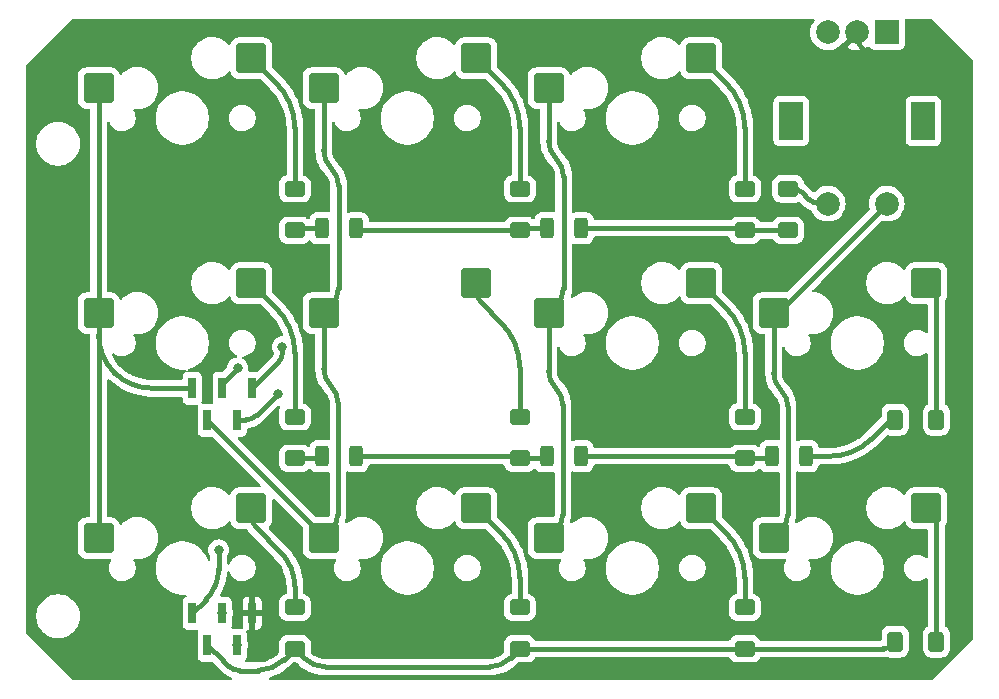
<source format=gbr>
G04 #@! TF.GenerationSoftware,KiCad,Pcbnew,8.0.6*
G04 #@! TF.CreationDate,2024-11-16T10:54:58+01:00*
G04 #@! TF.ProjectId,SwitchPCB,53776974-6368-4504-9342-2e6b69636164,rev?*
G04 #@! TF.SameCoordinates,Original*
G04 #@! TF.FileFunction,Copper,L2,Bot*
G04 #@! TF.FilePolarity,Positive*
%FSLAX46Y46*%
G04 Gerber Fmt 4.6, Leading zero omitted, Abs format (unit mm)*
G04 Created by KiCad (PCBNEW 8.0.6) date 2024-11-16 10:54:58*
%MOMM*%
%LPD*%
G01*
G04 APERTURE LIST*
G04 Aperture macros list*
%AMRoundRect*
0 Rectangle with rounded corners*
0 $1 Rounding radius*
0 $2 $3 $4 $5 $6 $7 $8 $9 X,Y pos of 4 corners*
0 Add a 4 corners polygon primitive as box body*
4,1,4,$2,$3,$4,$5,$6,$7,$8,$9,$2,$3,0*
0 Add four circle primitives for the rounded corners*
1,1,$1+$1,$2,$3*
1,1,$1+$1,$4,$5*
1,1,$1+$1,$6,$7*
1,1,$1+$1,$8,$9*
0 Add four rect primitives between the rounded corners*
20,1,$1+$1,$2,$3,$4,$5,0*
20,1,$1+$1,$4,$5,$6,$7,0*
20,1,$1+$1,$6,$7,$8,$9,0*
20,1,$1+$1,$8,$9,$2,$3,0*%
G04 Aperture macros list end*
G04 #@! TA.AperFunction,SMDPad,CuDef*
%ADD10RoundRect,0.250000X-1.025000X-1.000000X1.025000X-1.000000X1.025000X1.000000X-1.025000X1.000000X0*%
G04 #@! TD*
G04 #@! TA.AperFunction,ComponentPad*
%ADD11R,2.000000X2.000000*%
G04 #@! TD*
G04 #@! TA.AperFunction,ComponentPad*
%ADD12C,2.000000*%
G04 #@! TD*
G04 #@! TA.AperFunction,ComponentPad*
%ADD13R,2.000000X3.200000*%
G04 #@! TD*
G04 #@! TA.AperFunction,SMDPad,CuDef*
%ADD14RoundRect,0.250000X-0.312500X-0.625000X0.312500X-0.625000X0.312500X0.625000X-0.312500X0.625000X0*%
G04 #@! TD*
G04 #@! TA.AperFunction,SMDPad,CuDef*
%ADD15RoundRect,0.250000X0.600000X-0.400000X0.600000X0.400000X-0.600000X0.400000X-0.600000X-0.400000X0*%
G04 #@! TD*
G04 #@! TA.AperFunction,SMDPad,CuDef*
%ADD16R,0.650000X1.800000*%
G04 #@! TD*
G04 #@! TA.AperFunction,SMDPad,CuDef*
%ADD17RoundRect,0.250000X-0.400000X-0.600000X0.400000X-0.600000X0.400000X0.600000X-0.400000X0.600000X0*%
G04 #@! TD*
G04 #@! TA.AperFunction,ViaPad*
%ADD18C,0.800000*%
G04 #@! TD*
G04 #@! TA.AperFunction,Conductor*
%ADD19C,0.400000*%
G04 #@! TD*
G04 APERTURE END LIST*
D10*
G04 #@! TO.P,SW9,1,1*
G04 #@! TO.N,/COL1*
X146685000Y-96385000D03*
G04 #@! TO.P,SW9,2,2*
G04 #@! TO.N,Net-(D10-A)*
X159612000Y-93845000D03*
G04 #@! TD*
G04 #@! TO.P,SW11,1,1*
G04 #@! TO.N,/COL3*
X184785000Y-96385000D03*
G04 #@! TO.P,SW11,2,2*
G04 #@! TO.N,Net-(D12-A)*
X197712000Y-93845000D03*
G04 #@! TD*
G04 #@! TO.P,SW4,1,1*
G04 #@! TO.N,/COL0*
X127635000Y-77335000D03*
G04 #@! TO.P,SW4,2,2*
G04 #@! TO.N,Net-(D5-A)*
X140562000Y-74795000D03*
G04 #@! TD*
G04 #@! TO.P,SW6,1,1*
G04 #@! TO.N,/COL2*
X165735000Y-77335000D03*
G04 #@! TO.P,SW6,2,2*
G04 #@! TO.N,Net-(D7-A)*
X178662000Y-74795000D03*
G04 #@! TD*
G04 #@! TO.P,SW5,1,1*
G04 #@! TO.N,/COL1*
X146685000Y-77335000D03*
G04 #@! TO.P,SW5,2,2*
G04 #@! TO.N,Net-(D6-A)*
X159612000Y-74795000D03*
G04 #@! TD*
G04 #@! TO.P,SW8,1,1*
G04 #@! TO.N,/COL0*
X127635000Y-96385000D03*
G04 #@! TO.P,SW8,2,2*
G04 #@! TO.N,Net-(D9-A)*
X140562000Y-93845000D03*
G04 #@! TD*
G04 #@! TO.P,SW7,1,1*
G04 #@! TO.N,/COL3*
X184785000Y-77335000D03*
G04 #@! TO.P,SW7,2,2*
G04 #@! TO.N,Net-(D8-A)*
X197712000Y-74795000D03*
G04 #@! TD*
G04 #@! TO.P,SW10,1,1*
G04 #@! TO.N,/COL2*
X165735000Y-96385000D03*
G04 #@! TO.P,SW10,2,2*
G04 #@! TO.N,Net-(D11-A)*
X178662000Y-93845000D03*
G04 #@! TD*
G04 #@! TO.P,SW3,1,1*
G04 #@! TO.N,/COL2*
X165735000Y-58285000D03*
G04 #@! TO.P,SW3,2,2*
G04 #@! TO.N,Net-(D3-A)*
X178662000Y-55745000D03*
G04 #@! TD*
G04 #@! TO.P,SW1,1,1*
G04 #@! TO.N,/COL0*
X127635000Y-58285000D03*
G04 #@! TO.P,SW1,2,2*
G04 #@! TO.N,Net-(D1-A)*
X140562000Y-55745000D03*
G04 #@! TD*
G04 #@! TO.P,SW2,1,1*
G04 #@! TO.N,/COL1*
X146685000Y-58285000D03*
G04 #@! TO.P,SW2,2,2*
G04 #@! TO.N,Net-(D2-A)*
X159612000Y-55745000D03*
G04 #@! TD*
D11*
G04 #@! TO.P,ROT1,A,A*
G04 #@! TO.N,/PINB*
X194370000Y-53575000D03*
D12*
G04 #@! TO.P,ROT1,B,B*
G04 #@! TO.N,/PINA*
X189370000Y-53575000D03*
G04 #@! TO.P,ROT1,C,C*
G04 #@! TO.N,/BOARD_GND*
X191870000Y-53575000D03*
D13*
G04 #@! TO.P,ROT1,MP*
G04 #@! TO.N,N/C*
X197470000Y-61075000D03*
X186270000Y-61075000D03*
D12*
G04 #@! TO.P,ROT1,S1,S1*
G04 #@! TO.N,Net-(D4-A)*
X189370000Y-68075000D03*
G04 #@! TO.P,ROT1,S2,S2*
G04 #@! TO.N,/COL3*
X194370000Y-68075000D03*
G04 #@! TD*
D14*
G04 #@! TO.P,R2,1*
G04 #@! TO.N,/ROW0*
X165587500Y-70150000D03*
G04 #@! TO.P,R2,2*
X168512500Y-70150000D03*
G04 #@! TD*
D15*
G04 #@! TO.P,D4,1,K*
G04 #@! TO.N,/ROW0*
X186028000Y-70325000D03*
G04 #@! TO.P,D4,2,A*
G04 #@! TO.N,Net-(D4-A)*
X186028000Y-66825000D03*
G04 #@! TD*
D16*
G04 #@! TO.P,J4,1,Pin_1*
G04 #@! TO.N,/ROW1*
X135572500Y-102750000D03*
G04 #@! TO.P,J4,2,Pin_2*
G04 #@! TO.N,/ROW2*
X136842500Y-105450000D03*
G04 #@! TO.P,J4,3,Pin_3*
G04 #@! TO.N,/PINA*
X138112500Y-102750000D03*
G04 #@! TO.P,J4,4,Pin_4*
G04 #@! TO.N,/PINB*
X139382500Y-105450000D03*
G04 #@! TO.P,J4,5,Pin_5*
G04 #@! TO.N,/BOARD_GND*
X140652500Y-102750000D03*
G04 #@! TD*
D15*
G04 #@! TO.P,D10,1,K*
G04 #@! TO.N,/ROW2*
X163295000Y-105758000D03*
G04 #@! TO.P,D10,2,A*
G04 #@! TO.N,Net-(D10-A)*
X163295000Y-102258000D03*
G04 #@! TD*
D17*
G04 #@! TO.P,D8,1,K*
G04 #@! TO.N,Net-(D8-K)*
X195070000Y-86352000D03*
G04 #@! TO.P,D8,2,A*
G04 #@! TO.N,Net-(D8-A)*
X198570000Y-86352000D03*
G04 #@! TD*
D15*
G04 #@! TO.P,D9,1,K*
G04 #@! TO.N,/ROW2*
X144245000Y-105758000D03*
G04 #@! TO.P,D9,2,A*
G04 #@! TO.N,Net-(D9-A)*
X144245000Y-102258000D03*
G04 #@! TD*
D14*
G04 #@! TO.P,R5,1*
G04 #@! TO.N,/ROW1*
X165587500Y-89450000D03*
G04 #@! TO.P,R5,2*
X168512500Y-89450000D03*
G04 #@! TD*
D15*
G04 #@! TO.P,D11,1,K*
G04 #@! TO.N,/ROW2*
X182345000Y-105758000D03*
G04 #@! TO.P,D11,2,A*
G04 #@! TO.N,Net-(D11-A)*
X182345000Y-102258000D03*
G04 #@! TD*
D14*
G04 #@! TO.P,R4,1*
G04 #@! TO.N,/ROW1*
X146537500Y-89450000D03*
G04 #@! TO.P,R4,2*
X149462500Y-89450000D03*
G04 #@! TD*
D15*
G04 #@! TO.P,D3,1,K*
G04 #@! TO.N,/ROW0*
X182345000Y-70322000D03*
G04 #@! TO.P,D3,2,A*
G04 #@! TO.N,Net-(D3-A)*
X182345000Y-66822000D03*
G04 #@! TD*
G04 #@! TO.P,D7,1,K*
G04 #@! TO.N,/ROW1*
X182345000Y-89626000D03*
G04 #@! TO.P,D7,2,A*
G04 #@! TO.N,Net-(D7-A)*
X182345000Y-86126000D03*
G04 #@! TD*
D14*
G04 #@! TO.P,R1,1*
G04 #@! TO.N,/ROW0*
X146537500Y-70150000D03*
G04 #@! TO.P,R1,2*
X149462500Y-70150000D03*
G04 #@! TD*
D15*
G04 #@! TO.P,D5,1,K*
G04 #@! TO.N,/ROW1*
X144245000Y-89626000D03*
G04 #@! TO.P,D5,2,A*
G04 #@! TO.N,Net-(D5-A)*
X144245000Y-86126000D03*
G04 #@! TD*
D16*
G04 #@! TO.P,J3,1,Pin_1*
G04 #@! TO.N,/COL0*
X135572500Y-83700000D03*
G04 #@! TO.P,J3,2,Pin_2*
G04 #@! TO.N,/COL1*
X136842500Y-86400000D03*
G04 #@! TO.P,J3,3,Pin_3*
G04 #@! TO.N,/COL2*
X138112500Y-83700000D03*
G04 #@! TO.P,J3,4,Pin_4*
G04 #@! TO.N,/COL3*
X139382500Y-86400000D03*
G04 #@! TO.P,J3,5,Pin_5*
G04 #@! TO.N,/ROW0*
X140652500Y-83700000D03*
G04 #@! TD*
D14*
G04 #@! TO.P,R6,1*
G04 #@! TO.N,/ROW1*
X184637500Y-89450000D03*
G04 #@! TO.P,R6,2*
G04 #@! TO.N,Net-(D8-K)*
X187562500Y-89450000D03*
G04 #@! TD*
D15*
G04 #@! TO.P,D2,1,K*
G04 #@! TO.N,/ROW0*
X163295000Y-70322000D03*
G04 #@! TO.P,D2,2,A*
G04 #@! TO.N,Net-(D2-A)*
X163295000Y-66822000D03*
G04 #@! TD*
D17*
G04 #@! TO.P,D12,1,K*
G04 #@! TO.N,/ROW2*
X195070000Y-105148000D03*
G04 #@! TO.P,D12,2,A*
G04 #@! TO.N,Net-(D12-A)*
X198570000Y-105148000D03*
G04 #@! TD*
D15*
G04 #@! TO.P,D1,1,K*
G04 #@! TO.N,/ROW0*
X144245000Y-70322000D03*
G04 #@! TO.P,D1,2,A*
G04 #@! TO.N,Net-(D1-A)*
X144245000Y-66822000D03*
G04 #@! TD*
G04 #@! TO.P,D6,1,K*
G04 #@! TO.N,/ROW1*
X163295000Y-89626000D03*
G04 #@! TO.P,D6,2,A*
G04 #@! TO.N,Net-(D6-A)*
X163295000Y-86126000D03*
G04 #@! TD*
D18*
G04 #@! TO.N,/PINA*
X138112500Y-102750000D03*
G04 #@! TO.N,/COL2*
X165735000Y-77335000D03*
X139400000Y-82000000D03*
G04 #@! TO.N,/ROW1*
X137800000Y-97400000D03*
X144245000Y-89626000D03*
G04 #@! TO.N,/PINB*
X139382500Y-105450000D03*
G04 #@! TO.N,/COL3*
X142800000Y-84200000D03*
X184785000Y-77335000D03*
G04 #@! TO.N,/ROW0*
X143200000Y-80200000D03*
X144245000Y-70322000D03*
G04 #@! TD*
D19*
G04 #@! TO.N,/ROW2*
X162524000Y-106529000D02*
X163295000Y-105758000D01*
X138139848Y-106747348D02*
X136842500Y-105450000D01*
X194028664Y-105758000D02*
X182345000Y-105758000D01*
X194765000Y-105453000D02*
X195070000Y-105148000D01*
X182345000Y-105758000D02*
X163295000Y-105758000D01*
X143324000Y-106679000D02*
X144245000Y-105758000D01*
X139601040Y-107600000D02*
X141100509Y-107600000D01*
X138575000Y-107175000D02*
X138152651Y-106752651D01*
X145016000Y-106529000D02*
X144245000Y-105758000D01*
X155523500Y-107300000D02*
X146877358Y-107300000D01*
X159676500Y-107300000D02*
X155523500Y-107300000D01*
X160662641Y-107300000D02*
X159676500Y-107300000D01*
X138575000Y-107175000D02*
G75*
G03*
X139601040Y-107599983I1026000J1026000D01*
G01*
X145016000Y-106529000D02*
G75*
G03*
X146877358Y-107300017I1861400J1861400D01*
G01*
X138139848Y-106747348D02*
G75*
G03*
X138146250Y-106750022I6452J6448D01*
G01*
X194765000Y-105453000D02*
G75*
G02*
X194028664Y-105757985I-736300J736300D01*
G01*
X162524000Y-106529000D02*
G75*
G02*
X160662641Y-107300017I-1861400J1861400D01*
G01*
X138152651Y-106752651D02*
G75*
G03*
X138146250Y-106750020I-6351J-6349D01*
G01*
X143324000Y-106679000D02*
G75*
G02*
X141100509Y-107600004I-2223500J2223500D01*
G01*
G04 #@! TO.N,/COL2*
X167000000Y-75175509D02*
X167000000Y-65794490D01*
X165735000Y-82225865D02*
X165735000Y-77335000D01*
X138258340Y-83141659D02*
X139400000Y-82000000D01*
X166342500Y-95777500D02*
X165735000Y-96385000D01*
X138112500Y-83493750D02*
X138112500Y-83700000D01*
X166950000Y-85159134D02*
X166950000Y-94310865D01*
X165735000Y-62740509D02*
X165735000Y-58285000D01*
X166367500Y-76702500D02*
X165735000Y-77335000D01*
X166950000Y-94310865D02*
G75*
G02*
X166342510Y-95777510I-2074100J-35D01*
G01*
X166342500Y-83692500D02*
G75*
G02*
X166949986Y-85159134I-1466600J-1466600D01*
G01*
X167000000Y-75175509D02*
G75*
G02*
X166367497Y-76702497I-2159500J9D01*
G01*
X138258340Y-83141659D02*
G75*
G03*
X138112525Y-83493750I352060J-352041D01*
G01*
X166367500Y-64267500D02*
G75*
G02*
X167000004Y-65794490I-1527000J-1527000D01*
G01*
X165735000Y-82225865D02*
G75*
G03*
X166342490Y-83692510I2074100J-35D01*
G01*
X165735000Y-62740509D02*
G75*
G03*
X166367503Y-64267497I2159500J9D01*
G01*
G04 #@! TO.N,/COL0*
X127635000Y-79190583D02*
X127635000Y-77335000D01*
X127635000Y-77335000D02*
X127635000Y-96385000D01*
X128947095Y-82358262D02*
X128961916Y-82373083D01*
X132165376Y-83700000D02*
X135572500Y-83700000D01*
X127635000Y-77335000D02*
X127635000Y-58285000D01*
X127635000Y-79190583D02*
G75*
G03*
X128947082Y-82358275I4479800J-17D01*
G01*
X128961916Y-82373083D02*
G75*
G03*
X132165376Y-83700010I3203484J3203483D01*
G01*
G04 #@! TO.N,/ROW1*
X184549500Y-89538000D02*
X184637500Y-89450000D01*
X165499500Y-89538000D02*
X165587500Y-89450000D01*
X162994549Y-89450000D02*
X149462500Y-89450000D01*
X146449500Y-89538000D02*
X146537500Y-89450000D01*
X136696029Y-101626470D02*
X135572500Y-102750000D01*
X165287049Y-89626000D02*
X163419450Y-89626000D01*
X137800000Y-97400000D02*
X137800000Y-98961250D01*
X146237049Y-89626000D02*
X144245000Y-89626000D01*
X182044549Y-89450000D02*
X168512500Y-89450000D01*
X184337049Y-89626000D02*
X182469450Y-89626000D01*
X137800000Y-98961250D02*
G75*
G02*
X136696006Y-101626447I-3769200J50D01*
G01*
X184549500Y-89538000D02*
G75*
G02*
X184337049Y-89626020I-212500J212500D01*
G01*
X165499500Y-89538000D02*
G75*
G02*
X165287049Y-89626020I-212500J212500D01*
G01*
X163207000Y-89538000D02*
G75*
G03*
X163419450Y-89626020I212500J212500D01*
G01*
X146449500Y-89538000D02*
G75*
G02*
X146237049Y-89626020I-212500J212500D01*
G01*
X182257000Y-89538000D02*
G75*
G03*
X182044549Y-89449950I-212500J-212400D01*
G01*
X182257000Y-89538000D02*
G75*
G03*
X182469450Y-89626020I212500J212500D01*
G01*
X163207000Y-89538000D02*
G75*
G03*
X162994549Y-89449950I-212500J-212400D01*
G01*
G04 #@! TO.N,/COL3*
X141030451Y-85969548D02*
X142800000Y-84200000D01*
X184947500Y-77335000D02*
X184785000Y-77335000D01*
X184785000Y-82375865D02*
X184785000Y-77335000D01*
X185392500Y-95777500D02*
X184785000Y-96385000D01*
X139991250Y-86400000D02*
X139382500Y-86400000D01*
X186000000Y-94310865D02*
X186000000Y-85309134D01*
X185224904Y-77220095D02*
X194370000Y-68075000D01*
X185224904Y-77220095D02*
G75*
G02*
X184947500Y-77335002I-277404J277395D01*
G01*
X184785000Y-82375865D02*
G75*
G03*
X185392490Y-83842510I2074100J-35D01*
G01*
X185392500Y-83842500D02*
G75*
G02*
X185999986Y-85309134I-1466600J-1466600D01*
G01*
X141030451Y-85969548D02*
G75*
G02*
X139991250Y-86400021I-1039251J1039248D01*
G01*
X186000000Y-94310865D02*
G75*
G02*
X185392510Y-95777510I-2074100J-35D01*
G01*
G04 #@! TO.N,/ROW0*
X182350121Y-70325000D02*
X186028000Y-70325000D01*
X142863240Y-81489259D02*
X140652500Y-83700000D01*
X143200000Y-80676250D02*
X143200000Y-80200000D01*
X144538622Y-70150000D02*
X146537500Y-70150000D01*
X181949622Y-70322000D02*
X182342878Y-70322000D01*
X163173377Y-70322000D02*
X149756122Y-70322000D01*
X149548500Y-70236000D02*
X149462500Y-70150000D01*
X163588622Y-70150000D02*
X165587500Y-70150000D01*
X181534377Y-70150000D02*
X168512500Y-70150000D01*
X144331000Y-70236000D02*
X144245000Y-70322000D01*
X149548500Y-70236000D02*
G75*
G03*
X149756122Y-70321991I207600J207600D01*
G01*
X144538622Y-70150000D02*
G75*
G03*
X144330993Y-70235993I-22J-293600D01*
G01*
X163588622Y-70150000D02*
G75*
G03*
X163380993Y-70235993I-22J-293600D01*
G01*
X163381000Y-70236000D02*
G75*
G02*
X163173377Y-70321991I-207600J207600D01*
G01*
X143200000Y-80676250D02*
G75*
G02*
X142863222Y-81489241I-1149800J50D01*
G01*
X181742000Y-70236000D02*
G75*
G03*
X181949622Y-70321991I207600J207600D01*
G01*
X182346500Y-70323500D02*
G75*
G03*
X182342878Y-70322009I-3600J-3600D01*
G01*
X181742000Y-70236000D02*
G75*
G03*
X181534377Y-70150009I-207600J-207600D01*
G01*
X182346500Y-70323500D02*
G75*
G03*
X182350121Y-70324991I3600J3600D01*
G01*
G04 #@! TO.N,/COL1*
X146735381Y-96334618D02*
X147292500Y-95777500D01*
X146685000Y-63540509D02*
X146685000Y-58285000D01*
X147900000Y-94310865D02*
X147900000Y-84959134D01*
X147950000Y-66594490D02*
X147950000Y-75175509D01*
X146685000Y-78229490D02*
X146685000Y-82025865D01*
X146634618Y-96192118D02*
X136842500Y-86400000D01*
X146685000Y-96313750D02*
G75*
G03*
X146735341Y-96334578I29500J50D01*
G01*
X147900000Y-94310865D02*
G75*
G02*
X147292510Y-95777510I-2074100J-35D01*
G01*
X147950000Y-75175509D02*
G75*
G02*
X147317497Y-76702497I-2159500J9D01*
G01*
X147292500Y-83492500D02*
G75*
G02*
X147899986Y-84959134I-1466600J-1466600D01*
G01*
X147317500Y-76702500D02*
G75*
G03*
X146684996Y-78229490I1527000J-1527000D01*
G01*
X146634618Y-96192118D02*
G75*
G02*
X146685039Y-96313750I-121618J-121682D01*
G01*
X147317500Y-65067500D02*
G75*
G02*
X147950004Y-66594490I-1527000J-1527000D01*
G01*
X146685000Y-82025865D02*
G75*
G03*
X147292490Y-83492510I2074100J-35D01*
G01*
X146685000Y-63540509D02*
G75*
G03*
X147317503Y-65067497I2159500J9D01*
G01*
G04 #@! TO.N,Net-(D1-A)*
X144245000Y-61681963D02*
X144245000Y-66822000D01*
X142651207Y-57834207D02*
X140562000Y-55745000D01*
X142651207Y-57834207D02*
G75*
G02*
X144245011Y-61681963I-3847807J-3847793D01*
G01*
G04 #@! TO.N,Net-(D2-A)*
X163295000Y-61681963D02*
X163295000Y-66822000D01*
X161701207Y-57834207D02*
X159612000Y-55745000D01*
X161701207Y-57834207D02*
G75*
G02*
X163295011Y-61681963I-3847807J-3847793D01*
G01*
G04 #@! TO.N,Net-(D3-A)*
X180751207Y-57834207D02*
X178662000Y-55745000D01*
X182345000Y-61681963D02*
X182345000Y-66822000D01*
X180751207Y-57834207D02*
G75*
G02*
X182345011Y-61681963I-3847807J-3847793D01*
G01*
G04 #@! TO.N,Net-(D4-A)*
X188747500Y-68075000D02*
X189370000Y-68075000D01*
X187174459Y-67124459D02*
X187684826Y-67634826D01*
X186451500Y-66825000D02*
X186028000Y-66825000D01*
X187684826Y-67634826D02*
G75*
G03*
X188747500Y-68075014I1062674J1062626D01*
G01*
X187174459Y-67124459D02*
G75*
G03*
X186451500Y-66824994I-722959J-722941D01*
G01*
G04 #@! TO.N,Net-(D5-A)*
X144245000Y-80731963D02*
X144245000Y-86126000D01*
X142651207Y-76884207D02*
X140562000Y-74795000D01*
X142651207Y-76884207D02*
G75*
G02*
X144245011Y-80731963I-3847807J-3847793D01*
G01*
G04 #@! TO.N,Net-(D6-A)*
X163295000Y-81981963D02*
X163295000Y-86126000D01*
X159612000Y-75420000D02*
X159612000Y-74795000D01*
X161701207Y-78134207D02*
X160053941Y-76486941D01*
X161701207Y-78134207D02*
G75*
G02*
X163295011Y-81981963I-3847807J-3847793D01*
G01*
X159612000Y-75420000D02*
G75*
G03*
X160053938Y-76486944I1508900J0D01*
G01*
G04 #@! TO.N,Net-(D7-A)*
X182345000Y-80731963D02*
X182345000Y-86126000D01*
X180751207Y-76884207D02*
X178662000Y-74795000D01*
X180751207Y-76884207D02*
G75*
G02*
X182345011Y-80731963I-3847807J-3847793D01*
G01*
G04 #@! TO.N,Net-(D8-A)*
X198570000Y-76259697D02*
X198570000Y-86352000D01*
X198141000Y-75224000D02*
X197712000Y-74795000D01*
X198141000Y-75224000D02*
G75*
G02*
X198570001Y-76259697I-1035700J-1035700D01*
G01*
G04 #@! TO.N,Net-(D9-A)*
X140562000Y-94470000D02*
X140562000Y-93845000D01*
X143014634Y-97547634D02*
X141003941Y-95536941D01*
X144245000Y-100518000D02*
X144245000Y-102258000D01*
X143014634Y-97547634D02*
G75*
G02*
X144245009Y-100518000I-2970334J-2970366D01*
G01*
X140562000Y-94470000D02*
G75*
G03*
X141003938Y-95536944I1508900J0D01*
G01*
G04 #@! TO.N,Net-(D10-A)*
X161701207Y-95934207D02*
X159612000Y-93845000D01*
X163295000Y-99781963D02*
X163295000Y-102258000D01*
X161701207Y-95934207D02*
G75*
G02*
X163295011Y-99781963I-3847807J-3847793D01*
G01*
G04 #@! TO.N,Net-(D11-A)*
X182345000Y-99781963D02*
X182345000Y-102258000D01*
X180751207Y-95934207D02*
X178662000Y-93845000D01*
X180751207Y-95934207D02*
G75*
G02*
X182345011Y-99781963I-3847807J-3847793D01*
G01*
G04 #@! TO.N,Net-(D12-A)*
X198570000Y-95309697D02*
X198570000Y-105148000D01*
X198141000Y-94274000D02*
X197712000Y-93845000D01*
X198141000Y-94274000D02*
G75*
G02*
X198570001Y-95309697I-1035700J-1035700D01*
G01*
G04 #@! TO.N,/BOARD_GND*
X191870000Y-54022500D02*
X191870000Y-53575000D01*
X192186430Y-54786430D02*
X192800000Y-55400000D01*
X191870000Y-54022500D02*
G75*
G03*
X192186422Y-54786438I1080400J0D01*
G01*
G04 #@! TO.N,Net-(D8-K)*
X194884000Y-86352000D02*
X195070000Y-86352000D01*
X189581250Y-89450000D02*
X187562500Y-89450000D01*
X193027471Y-88022527D02*
X194566478Y-86483521D01*
X194884000Y-86352000D02*
G75*
G03*
X194566488Y-86483531I0J-449000D01*
G01*
X193027471Y-88022527D02*
G75*
G02*
X189581250Y-89450032I-3446271J3446227D01*
G01*
G04 #@! TD*
G04 #@! TA.AperFunction,Conductor*
G04 #@! TO.N,/BOARD_GND*
G36*
X188196062Y-52420185D02*
G01*
X188241817Y-52472989D01*
X188251761Y-52542147D01*
X188222736Y-52605703D01*
X188220253Y-52608483D01*
X188181833Y-52650217D01*
X188045826Y-52858393D01*
X187945936Y-53086118D01*
X187884892Y-53327175D01*
X187884890Y-53327187D01*
X187864357Y-53574994D01*
X187864357Y-53575005D01*
X187884890Y-53822812D01*
X187884892Y-53822824D01*
X187945936Y-54063881D01*
X188045826Y-54291606D01*
X188181833Y-54499782D01*
X188181836Y-54499785D01*
X188350256Y-54682738D01*
X188546491Y-54835474D01*
X188546493Y-54835475D01*
X188764332Y-54953364D01*
X188765190Y-54953828D01*
X188954426Y-55018793D01*
X188998964Y-55034083D01*
X189000386Y-55034571D01*
X189245665Y-55075500D01*
X189494335Y-55075500D01*
X189739614Y-55034571D01*
X189974810Y-54953828D01*
X190193509Y-54835474D01*
X190389744Y-54682738D01*
X190558164Y-54499785D01*
X190558169Y-54499777D01*
X190561311Y-54495741D01*
X190563050Y-54497094D01*
X190609095Y-54457764D01*
X190638377Y-54453069D01*
X191387037Y-53704409D01*
X191404075Y-53767993D01*
X191469901Y-53882007D01*
X191562993Y-53975099D01*
X191677007Y-54040925D01*
X191740588Y-54057962D01*
X190999942Y-54798609D01*
X191046768Y-54835055D01*
X191046770Y-54835056D01*
X191265385Y-54953364D01*
X191265396Y-54953369D01*
X191500506Y-55034083D01*
X191745707Y-55075000D01*
X191994293Y-55075000D01*
X192239493Y-55034083D01*
X192474603Y-54953369D01*
X192474614Y-54953364D01*
X192693230Y-54835056D01*
X192693236Y-54835051D01*
X192749107Y-54791565D01*
X192814101Y-54765921D01*
X192882641Y-54779487D01*
X192924537Y-54815105D01*
X193012455Y-54932547D01*
X193127664Y-55018793D01*
X193127671Y-55018797D01*
X193262517Y-55069091D01*
X193262516Y-55069091D01*
X193269444Y-55069835D01*
X193322127Y-55075500D01*
X195417872Y-55075499D01*
X195477483Y-55069091D01*
X195612331Y-55018796D01*
X195727546Y-54932546D01*
X195813796Y-54817331D01*
X195864091Y-54682483D01*
X195870500Y-54622873D01*
X195870499Y-52527128D01*
X195870499Y-52527127D01*
X195870499Y-52524500D01*
X195890184Y-52457461D01*
X195942987Y-52411706D01*
X195994499Y-52400500D01*
X198141324Y-52400500D01*
X198208363Y-52420185D01*
X198229005Y-52436819D01*
X201663181Y-55870995D01*
X201696666Y-55932318D01*
X201699500Y-55958676D01*
X201699500Y-104841324D01*
X201679815Y-104908363D01*
X201663181Y-104929005D01*
X198229005Y-108363181D01*
X198167682Y-108396666D01*
X198141324Y-108399500D01*
X142179115Y-108399500D01*
X142112076Y-108379815D01*
X142066321Y-108327011D01*
X142056377Y-108257853D01*
X142085402Y-108194297D01*
X142144180Y-108156523D01*
X142146967Y-108155740D01*
X142257823Y-108126036D01*
X142573326Y-108011202D01*
X142877620Y-107869306D01*
X143168389Y-107701430D01*
X143443421Y-107508851D01*
X143700622Y-107293034D01*
X143763474Y-107230180D01*
X143763479Y-107230177D01*
X143770541Y-107223115D01*
X143770543Y-107223114D01*
X144048838Y-106944817D01*
X144110161Y-106911333D01*
X144136519Y-106908499D01*
X144353480Y-106908499D01*
X144420519Y-106928184D01*
X144441156Y-106944813D01*
X144569457Y-107073114D01*
X144573657Y-107077314D01*
X144573920Y-107077552D01*
X144636460Y-107140092D01*
X144889592Y-107347833D01*
X145161867Y-107529762D01*
X145450662Y-107684129D01*
X145753198Y-107809446D01*
X145942878Y-107866987D01*
X146066548Y-107904504D01*
X146066550Y-107904504D01*
X146066559Y-107904507D01*
X146387730Y-107968396D01*
X146713615Y-108000497D01*
X146799718Y-108000497D01*
X146799739Y-108000500D01*
X146877347Y-108000500D01*
X146956274Y-108000501D01*
X146956278Y-108000500D01*
X160583721Y-108000500D01*
X160583725Y-108000501D01*
X160611271Y-108000500D01*
X160611330Y-108000517D01*
X160662652Y-108000516D01*
X160662652Y-108000517D01*
X160826384Y-108000514D01*
X161152272Y-107968413D01*
X161473444Y-107904524D01*
X161786807Y-107809462D01*
X162089345Y-107684145D01*
X162378142Y-107529777D01*
X162650418Y-107347846D01*
X162903552Y-107140104D01*
X162963475Y-107080179D01*
X162963480Y-107080176D01*
X162970541Y-107073114D01*
X162970543Y-107073114D01*
X163040947Y-107002709D01*
X163098839Y-106944818D01*
X163160162Y-106911333D01*
X163186520Y-106908499D01*
X163945002Y-106908499D01*
X163945008Y-106908499D01*
X164047797Y-106897999D01*
X164214334Y-106842814D01*
X164363656Y-106750712D01*
X164487712Y-106626656D01*
X164555099Y-106517402D01*
X164607047Y-106470679D01*
X164660638Y-106458500D01*
X180979362Y-106458500D01*
X181046401Y-106478185D01*
X181084899Y-106517401D01*
X181152288Y-106626656D01*
X181276344Y-106750712D01*
X181425666Y-106842814D01*
X181592203Y-106897999D01*
X181694991Y-106908500D01*
X182995008Y-106908499D01*
X183097797Y-106897999D01*
X183264334Y-106842814D01*
X183413656Y-106750712D01*
X183537712Y-106626656D01*
X183605099Y-106517402D01*
X183657047Y-106470679D01*
X183710638Y-106458500D01*
X194104018Y-106458500D01*
X194104273Y-106458486D01*
X194142807Y-106458488D01*
X194318836Y-106435318D01*
X194374016Y-106440551D01*
X194517203Y-106487999D01*
X194619991Y-106498500D01*
X195520008Y-106498499D01*
X195520016Y-106498498D01*
X195520019Y-106498498D01*
X195576302Y-106492748D01*
X195622797Y-106487999D01*
X195789334Y-106432814D01*
X195938656Y-106340712D01*
X196062712Y-106216656D01*
X196154814Y-106067334D01*
X196209999Y-105900797D01*
X196220500Y-105798009D01*
X196220499Y-104497992D01*
X196209999Y-104395203D01*
X196154814Y-104228666D01*
X196062712Y-104079344D01*
X195938656Y-103955288D01*
X195789334Y-103863186D01*
X195622797Y-103808001D01*
X195622795Y-103808000D01*
X195520010Y-103797500D01*
X194619998Y-103797500D01*
X194619980Y-103797501D01*
X194517203Y-103808000D01*
X194517200Y-103808001D01*
X194350668Y-103863185D01*
X194350663Y-103863187D01*
X194201342Y-103955289D01*
X194077289Y-104079342D01*
X193985187Y-104228663D01*
X193985185Y-104228668D01*
X193966431Y-104285264D01*
X193930001Y-104395203D01*
X193930001Y-104395204D01*
X193930000Y-104395204D01*
X193919500Y-104497983D01*
X193919500Y-104933500D01*
X193899815Y-105000539D01*
X193847011Y-105046294D01*
X193795500Y-105057500D01*
X183710638Y-105057500D01*
X183643599Y-105037815D01*
X183605099Y-104998597D01*
X183564947Y-104933500D01*
X183537712Y-104889344D01*
X183413656Y-104765288D01*
X183264334Y-104673186D01*
X183097797Y-104618001D01*
X183097795Y-104618000D01*
X182995010Y-104607500D01*
X181694998Y-104607500D01*
X181694981Y-104607501D01*
X181592203Y-104618000D01*
X181592200Y-104618001D01*
X181425668Y-104673185D01*
X181425663Y-104673187D01*
X181276342Y-104765289D01*
X181152289Y-104889342D01*
X181084901Y-104998597D01*
X181032953Y-105045321D01*
X180979362Y-105057500D01*
X164660638Y-105057500D01*
X164593599Y-105037815D01*
X164555099Y-104998597D01*
X164514947Y-104933500D01*
X164487712Y-104889344D01*
X164363656Y-104765288D01*
X164214334Y-104673186D01*
X164047797Y-104618001D01*
X164047795Y-104618000D01*
X163945010Y-104607500D01*
X162644998Y-104607500D01*
X162644981Y-104607501D01*
X162542203Y-104618000D01*
X162542200Y-104618001D01*
X162375668Y-104673185D01*
X162375663Y-104673187D01*
X162226342Y-104765289D01*
X162102289Y-104889342D01*
X162010187Y-105038663D01*
X162010185Y-105038668D01*
X161991445Y-105095223D01*
X161955001Y-105205203D01*
X161955001Y-105205204D01*
X161955000Y-105205204D01*
X161944500Y-105307983D01*
X161944500Y-106051304D01*
X161924815Y-106118343D01*
X161902260Y-106144531D01*
X161844792Y-106194930D01*
X161831923Y-106204805D01*
X161635326Y-106336167D01*
X161621280Y-106344277D01*
X161409213Y-106448859D01*
X161394227Y-106455066D01*
X161170332Y-106531070D01*
X161154666Y-106535268D01*
X160922759Y-106581400D01*
X160906678Y-106583517D01*
X160666947Y-106599234D01*
X160658835Y-106599500D01*
X146881424Y-106599500D01*
X146873312Y-106599234D01*
X146633323Y-106583500D01*
X146617242Y-106581383D01*
X146385340Y-106535252D01*
X146369673Y-106531054D01*
X146145776Y-106455049D01*
X146130792Y-106448842D01*
X145918728Y-106344262D01*
X145904681Y-106336152D01*
X145708087Y-106204791D01*
X145695219Y-106194917D01*
X145682395Y-106183671D01*
X145637740Y-106144509D01*
X145600316Y-106085507D01*
X145595499Y-106051281D01*
X145595499Y-105307998D01*
X145595498Y-105307981D01*
X145584999Y-105205203D01*
X145584998Y-105205200D01*
X145529814Y-105038666D01*
X145437712Y-104889344D01*
X145313656Y-104765288D01*
X145164334Y-104673186D01*
X144997797Y-104618001D01*
X144997795Y-104618000D01*
X144895010Y-104607500D01*
X143594998Y-104607500D01*
X143594981Y-104607501D01*
X143492203Y-104618000D01*
X143492200Y-104618001D01*
X143325668Y-104673185D01*
X143325663Y-104673187D01*
X143176342Y-104765289D01*
X143052289Y-104889342D01*
X142960187Y-105038663D01*
X142960185Y-105038668D01*
X142941445Y-105095223D01*
X142905001Y-105205203D01*
X142905001Y-105205204D01*
X142905000Y-105205204D01*
X142894500Y-105307983D01*
X142894500Y-106066480D01*
X142874815Y-106133519D01*
X142858184Y-106154157D01*
X142838499Y-106173843D01*
X142831128Y-106181214D01*
X142826075Y-106185990D01*
X142629509Y-106361653D01*
X142618637Y-106370324D01*
X142406468Y-106520865D01*
X142394694Y-106528263D01*
X142167009Y-106654101D01*
X142154481Y-106660134D01*
X141914143Y-106759686D01*
X141901018Y-106764279D01*
X141651035Y-106836298D01*
X141637478Y-106839392D01*
X141381012Y-106882968D01*
X141367194Y-106884525D01*
X141104032Y-106899305D01*
X141097079Y-106899500D01*
X140169071Y-106899500D01*
X140102032Y-106879815D01*
X140056277Y-106827011D01*
X140046333Y-106757853D01*
X140069805Y-106701189D01*
X140151293Y-106592335D01*
X140151292Y-106592335D01*
X140151296Y-106592331D01*
X140201591Y-106457483D01*
X140208000Y-106397873D01*
X140207999Y-105843091D01*
X140214067Y-105804778D01*
X140268174Y-105638256D01*
X140287960Y-105450000D01*
X140268174Y-105261744D01*
X140214068Y-105095223D01*
X140207999Y-105056905D01*
X140207999Y-104502129D01*
X140207998Y-104502123D01*
X140207997Y-104502116D01*
X140201591Y-104442517D01*
X140183944Y-104395204D01*
X140154793Y-104317045D01*
X140149809Y-104247354D01*
X140183294Y-104186030D01*
X140244617Y-104152546D01*
X140277608Y-104149890D01*
X140279661Y-104150000D01*
X140402500Y-104150000D01*
X140902500Y-104150000D01*
X141025328Y-104150000D01*
X141025344Y-104149999D01*
X141084872Y-104143598D01*
X141084879Y-104143596D01*
X141219586Y-104093354D01*
X141219593Y-104093350D01*
X141334687Y-104007190D01*
X141334690Y-104007187D01*
X141420850Y-103892093D01*
X141420854Y-103892086D01*
X141471096Y-103757379D01*
X141471098Y-103757372D01*
X141477499Y-103697844D01*
X141477500Y-103697827D01*
X141477500Y-103000000D01*
X140902500Y-103000000D01*
X140902500Y-104150000D01*
X140402500Y-104150000D01*
X140402500Y-103000000D01*
X139827500Y-103000000D01*
X139827500Y-103697844D01*
X139833901Y-103757372D01*
X139833903Y-103757380D01*
X139880559Y-103882472D01*
X139885543Y-103952164D01*
X139852058Y-104013487D01*
X139790734Y-104046971D01*
X139757732Y-104049627D01*
X139755380Y-104049500D01*
X139755373Y-104049500D01*
X139755365Y-104049500D01*
X139009621Y-104049500D01*
X139007789Y-104049599D01*
X139007374Y-104049500D01*
X139006307Y-104049501D01*
X139006307Y-104049248D01*
X138939794Y-104033523D01*
X138891284Y-103983239D01*
X138877661Y-103914710D01*
X138884984Y-103882443D01*
X138897308Y-103849401D01*
X138931591Y-103757483D01*
X138938000Y-103697873D01*
X138937999Y-103143091D01*
X138944067Y-103104778D01*
X138998174Y-102938256D01*
X139017960Y-102750000D01*
X138998174Y-102561744D01*
X138946887Y-102403900D01*
X138944068Y-102395223D01*
X138937999Y-102356905D01*
X138937999Y-101802155D01*
X139827500Y-101802155D01*
X139827500Y-102500000D01*
X140402500Y-102500000D01*
X140902500Y-102500000D01*
X141477500Y-102500000D01*
X141477500Y-101802172D01*
X141477499Y-101802155D01*
X141471098Y-101742627D01*
X141471096Y-101742620D01*
X141420854Y-101607913D01*
X141420850Y-101607906D01*
X141334690Y-101492812D01*
X141334687Y-101492809D01*
X141219593Y-101406649D01*
X141219586Y-101406645D01*
X141084879Y-101356403D01*
X141084872Y-101356401D01*
X141025344Y-101350000D01*
X140902500Y-101350000D01*
X140902500Y-102500000D01*
X140402500Y-102500000D01*
X140402500Y-101350000D01*
X140279655Y-101350000D01*
X140220127Y-101356401D01*
X140220120Y-101356403D01*
X140085413Y-101406645D01*
X140085406Y-101406649D01*
X139970312Y-101492809D01*
X139970309Y-101492812D01*
X139884149Y-101607906D01*
X139884145Y-101607913D01*
X139833903Y-101742620D01*
X139833901Y-101742627D01*
X139827500Y-101802155D01*
X138937999Y-101802155D01*
X138937999Y-101802129D01*
X138937998Y-101802123D01*
X138937997Y-101802116D01*
X138931591Y-101742517D01*
X138917674Y-101705204D01*
X138881297Y-101607671D01*
X138881293Y-101607664D01*
X138795047Y-101492455D01*
X138795044Y-101492452D01*
X138679835Y-101406206D01*
X138679828Y-101406202D01*
X138544982Y-101355908D01*
X138544983Y-101355908D01*
X138485383Y-101349501D01*
X138485381Y-101349500D01*
X138485373Y-101349500D01*
X138485365Y-101349500D01*
X138027854Y-101349500D01*
X137960815Y-101329815D01*
X137915060Y-101277011D01*
X137905116Y-101207853D01*
X137920467Y-101163499D01*
X137999229Y-101027083D01*
X138164180Y-100673353D01*
X138290818Y-100325430D01*
X138297669Y-100306609D01*
X138297669Y-100306606D01*
X138297675Y-100306592D01*
X138398696Y-99929593D01*
X138466475Y-99545223D01*
X138487952Y-99299769D01*
X138513405Y-99234703D01*
X138569997Y-99193725D01*
X138639759Y-99189848D01*
X138700542Y-99224302D01*
X138729411Y-99272262D01*
X138756956Y-99357039D01*
X138756957Y-99357042D01*
X138833794Y-99507840D01*
X138837386Y-99514890D01*
X138941517Y-99658214D01*
X139066786Y-99783483D01*
X139210110Y-99887614D01*
X139217739Y-99891501D01*
X139367957Y-99968042D01*
X139367960Y-99968043D01*
X139452201Y-99995414D01*
X139536445Y-100022786D01*
X139711421Y-100050500D01*
X139711422Y-100050500D01*
X139888578Y-100050500D01*
X139888579Y-100050500D01*
X140063555Y-100022786D01*
X140232042Y-99968042D01*
X140389890Y-99887614D01*
X140533214Y-99783483D01*
X140658483Y-99658214D01*
X140762614Y-99514890D01*
X140843042Y-99357042D01*
X140897786Y-99188555D01*
X140925500Y-99013579D01*
X140925500Y-98836421D01*
X140897786Y-98661445D01*
X140843042Y-98492958D01*
X140843042Y-98492957D01*
X140762613Y-98335109D01*
X140658483Y-98191786D01*
X140533214Y-98066517D01*
X140389890Y-97962386D01*
X140232042Y-97881957D01*
X140232039Y-97881956D01*
X140063556Y-97827214D01*
X139976067Y-97813357D01*
X139888579Y-97799500D01*
X139711421Y-97799500D01*
X139653095Y-97808738D01*
X139536443Y-97827214D01*
X139367960Y-97881956D01*
X139367957Y-97881957D01*
X139210109Y-97962386D01*
X139176018Y-97987155D01*
X139066786Y-98066517D01*
X139066784Y-98066519D01*
X139066783Y-98066519D01*
X138941519Y-98191783D01*
X138941519Y-98191784D01*
X138941517Y-98191786D01*
X138909891Y-98235316D01*
X138837386Y-98335109D01*
X138756957Y-98492957D01*
X138756956Y-98492960D01*
X138742431Y-98537667D01*
X138702994Y-98595342D01*
X138638635Y-98622541D01*
X138569789Y-98610627D01*
X138518313Y-98563383D01*
X138500500Y-98499349D01*
X138500500Y-98015391D01*
X138520185Y-97948352D01*
X138532352Y-97932417D01*
X138532533Y-97932216D01*
X138627179Y-97768284D01*
X138685674Y-97588256D01*
X138705460Y-97400000D01*
X138685674Y-97211744D01*
X138627179Y-97031716D01*
X138532533Y-96867784D01*
X138405871Y-96727112D01*
X138405870Y-96727111D01*
X138252734Y-96615851D01*
X138252729Y-96615848D01*
X138079807Y-96538857D01*
X138079802Y-96538855D01*
X137934001Y-96507865D01*
X137894646Y-96499500D01*
X137705354Y-96499500D01*
X137672897Y-96506398D01*
X137520197Y-96538855D01*
X137520192Y-96538857D01*
X137347270Y-96615848D01*
X137347265Y-96615851D01*
X137194129Y-96727111D01*
X137067466Y-96867785D01*
X136972821Y-97031715D01*
X136972818Y-97031722D01*
X136914327Y-97211740D01*
X136914326Y-97211744D01*
X136894540Y-97400000D01*
X136914326Y-97588256D01*
X136914327Y-97588259D01*
X136972818Y-97768277D01*
X136972821Y-97768284D01*
X137067466Y-97932215D01*
X137067648Y-97932417D01*
X137067716Y-97932559D01*
X137071285Y-97937471D01*
X137070386Y-97938123D01*
X137097879Y-97995408D01*
X137099500Y-98015391D01*
X137099500Y-98168277D01*
X137079815Y-98235316D01*
X137027011Y-98281071D01*
X136957853Y-98291015D01*
X136894297Y-98261990D01*
X136856951Y-98203879D01*
X136856940Y-98203883D01*
X136856924Y-98203836D01*
X136856523Y-98203212D01*
X136855726Y-98200373D01*
X136855640Y-98200052D01*
X136855635Y-98200038D01*
X136806425Y-98081236D01*
X136742743Y-97927493D01*
X136716453Y-97881958D01*
X136595238Y-97672006D01*
X136415647Y-97437959D01*
X136415641Y-97437952D01*
X136207047Y-97229358D01*
X136207040Y-97229352D01*
X135972993Y-97049761D01*
X135717510Y-96902258D01*
X135717500Y-96902254D01*
X135444961Y-96789364D01*
X135444954Y-96789362D01*
X135444952Y-96789361D01*
X135159993Y-96713007D01*
X135111113Y-96706571D01*
X134867513Y-96674500D01*
X134867506Y-96674500D01*
X134572494Y-96674500D01*
X134572486Y-96674500D01*
X134294085Y-96711153D01*
X134280007Y-96713007D01*
X133995048Y-96789361D01*
X133995038Y-96789364D01*
X133722499Y-96902254D01*
X133722489Y-96902258D01*
X133467006Y-97049761D01*
X133232959Y-97229352D01*
X133232952Y-97229358D01*
X133024358Y-97437952D01*
X133024352Y-97437959D01*
X132844761Y-97672006D01*
X132697258Y-97927489D01*
X132697254Y-97927499D01*
X132584364Y-98200038D01*
X132584361Y-98200048D01*
X132548172Y-98335110D01*
X132508008Y-98485004D01*
X132508006Y-98485015D01*
X132469500Y-98777486D01*
X132469500Y-99072513D01*
X132499420Y-99299771D01*
X132508007Y-99364993D01*
X132560549Y-99561082D01*
X132584361Y-99649951D01*
X132584364Y-99649961D01*
X132697254Y-99922500D01*
X132697258Y-99922510D01*
X132844761Y-100177993D01*
X133024352Y-100412040D01*
X133024358Y-100412047D01*
X133232952Y-100620641D01*
X133232959Y-100620647D01*
X133467006Y-100800238D01*
X133722489Y-100947741D01*
X133722490Y-100947741D01*
X133722493Y-100947743D01*
X133995048Y-101060639D01*
X134280007Y-101136993D01*
X134572494Y-101175500D01*
X134572501Y-101175500D01*
X134867499Y-101175500D01*
X134867506Y-101175500D01*
X134953403Y-101164191D01*
X135022436Y-101174956D01*
X135074692Y-101221336D01*
X135093578Y-101288604D01*
X135073098Y-101355405D01*
X135019754Y-101400529D01*
X135012924Y-101403310D01*
X135005176Y-101406199D01*
X135005164Y-101406206D01*
X134889955Y-101492452D01*
X134889952Y-101492455D01*
X134803706Y-101607664D01*
X134803702Y-101607671D01*
X134753408Y-101742517D01*
X134749673Y-101777262D01*
X134747001Y-101802123D01*
X134747000Y-101802135D01*
X134747000Y-103697870D01*
X134747001Y-103697876D01*
X134753408Y-103757483D01*
X134803702Y-103892328D01*
X134803706Y-103892335D01*
X134889952Y-104007544D01*
X134889955Y-104007547D01*
X135005164Y-104093793D01*
X135005171Y-104093797D01*
X135050118Y-104110561D01*
X135140017Y-104144091D01*
X135199627Y-104150500D01*
X135945372Y-104150499D01*
X135945385Y-104150497D01*
X135947184Y-104150401D01*
X135947598Y-104150499D01*
X135948693Y-104150499D01*
X135948693Y-104150757D01*
X136015183Y-104166463D01*
X136063703Y-104216738D01*
X136077341Y-104285264D01*
X136070015Y-104317555D01*
X136023409Y-104442514D01*
X136023408Y-104442516D01*
X136017444Y-104497998D01*
X136017001Y-104502123D01*
X136017000Y-104502135D01*
X136017000Y-106397870D01*
X136017001Y-106397876D01*
X136023408Y-106457483D01*
X136073702Y-106592328D01*
X136073706Y-106592335D01*
X136159952Y-106707544D01*
X136159955Y-106707547D01*
X136275164Y-106793793D01*
X136275171Y-106793797D01*
X136320118Y-106810561D01*
X136410017Y-106844091D01*
X136469627Y-106850500D01*
X137200980Y-106850499D01*
X137268019Y-106870183D01*
X137288661Y-106886818D01*
X137635449Y-107233606D01*
X137644275Y-107243427D01*
X137650565Y-107251224D01*
X137650567Y-107251225D01*
X137650567Y-107251226D01*
X137656585Y-107255970D01*
X137667580Y-107265750D01*
X137693429Y-107291648D01*
X137706321Y-107300292D01*
X137724945Y-107315602D01*
X138044451Y-107635108D01*
X138044478Y-107635158D01*
X138165106Y-107755786D01*
X138354022Y-107906440D01*
X138354031Y-107906446D01*
X138354037Y-107906451D01*
X138558658Y-108035020D01*
X138776387Y-108139870D01*
X138776388Y-108139870D01*
X138776389Y-108139871D01*
X138829511Y-108158458D01*
X138886287Y-108199179D01*
X138912036Y-108264131D01*
X138898581Y-108332693D01*
X138850194Y-108383096D01*
X138788558Y-108399500D01*
X125458676Y-108399500D01*
X125391637Y-108379815D01*
X125370995Y-108363181D01*
X121536819Y-104529005D01*
X121503334Y-104467682D01*
X121500500Y-104441324D01*
X121500500Y-102878711D01*
X122349500Y-102878711D01*
X122349500Y-103121288D01*
X122381161Y-103361785D01*
X122443947Y-103596104D01*
X122510747Y-103757372D01*
X122536776Y-103820212D01*
X122658064Y-104030289D01*
X122658066Y-104030292D01*
X122658067Y-104030293D01*
X122805733Y-104222736D01*
X122805739Y-104222743D01*
X122977256Y-104394260D01*
X122977263Y-104394266D01*
X123040141Y-104442514D01*
X123169711Y-104541936D01*
X123379788Y-104663224D01*
X123603900Y-104756054D01*
X123838211Y-104818838D01*
X124009012Y-104841324D01*
X124078711Y-104850500D01*
X124078712Y-104850500D01*
X124321289Y-104850500D01*
X124369388Y-104844167D01*
X124561789Y-104818838D01*
X124796100Y-104756054D01*
X125020212Y-104663224D01*
X125230289Y-104541936D01*
X125422738Y-104394265D01*
X125594265Y-104222738D01*
X125741936Y-104030289D01*
X125863224Y-103820212D01*
X125956054Y-103596100D01*
X126018838Y-103361789D01*
X126050500Y-103121288D01*
X126050500Y-102878712D01*
X126018838Y-102638211D01*
X125956054Y-102403900D01*
X125863224Y-102179788D01*
X125741936Y-101969711D01*
X125613345Y-101802127D01*
X125594266Y-101777263D01*
X125594260Y-101777256D01*
X125422743Y-101605739D01*
X125422736Y-101605733D01*
X125230293Y-101458067D01*
X125230292Y-101458066D01*
X125230289Y-101458064D01*
X125020212Y-101336776D01*
X125003407Y-101329815D01*
X124796104Y-101243947D01*
X124561785Y-101181161D01*
X124321289Y-101149500D01*
X124321288Y-101149500D01*
X124078712Y-101149500D01*
X124078711Y-101149500D01*
X123838214Y-101181161D01*
X123603895Y-101243947D01*
X123379794Y-101336773D01*
X123379785Y-101336777D01*
X123169706Y-101458067D01*
X122977263Y-101605733D01*
X122977256Y-101605739D01*
X122805739Y-101777256D01*
X122805733Y-101777263D01*
X122658067Y-101969706D01*
X122536777Y-102179785D01*
X122536773Y-102179794D01*
X122443947Y-102403895D01*
X122381161Y-102638214D01*
X122349500Y-102878711D01*
X121500500Y-102878711D01*
X121500500Y-62878711D01*
X122349500Y-62878711D01*
X122349500Y-63121288D01*
X122372874Y-63298839D01*
X122381162Y-63361789D01*
X122408205Y-63462714D01*
X122443947Y-63596104D01*
X122536773Y-63820205D01*
X122536776Y-63820212D01*
X122658064Y-64030289D01*
X122658066Y-64030292D01*
X122658067Y-64030293D01*
X122805733Y-64222736D01*
X122805739Y-64222743D01*
X122977256Y-64394260D01*
X122977263Y-64394266D01*
X123090321Y-64481018D01*
X123169711Y-64541936D01*
X123379788Y-64663224D01*
X123603900Y-64756054D01*
X123838211Y-64818838D01*
X124018586Y-64842584D01*
X124078711Y-64850500D01*
X124078712Y-64850500D01*
X124321289Y-64850500D01*
X124369388Y-64844167D01*
X124561789Y-64818838D01*
X124796100Y-64756054D01*
X125020212Y-64663224D01*
X125230289Y-64541936D01*
X125422738Y-64394265D01*
X125594265Y-64222738D01*
X125741936Y-64030289D01*
X125863224Y-63820212D01*
X125956054Y-63596100D01*
X126018838Y-63361789D01*
X126050500Y-63121288D01*
X126050500Y-62878712D01*
X126018838Y-62638211D01*
X125956054Y-62403900D01*
X125863224Y-62179788D01*
X125741936Y-61969711D01*
X125628977Y-61822500D01*
X125594266Y-61777263D01*
X125594260Y-61777256D01*
X125422743Y-61605739D01*
X125422736Y-61605733D01*
X125230293Y-61458067D01*
X125230292Y-61458066D01*
X125230289Y-61458064D01*
X125020212Y-61336776D01*
X124967295Y-61314857D01*
X124796104Y-61243947D01*
X124561785Y-61181161D01*
X124321289Y-61149500D01*
X124321288Y-61149500D01*
X124078712Y-61149500D01*
X124078711Y-61149500D01*
X123838214Y-61181161D01*
X123603895Y-61243947D01*
X123379794Y-61336773D01*
X123379785Y-61336777D01*
X123169706Y-61458067D01*
X122977263Y-61605733D01*
X122977256Y-61605739D01*
X122805739Y-61777256D01*
X122805733Y-61777263D01*
X122658067Y-61969706D01*
X122536777Y-62179785D01*
X122536773Y-62179794D01*
X122443947Y-62403895D01*
X122381161Y-62638214D01*
X122349500Y-62878711D01*
X121500500Y-62878711D01*
X121500500Y-57234983D01*
X125859500Y-57234983D01*
X125859500Y-59335001D01*
X125859501Y-59335018D01*
X125870000Y-59437796D01*
X125870001Y-59437799D01*
X125925185Y-59604331D01*
X125925187Y-59604336D01*
X125936549Y-59622756D01*
X126017288Y-59753656D01*
X126141344Y-59877712D01*
X126290666Y-59969814D01*
X126457203Y-60024999D01*
X126559991Y-60035500D01*
X126810501Y-60035499D01*
X126877539Y-60055183D01*
X126923294Y-60107987D01*
X126934500Y-60159499D01*
X126934500Y-75460500D01*
X126914815Y-75527539D01*
X126862011Y-75573294D01*
X126810500Y-75584500D01*
X126559999Y-75584500D01*
X126559980Y-75584501D01*
X126457203Y-75595000D01*
X126457200Y-75595001D01*
X126290668Y-75650185D01*
X126290663Y-75650187D01*
X126141342Y-75742289D01*
X126017289Y-75866342D01*
X125925187Y-76015663D01*
X125925185Y-76015668D01*
X125913991Y-76049449D01*
X125870001Y-76182203D01*
X125870001Y-76182204D01*
X125870000Y-76182204D01*
X125859500Y-76284983D01*
X125859500Y-78385001D01*
X125859501Y-78385018D01*
X125870000Y-78487796D01*
X125870001Y-78487799D01*
X125925185Y-78654331D01*
X125925187Y-78654336D01*
X125936549Y-78672756D01*
X126017288Y-78803656D01*
X126141344Y-78927712D01*
X126290666Y-79019814D01*
X126457203Y-79074999D01*
X126559991Y-79085500D01*
X126810501Y-79085499D01*
X126877539Y-79105183D01*
X126923294Y-79157987D01*
X126934500Y-79209499D01*
X126934500Y-94510500D01*
X126914815Y-94577539D01*
X126862011Y-94623294D01*
X126810500Y-94634500D01*
X126559999Y-94634500D01*
X126559980Y-94634501D01*
X126457203Y-94645000D01*
X126457200Y-94645001D01*
X126290668Y-94700185D01*
X126290663Y-94700187D01*
X126141342Y-94792289D01*
X126017289Y-94916342D01*
X125925187Y-95065663D01*
X125925185Y-95065668D01*
X125900690Y-95139591D01*
X125870001Y-95232203D01*
X125870001Y-95232204D01*
X125870000Y-95232204D01*
X125859500Y-95334983D01*
X125859500Y-97435001D01*
X125859501Y-97435018D01*
X125870000Y-97537796D01*
X125870001Y-97537799D01*
X125925185Y-97704331D01*
X125925187Y-97704336D01*
X125936549Y-97722756D01*
X126017288Y-97853656D01*
X126141344Y-97977712D01*
X126290666Y-98069814D01*
X126457203Y-98124999D01*
X126559991Y-98135500D01*
X128579047Y-98135499D01*
X128646086Y-98155184D01*
X128691841Y-98207987D01*
X128701785Y-98277146D01*
X128679371Y-98332376D01*
X128677388Y-98335104D01*
X128596957Y-98492957D01*
X128596956Y-98492960D01*
X128542214Y-98661443D01*
X128514500Y-98836421D01*
X128514500Y-99013578D01*
X128542214Y-99188556D01*
X128596956Y-99357039D01*
X128596957Y-99357042D01*
X128673794Y-99507840D01*
X128677386Y-99514890D01*
X128781517Y-99658214D01*
X128906786Y-99783483D01*
X129050110Y-99887614D01*
X129057739Y-99891501D01*
X129207957Y-99968042D01*
X129207960Y-99968043D01*
X129292201Y-99995414D01*
X129376445Y-100022786D01*
X129551421Y-100050500D01*
X129551422Y-100050500D01*
X129728578Y-100050500D01*
X129728579Y-100050500D01*
X129903555Y-100022786D01*
X130072042Y-99968042D01*
X130229890Y-99887614D01*
X130373214Y-99783483D01*
X130498483Y-99658214D01*
X130602614Y-99514890D01*
X130683042Y-99357042D01*
X130737786Y-99188555D01*
X130765500Y-99013579D01*
X130765500Y-98836421D01*
X130737786Y-98661445D01*
X130683042Y-98492958D01*
X130683040Y-98492952D01*
X130600513Y-98330987D01*
X130587616Y-98262317D01*
X130613892Y-98197577D01*
X130670998Y-98157319D01*
X130727181Y-98151752D01*
X130786564Y-98159570D01*
X130793612Y-98160498D01*
X130793628Y-98160500D01*
X130793635Y-98160500D01*
X131026365Y-98160500D01*
X131026372Y-98160500D01*
X131257126Y-98130121D01*
X131481940Y-98069882D01*
X131552127Y-98040810D01*
X131696960Y-97980819D01*
X131696963Y-97980817D01*
X131696969Y-97980815D01*
X131898532Y-97864442D01*
X132083181Y-97722756D01*
X132247756Y-97558181D01*
X132389442Y-97373532D01*
X132505815Y-97171969D01*
X132531115Y-97110890D01*
X132594879Y-96956947D01*
X132594878Y-96956947D01*
X132594882Y-96956940D01*
X132655121Y-96732126D01*
X132685500Y-96501372D01*
X132685500Y-96268628D01*
X132655121Y-96037874D01*
X132594882Y-95813060D01*
X132568976Y-95750516D01*
X132505819Y-95598039D01*
X132505811Y-95598023D01*
X132389446Y-95396475D01*
X132389442Y-95396468D01*
X132247756Y-95211819D01*
X132247751Y-95211813D01*
X132083186Y-95047248D01*
X132083179Y-95047242D01*
X131898540Y-94905564D01*
X131898538Y-94905562D01*
X131898532Y-94905558D01*
X131898527Y-94905555D01*
X131898524Y-94905553D01*
X131696976Y-94789188D01*
X131696960Y-94789180D01*
X131481947Y-94700120D01*
X131355207Y-94666160D01*
X131257126Y-94639879D01*
X131257125Y-94639878D01*
X131257122Y-94639878D01*
X131026382Y-94609501D01*
X131026377Y-94609500D01*
X131026372Y-94609500D01*
X130793628Y-94609500D01*
X130793622Y-94609500D01*
X130793617Y-94609501D01*
X130562877Y-94639878D01*
X130338052Y-94700120D01*
X130123039Y-94789180D01*
X130123023Y-94789188D01*
X129921475Y-94905553D01*
X129921459Y-94905564D01*
X129736821Y-95047241D01*
X129579948Y-95204114D01*
X129518625Y-95237598D01*
X129448933Y-95232614D01*
X129393000Y-95190742D01*
X129374561Y-95155437D01*
X129367658Y-95134606D01*
X129344814Y-95065666D01*
X129252712Y-94916344D01*
X129128656Y-94792288D01*
X128979334Y-94700186D01*
X128812797Y-94645001D01*
X128812795Y-94645000D01*
X128710016Y-94634500D01*
X128710009Y-94634500D01*
X128459500Y-94634500D01*
X128392461Y-94614815D01*
X128346706Y-94562011D01*
X128335500Y-94510500D01*
X128335500Y-83036672D01*
X128355185Y-82969633D01*
X128407989Y-82923878D01*
X128477147Y-82913934D01*
X128540703Y-82942959D01*
X128547177Y-82948986D01*
X128581173Y-82982983D01*
X128611919Y-83013729D01*
X128924472Y-83280676D01*
X128924474Y-83280677D01*
X128924479Y-83280681D01*
X129159600Y-83451507D01*
X129232256Y-83504295D01*
X129257019Y-83522286D01*
X129271164Y-83530954D01*
X129607473Y-83737046D01*
X129607479Y-83737049D01*
X129607490Y-83737056D01*
X129973731Y-83923666D01*
X130353485Y-84080966D01*
X130744409Y-84207987D01*
X131144094Y-84303944D01*
X131550076Y-84368247D01*
X131959851Y-84400499D01*
X132081941Y-84400499D01*
X132081949Y-84400500D01*
X132096383Y-84400500D01*
X132165372Y-84400500D01*
X132244300Y-84400500D01*
X134623001Y-84400500D01*
X134690040Y-84420185D01*
X134735795Y-84472989D01*
X134747001Y-84524500D01*
X134747001Y-84647876D01*
X134753408Y-84707483D01*
X134803702Y-84842328D01*
X134803706Y-84842335D01*
X134889952Y-84957544D01*
X134889955Y-84957547D01*
X135005164Y-85043793D01*
X135005171Y-85043797D01*
X135050118Y-85060561D01*
X135140017Y-85094091D01*
X135199627Y-85100500D01*
X135945372Y-85100499D01*
X135945385Y-85100497D01*
X135947184Y-85100401D01*
X135947598Y-85100499D01*
X135948693Y-85100499D01*
X135948693Y-85100757D01*
X136015183Y-85116463D01*
X136063703Y-85166738D01*
X136077341Y-85235264D01*
X136070015Y-85267555D01*
X136023409Y-85392514D01*
X136023408Y-85392516D01*
X136019092Y-85432666D01*
X136017001Y-85452123D01*
X136017000Y-85452135D01*
X136017000Y-87347870D01*
X136017001Y-87347876D01*
X136023408Y-87407483D01*
X136073702Y-87542328D01*
X136073706Y-87542335D01*
X136159952Y-87657544D01*
X136159955Y-87657547D01*
X136275164Y-87743793D01*
X136275171Y-87743797D01*
X136320118Y-87760561D01*
X136410017Y-87794091D01*
X136469627Y-87800500D01*
X137200980Y-87800499D01*
X137268019Y-87820183D01*
X137288661Y-87836818D01*
X141334662Y-91882819D01*
X141368147Y-91944142D01*
X141363163Y-92013834D01*
X141321291Y-92069767D01*
X141255827Y-92094184D01*
X141246981Y-92094500D01*
X139486998Y-92094500D01*
X139486981Y-92094501D01*
X139384203Y-92105000D01*
X139384200Y-92105001D01*
X139217668Y-92160185D01*
X139217663Y-92160187D01*
X139068342Y-92252289D01*
X138944289Y-92376342D01*
X138852187Y-92525663D01*
X138852186Y-92525666D01*
X138815239Y-92637164D01*
X138775466Y-92694608D01*
X138710950Y-92721431D01*
X138642174Y-92709116D01*
X138600535Y-92674778D01*
X138600432Y-92674870D01*
X138599872Y-92674231D01*
X138599151Y-92673637D01*
X138597755Y-92671817D01*
X138433186Y-92507248D01*
X138433179Y-92507242D01*
X138248540Y-92365564D01*
X138248538Y-92365562D01*
X138248532Y-92365558D01*
X138248527Y-92365555D01*
X138248524Y-92365553D01*
X138046976Y-92249188D01*
X138046960Y-92249180D01*
X137831947Y-92160120D01*
X137626237Y-92105000D01*
X137607126Y-92099879D01*
X137607125Y-92099878D01*
X137607122Y-92099878D01*
X137376382Y-92069501D01*
X137376377Y-92069500D01*
X137376372Y-92069500D01*
X137143628Y-92069500D01*
X137143622Y-92069500D01*
X137143617Y-92069501D01*
X136912877Y-92099878D01*
X136688052Y-92160120D01*
X136473039Y-92249180D01*
X136473023Y-92249188D01*
X136271475Y-92365553D01*
X136271459Y-92365564D01*
X136086820Y-92507242D01*
X136086813Y-92507248D01*
X135922248Y-92671813D01*
X135922242Y-92671820D01*
X135780564Y-92856459D01*
X135780553Y-92856475D01*
X135664188Y-93058023D01*
X135664180Y-93058039D01*
X135575120Y-93273052D01*
X135514878Y-93497877D01*
X135484501Y-93728617D01*
X135484500Y-93728628D01*
X135484500Y-93961372D01*
X135514879Y-94192126D01*
X135545609Y-94306813D01*
X135575120Y-94416947D01*
X135664180Y-94631960D01*
X135664188Y-94631976D01*
X135780553Y-94833524D01*
X135780564Y-94833540D01*
X135922242Y-95018179D01*
X135922248Y-95018186D01*
X136086813Y-95182751D01*
X136086820Y-95182757D01*
X136218303Y-95283647D01*
X136271468Y-95324442D01*
X136271475Y-95324446D01*
X136473023Y-95440811D01*
X136473039Y-95440819D01*
X136688052Y-95529879D01*
X136688054Y-95529879D01*
X136688060Y-95529882D01*
X136912874Y-95590121D01*
X137143628Y-95620500D01*
X137143635Y-95620500D01*
X137376365Y-95620500D01*
X137376372Y-95620500D01*
X137607126Y-95590121D01*
X137831940Y-95529882D01*
X137933857Y-95487667D01*
X138046960Y-95440819D01*
X138046963Y-95440817D01*
X138046969Y-95440815D01*
X138248532Y-95324442D01*
X138433181Y-95182756D01*
X138597756Y-95018181D01*
X138599151Y-95016363D01*
X138599706Y-95015957D01*
X138600432Y-95015130D01*
X138600617Y-95015292D01*
X138655575Y-94975155D01*
X138725321Y-94970995D01*
X138786244Y-95005202D01*
X138815239Y-95052836D01*
X138832891Y-95106107D01*
X138852186Y-95164333D01*
X138852187Y-95164336D01*
X138863549Y-95182756D01*
X138944288Y-95313656D01*
X139068344Y-95437712D01*
X139217666Y-95529814D01*
X139384203Y-95584999D01*
X139486991Y-95595500D01*
X140100221Y-95595499D01*
X140167260Y-95615183D01*
X140205215Y-95653528D01*
X140266156Y-95750516D01*
X140420875Y-95944529D01*
X140420878Y-95944532D01*
X140456194Y-95979849D01*
X140456219Y-95979876D01*
X142459157Y-97982813D01*
X142459178Y-97982836D01*
X142517153Y-98040810D01*
X142521330Y-98045196D01*
X142745898Y-98292965D01*
X142753617Y-98302372D01*
X142950979Y-98568480D01*
X142957740Y-98578598D01*
X143128073Y-98862781D01*
X143133809Y-98873513D01*
X143275462Y-99173009D01*
X143280118Y-99184250D01*
X143362631Y-99414857D01*
X143391735Y-99496195D01*
X143395267Y-99507838D01*
X143408311Y-99559909D01*
X143475773Y-99829230D01*
X143478147Y-99841166D01*
X143526759Y-100168888D01*
X143527952Y-100180997D01*
X143544351Y-100514783D01*
X143544500Y-100520868D01*
X143544500Y-101011130D01*
X143524815Y-101078169D01*
X143472011Y-101123924D01*
X143459505Y-101128836D01*
X143325666Y-101173186D01*
X143325663Y-101173187D01*
X143176342Y-101265289D01*
X143052289Y-101389342D01*
X142960187Y-101538663D01*
X142960186Y-101538666D01*
X142905001Y-101705203D01*
X142905001Y-101705204D01*
X142905000Y-101705204D01*
X142894500Y-101807983D01*
X142894500Y-102708001D01*
X142894501Y-102708019D01*
X142905000Y-102810796D01*
X142905001Y-102810799D01*
X142927547Y-102878836D01*
X142960186Y-102977334D01*
X143052288Y-103126656D01*
X143176344Y-103250712D01*
X143325666Y-103342814D01*
X143492203Y-103397999D01*
X143594991Y-103408500D01*
X144895008Y-103408499D01*
X144997797Y-103397999D01*
X145164334Y-103342814D01*
X145313656Y-103250712D01*
X145437712Y-103126656D01*
X145529814Y-102977334D01*
X145584999Y-102810797D01*
X145595500Y-102708009D01*
X145595499Y-101807992D01*
X145594904Y-101802172D01*
X145584999Y-101705203D01*
X145584998Y-101705200D01*
X145552679Y-101607669D01*
X145529814Y-101538666D01*
X145437712Y-101389344D01*
X145313656Y-101265288D01*
X145220538Y-101207853D01*
X145164336Y-101173187D01*
X145164335Y-101173186D01*
X145164334Y-101173186D01*
X145030495Y-101128836D01*
X144973051Y-101089063D01*
X144946228Y-101024547D01*
X144945500Y-101011130D01*
X144945500Y-100569371D01*
X144945509Y-100569340D01*
X144945509Y-100325437D01*
X144945509Y-100325430D01*
X144915291Y-99941476D01*
X144855042Y-99561077D01*
X144765132Y-99186578D01*
X144646116Y-98820288D01*
X144498728Y-98464465D01*
X144323877Y-98121302D01*
X144229715Y-97967645D01*
X144122646Y-97792926D01*
X144122642Y-97792921D01*
X144122640Y-97792917D01*
X143896259Y-97481332D01*
X143646128Y-97188470D01*
X143568544Y-97110887D01*
X143568543Y-97110885D01*
X143509959Y-97052303D01*
X143509960Y-97052303D01*
X143471883Y-97014227D01*
X142885460Y-96427804D01*
X142063193Y-95605536D01*
X142029708Y-95544213D01*
X142034692Y-95474521D01*
X142063189Y-95430178D01*
X142179712Y-95313656D01*
X142271814Y-95164334D01*
X142326999Y-94997797D01*
X142337500Y-94895009D01*
X142337499Y-93185017D01*
X142357184Y-93117979D01*
X142409987Y-93072224D01*
X142479146Y-93062280D01*
X142542702Y-93091305D01*
X142549180Y-93097337D01*
X144873181Y-95421338D01*
X144906666Y-95482661D01*
X144909500Y-95509019D01*
X144909500Y-97435001D01*
X144909501Y-97435018D01*
X144920000Y-97537796D01*
X144920001Y-97537799D01*
X144975185Y-97704331D01*
X144975187Y-97704336D01*
X144986549Y-97722756D01*
X145067288Y-97853656D01*
X145191344Y-97977712D01*
X145340666Y-98069814D01*
X145507203Y-98124999D01*
X145609991Y-98135500D01*
X147629047Y-98135499D01*
X147696086Y-98155184D01*
X147741841Y-98207987D01*
X147751785Y-98277146D01*
X147729371Y-98332376D01*
X147727388Y-98335104D01*
X147646957Y-98492957D01*
X147646956Y-98492960D01*
X147592214Y-98661443D01*
X147564500Y-98836421D01*
X147564500Y-99013578D01*
X147592214Y-99188556D01*
X147646956Y-99357039D01*
X147646957Y-99357042D01*
X147723794Y-99507840D01*
X147727386Y-99514890D01*
X147831517Y-99658214D01*
X147956786Y-99783483D01*
X148100110Y-99887614D01*
X148107739Y-99891501D01*
X148257957Y-99968042D01*
X148257960Y-99968043D01*
X148342201Y-99995414D01*
X148426445Y-100022786D01*
X148601421Y-100050500D01*
X148601422Y-100050500D01*
X148778578Y-100050500D01*
X148778579Y-100050500D01*
X148953555Y-100022786D01*
X149122042Y-99968042D01*
X149279890Y-99887614D01*
X149423214Y-99783483D01*
X149548483Y-99658214D01*
X149652614Y-99514890D01*
X149733042Y-99357042D01*
X149787786Y-99188555D01*
X149815500Y-99013579D01*
X149815500Y-98836421D01*
X149806165Y-98777486D01*
X151519500Y-98777486D01*
X151519500Y-99072513D01*
X151549420Y-99299771D01*
X151558007Y-99364993D01*
X151610549Y-99561082D01*
X151634361Y-99649951D01*
X151634364Y-99649961D01*
X151747254Y-99922500D01*
X151747258Y-99922510D01*
X151894761Y-100177993D01*
X152074352Y-100412040D01*
X152074358Y-100412047D01*
X152282952Y-100620641D01*
X152282959Y-100620647D01*
X152517006Y-100800238D01*
X152772489Y-100947741D01*
X152772490Y-100947741D01*
X152772493Y-100947743D01*
X153045048Y-101060639D01*
X153330007Y-101136993D01*
X153622494Y-101175500D01*
X153622501Y-101175500D01*
X153917499Y-101175500D01*
X153917506Y-101175500D01*
X154209993Y-101136993D01*
X154494952Y-101060639D01*
X154767507Y-100947743D01*
X155022994Y-100800238D01*
X155257042Y-100620646D01*
X155465646Y-100412042D01*
X155645238Y-100177994D01*
X155792743Y-99922507D01*
X155905639Y-99649952D01*
X155981993Y-99364993D01*
X156020500Y-99072506D01*
X156020500Y-98836421D01*
X157724500Y-98836421D01*
X157724500Y-99013578D01*
X157752214Y-99188556D01*
X157806956Y-99357039D01*
X157806957Y-99357042D01*
X157883794Y-99507840D01*
X157887386Y-99514890D01*
X157991517Y-99658214D01*
X158116786Y-99783483D01*
X158260110Y-99887614D01*
X158267739Y-99891501D01*
X158417957Y-99968042D01*
X158417960Y-99968043D01*
X158502201Y-99995414D01*
X158586445Y-100022786D01*
X158761421Y-100050500D01*
X158761422Y-100050500D01*
X158938578Y-100050500D01*
X158938579Y-100050500D01*
X159113555Y-100022786D01*
X159282042Y-99968042D01*
X159439890Y-99887614D01*
X159583214Y-99783483D01*
X159708483Y-99658214D01*
X159812614Y-99514890D01*
X159893042Y-99357042D01*
X159947786Y-99188555D01*
X159975500Y-99013579D01*
X159975500Y-98836421D01*
X159947786Y-98661445D01*
X159893042Y-98492958D01*
X159893042Y-98492957D01*
X159812613Y-98335109D01*
X159708483Y-98191786D01*
X159583214Y-98066517D01*
X159439890Y-97962386D01*
X159282042Y-97881957D01*
X159282039Y-97881956D01*
X159113556Y-97827214D01*
X159026067Y-97813357D01*
X158938579Y-97799500D01*
X158761421Y-97799500D01*
X158703095Y-97808738D01*
X158586443Y-97827214D01*
X158417960Y-97881956D01*
X158417957Y-97881957D01*
X158260109Y-97962386D01*
X158226018Y-97987155D01*
X158116786Y-98066517D01*
X158116784Y-98066519D01*
X158116783Y-98066519D01*
X157991519Y-98191783D01*
X157991519Y-98191784D01*
X157991517Y-98191786D01*
X157959891Y-98235316D01*
X157887386Y-98335109D01*
X157806957Y-98492957D01*
X157806956Y-98492960D01*
X157752214Y-98661443D01*
X157724500Y-98836421D01*
X156020500Y-98836421D01*
X156020500Y-98777494D01*
X155981993Y-98485007D01*
X155905639Y-98200048D01*
X155904615Y-98197577D01*
X155856425Y-98081236D01*
X155792743Y-97927493D01*
X155766453Y-97881958D01*
X155645238Y-97672006D01*
X155465647Y-97437959D01*
X155465641Y-97437952D01*
X155257047Y-97229358D01*
X155257040Y-97229352D01*
X155022993Y-97049761D01*
X154767510Y-96902258D01*
X154767500Y-96902254D01*
X154494961Y-96789364D01*
X154494954Y-96789362D01*
X154494952Y-96789361D01*
X154209993Y-96713007D01*
X154161113Y-96706571D01*
X153917513Y-96674500D01*
X153917506Y-96674500D01*
X153622494Y-96674500D01*
X153622486Y-96674500D01*
X153344085Y-96711153D01*
X153330007Y-96713007D01*
X153045048Y-96789361D01*
X153045038Y-96789364D01*
X152772499Y-96902254D01*
X152772489Y-96902258D01*
X152517006Y-97049761D01*
X152282959Y-97229352D01*
X152282952Y-97229358D01*
X152074358Y-97437952D01*
X152074352Y-97437959D01*
X151894761Y-97672006D01*
X151747258Y-97927489D01*
X151747254Y-97927499D01*
X151634364Y-98200038D01*
X151634361Y-98200048D01*
X151598172Y-98335110D01*
X151558008Y-98485004D01*
X151558006Y-98485015D01*
X151519500Y-98777486D01*
X149806165Y-98777486D01*
X149787786Y-98661445D01*
X149733042Y-98492958D01*
X149733040Y-98492952D01*
X149650513Y-98330987D01*
X149637616Y-98262317D01*
X149663892Y-98197577D01*
X149720998Y-98157319D01*
X149777181Y-98151752D01*
X149836564Y-98159570D01*
X149843612Y-98160498D01*
X149843628Y-98160500D01*
X149843635Y-98160500D01*
X150076365Y-98160500D01*
X150076372Y-98160500D01*
X150307126Y-98130121D01*
X150531940Y-98069882D01*
X150602127Y-98040810D01*
X150746960Y-97980819D01*
X150746963Y-97980817D01*
X150746969Y-97980815D01*
X150948532Y-97864442D01*
X151133181Y-97722756D01*
X151297756Y-97558181D01*
X151439442Y-97373532D01*
X151555815Y-97171969D01*
X151581115Y-97110890D01*
X151644879Y-96956947D01*
X151644878Y-96956947D01*
X151644882Y-96956940D01*
X151705121Y-96732126D01*
X151735500Y-96501372D01*
X151735500Y-96268628D01*
X151705121Y-96037874D01*
X151644882Y-95813060D01*
X151618976Y-95750516D01*
X151555819Y-95598039D01*
X151555811Y-95598023D01*
X151439446Y-95396475D01*
X151439442Y-95396468D01*
X151297756Y-95211819D01*
X151297751Y-95211813D01*
X151133186Y-95047248D01*
X151133179Y-95047242D01*
X150948540Y-94905564D01*
X150948538Y-94905562D01*
X150948532Y-94905558D01*
X150948527Y-94905555D01*
X150948524Y-94905553D01*
X150746976Y-94789188D01*
X150746960Y-94789180D01*
X150531947Y-94700120D01*
X150405207Y-94666160D01*
X150307126Y-94639879D01*
X150307125Y-94639878D01*
X150307122Y-94639878D01*
X150076382Y-94609501D01*
X150076377Y-94609500D01*
X150076372Y-94609500D01*
X149843628Y-94609500D01*
X149843622Y-94609500D01*
X149843617Y-94609501D01*
X149612877Y-94639878D01*
X149388052Y-94700120D01*
X149173039Y-94789180D01*
X149173023Y-94789188D01*
X148971475Y-94905553D01*
X148971459Y-94905564D01*
X148786821Y-95047241D01*
X148727955Y-95106107D01*
X148666631Y-95139591D01*
X148596940Y-95134606D01*
X148541006Y-95092735D01*
X148516590Y-95027270D01*
X148519995Y-94988277D01*
X148520601Y-94985858D01*
X148522730Y-94975155D01*
X148573785Y-94718472D01*
X148600502Y-94447163D01*
X148600500Y-94310853D01*
X148600500Y-94291543D01*
X148600500Y-93728628D01*
X154534500Y-93728628D01*
X154534500Y-93961372D01*
X154564879Y-94192126D01*
X154595609Y-94306813D01*
X154625120Y-94416947D01*
X154714180Y-94631960D01*
X154714188Y-94631976D01*
X154830553Y-94833524D01*
X154830564Y-94833540D01*
X154972242Y-95018179D01*
X154972248Y-95018186D01*
X155136813Y-95182751D01*
X155136820Y-95182757D01*
X155268303Y-95283647D01*
X155321468Y-95324442D01*
X155321475Y-95324446D01*
X155523023Y-95440811D01*
X155523039Y-95440819D01*
X155738052Y-95529879D01*
X155738054Y-95529879D01*
X155738060Y-95529882D01*
X155962874Y-95590121D01*
X156193628Y-95620500D01*
X156193635Y-95620500D01*
X156426365Y-95620500D01*
X156426372Y-95620500D01*
X156657126Y-95590121D01*
X156881940Y-95529882D01*
X156983857Y-95487667D01*
X157096960Y-95440819D01*
X157096963Y-95440817D01*
X157096969Y-95440815D01*
X157298532Y-95324442D01*
X157483181Y-95182756D01*
X157647756Y-95018181D01*
X157649151Y-95016363D01*
X157649706Y-95015957D01*
X157650432Y-95015130D01*
X157650617Y-95015292D01*
X157705575Y-94975155D01*
X157775321Y-94970995D01*
X157836244Y-95005202D01*
X157865239Y-95052836D01*
X157882891Y-95106107D01*
X157902186Y-95164333D01*
X157902187Y-95164336D01*
X157913549Y-95182756D01*
X157994288Y-95313656D01*
X158118344Y-95437712D01*
X158267666Y-95529814D01*
X158434203Y-95584999D01*
X158536991Y-95595500D01*
X160320480Y-95595499D01*
X160387519Y-95615184D01*
X160408161Y-95631818D01*
X161204147Y-96427804D01*
X161207508Y-96431300D01*
X161455262Y-96699319D01*
X161461585Y-96706722D01*
X161686022Y-96991419D01*
X161691745Y-96999296D01*
X161766310Y-97110890D01*
X161818150Y-97188475D01*
X161893155Y-97300727D01*
X161898230Y-97309008D01*
X162075378Y-97625328D01*
X162079791Y-97633989D01*
X162231569Y-97963219D01*
X162235294Y-97972214D01*
X162360775Y-98312339D01*
X162363784Y-98321599D01*
X162462185Y-98670499D01*
X162464458Y-98679966D01*
X162535184Y-99035525D01*
X162536707Y-99045141D01*
X162579320Y-99405150D01*
X162580084Y-99414857D01*
X162585890Y-99562595D01*
X162593949Y-99767703D01*
X162594404Y-99779269D01*
X162594500Y-99784138D01*
X162594500Y-101011130D01*
X162574815Y-101078169D01*
X162522011Y-101123924D01*
X162509505Y-101128836D01*
X162375666Y-101173186D01*
X162375663Y-101173187D01*
X162226342Y-101265289D01*
X162102289Y-101389342D01*
X162010187Y-101538663D01*
X162010186Y-101538666D01*
X161955001Y-101705203D01*
X161955001Y-101705204D01*
X161955000Y-101705204D01*
X161944500Y-101807983D01*
X161944500Y-102708001D01*
X161944501Y-102708019D01*
X161955000Y-102810796D01*
X161955001Y-102810799D01*
X161977547Y-102878836D01*
X162010186Y-102977334D01*
X162102288Y-103126656D01*
X162226344Y-103250712D01*
X162375666Y-103342814D01*
X162542203Y-103397999D01*
X162644991Y-103408500D01*
X163945008Y-103408499D01*
X164047797Y-103397999D01*
X164214334Y-103342814D01*
X164363656Y-103250712D01*
X164487712Y-103126656D01*
X164579814Y-102977334D01*
X164634999Y-102810797D01*
X164645500Y-102708009D01*
X164645499Y-101807992D01*
X164644904Y-101802172D01*
X164634999Y-101705203D01*
X164634998Y-101705200D01*
X164602679Y-101607669D01*
X164579814Y-101538666D01*
X164487712Y-101389344D01*
X164363656Y-101265288D01*
X164270538Y-101207853D01*
X164214336Y-101173187D01*
X164214335Y-101173186D01*
X164214334Y-101173186D01*
X164080495Y-101128836D01*
X164023051Y-101089063D01*
X163996228Y-101024547D01*
X163995500Y-101011130D01*
X163995500Y-99833330D01*
X163995509Y-99833295D01*
X163995509Y-99781958D01*
X163995510Y-99781958D01*
X163995509Y-99562595D01*
X163964207Y-99124985D01*
X163901768Y-98690724D01*
X163884344Y-98610627D01*
X163808510Y-98262030D01*
X163767190Y-98121310D01*
X163684902Y-97841068D01*
X163531582Y-97430004D01*
X163349327Y-97030924D01*
X163139067Y-96645862D01*
X163070299Y-96538857D01*
X162901887Y-96276801D01*
X162901870Y-96276777D01*
X162638955Y-95925563D01*
X162586630Y-95865177D01*
X162351649Y-95593994D01*
X162249655Y-95491999D01*
X162249637Y-95491979D01*
X161423818Y-94666160D01*
X161390333Y-94604837D01*
X161387499Y-94578479D01*
X161387499Y-92794998D01*
X161387498Y-92794981D01*
X161376999Y-92692203D01*
X161376998Y-92692200D01*
X161358761Y-92637164D01*
X161321814Y-92525666D01*
X161229712Y-92376344D01*
X161105656Y-92252288D01*
X160956334Y-92160186D01*
X160789797Y-92105001D01*
X160789795Y-92105000D01*
X160687010Y-92094500D01*
X158536998Y-92094500D01*
X158536981Y-92094501D01*
X158434203Y-92105000D01*
X158434200Y-92105001D01*
X158267668Y-92160185D01*
X158267663Y-92160187D01*
X158118342Y-92252289D01*
X157994289Y-92376342D01*
X157902187Y-92525663D01*
X157902186Y-92525666D01*
X157865239Y-92637164D01*
X157825466Y-92694608D01*
X157760950Y-92721431D01*
X157692174Y-92709116D01*
X157650535Y-92674778D01*
X157650432Y-92674870D01*
X157649872Y-92674231D01*
X157649151Y-92673637D01*
X157647755Y-92671817D01*
X157483186Y-92507248D01*
X157483179Y-92507242D01*
X157298540Y-92365564D01*
X157298538Y-92365562D01*
X157298532Y-92365558D01*
X157298527Y-92365555D01*
X157298524Y-92365553D01*
X157096976Y-92249188D01*
X157096960Y-92249180D01*
X156881947Y-92160120D01*
X156676237Y-92105000D01*
X156657126Y-92099879D01*
X156657125Y-92099878D01*
X156657122Y-92099878D01*
X156426382Y-92069501D01*
X156426377Y-92069500D01*
X156426372Y-92069500D01*
X156193628Y-92069500D01*
X156193622Y-92069500D01*
X156193617Y-92069501D01*
X155962877Y-92099878D01*
X155738052Y-92160120D01*
X155523039Y-92249180D01*
X155523023Y-92249188D01*
X155321475Y-92365553D01*
X155321459Y-92365564D01*
X155136820Y-92507242D01*
X155136813Y-92507248D01*
X154972248Y-92671813D01*
X154972242Y-92671820D01*
X154830564Y-92856459D01*
X154830553Y-92856475D01*
X154714188Y-93058023D01*
X154714180Y-93058039D01*
X154625120Y-93273052D01*
X154564878Y-93497877D01*
X154534501Y-93728617D01*
X154534500Y-93728628D01*
X148600500Y-93728628D01*
X148600500Y-90840021D01*
X148620185Y-90772982D01*
X148672989Y-90727227D01*
X148742147Y-90717283D01*
X148789594Y-90734481D01*
X148830666Y-90759814D01*
X148997203Y-90814999D01*
X149099991Y-90825500D01*
X149825008Y-90825499D01*
X149825016Y-90825498D01*
X149825019Y-90825498D01*
X149881302Y-90819748D01*
X149927797Y-90814999D01*
X150094334Y-90759814D01*
X150243656Y-90667712D01*
X150367712Y-90543656D01*
X150459814Y-90394334D01*
X150512448Y-90235493D01*
X150552219Y-90178051D01*
X150616735Y-90151228D01*
X150630153Y-90150500D01*
X161856084Y-90150500D01*
X161923123Y-90170185D01*
X161968878Y-90222989D01*
X161973785Y-90235483D01*
X162010186Y-90345334D01*
X162102288Y-90494656D01*
X162226344Y-90618712D01*
X162375666Y-90710814D01*
X162542203Y-90765999D01*
X162644991Y-90776500D01*
X163945008Y-90776499D01*
X164047797Y-90765999D01*
X164214334Y-90710814D01*
X164363656Y-90618712D01*
X164478476Y-90503891D01*
X164539795Y-90470409D01*
X164609487Y-90475393D01*
X164665421Y-90517264D01*
X164671688Y-90526471D01*
X164682288Y-90543656D01*
X164806344Y-90667712D01*
X164955666Y-90759814D01*
X165122203Y-90814999D01*
X165224991Y-90825500D01*
X165950008Y-90825499D01*
X165950016Y-90825498D01*
X165950019Y-90825498D01*
X166006302Y-90819748D01*
X166052797Y-90814999D01*
X166052800Y-90814997D01*
X166052804Y-90814997D01*
X166086495Y-90803833D01*
X166156323Y-90801430D01*
X166216365Y-90837161D01*
X166247558Y-90899681D01*
X166249500Y-90921538D01*
X166249500Y-94225815D01*
X166249499Y-94225837D01*
X166249499Y-94306813D01*
X166249234Y-94314921D01*
X166238282Y-94482061D01*
X166236165Y-94498142D01*
X166228896Y-94534689D01*
X166196512Y-94596601D01*
X166135797Y-94631176D01*
X166107278Y-94634500D01*
X164659998Y-94634500D01*
X164659981Y-94634501D01*
X164557203Y-94645000D01*
X164557200Y-94645001D01*
X164390668Y-94700185D01*
X164390663Y-94700187D01*
X164241342Y-94792289D01*
X164117289Y-94916342D01*
X164025187Y-95065663D01*
X164025185Y-95065668D01*
X164000690Y-95139591D01*
X163970001Y-95232203D01*
X163970001Y-95232204D01*
X163970000Y-95232204D01*
X163959500Y-95334983D01*
X163959500Y-97435001D01*
X163959501Y-97435018D01*
X163970000Y-97537796D01*
X163970001Y-97537799D01*
X164025185Y-97704331D01*
X164025187Y-97704336D01*
X164036549Y-97722756D01*
X164117288Y-97853656D01*
X164241344Y-97977712D01*
X164390666Y-98069814D01*
X164557203Y-98124999D01*
X164659991Y-98135500D01*
X166679047Y-98135499D01*
X166746086Y-98155184D01*
X166791841Y-98207987D01*
X166801785Y-98277146D01*
X166779371Y-98332376D01*
X166777388Y-98335104D01*
X166696957Y-98492957D01*
X166696956Y-98492960D01*
X166642214Y-98661443D01*
X166614500Y-98836421D01*
X166614500Y-99013578D01*
X166642214Y-99188556D01*
X166696956Y-99357039D01*
X166696957Y-99357042D01*
X166773794Y-99507840D01*
X166777386Y-99514890D01*
X166881517Y-99658214D01*
X167006786Y-99783483D01*
X167150110Y-99887614D01*
X167157739Y-99891501D01*
X167307957Y-99968042D01*
X167307960Y-99968043D01*
X167392201Y-99995414D01*
X167476445Y-100022786D01*
X167651421Y-100050500D01*
X167651422Y-100050500D01*
X167828578Y-100050500D01*
X167828579Y-100050500D01*
X168003555Y-100022786D01*
X168172042Y-99968042D01*
X168329890Y-99887614D01*
X168473214Y-99783483D01*
X168598483Y-99658214D01*
X168702614Y-99514890D01*
X168783042Y-99357042D01*
X168837786Y-99188555D01*
X168865500Y-99013579D01*
X168865500Y-98836421D01*
X168856165Y-98777486D01*
X170569500Y-98777486D01*
X170569500Y-99072513D01*
X170599420Y-99299771D01*
X170608007Y-99364993D01*
X170660549Y-99561082D01*
X170684361Y-99649951D01*
X170684364Y-99649961D01*
X170797254Y-99922500D01*
X170797258Y-99922510D01*
X170944761Y-100177993D01*
X171124352Y-100412040D01*
X171124358Y-100412047D01*
X171332952Y-100620641D01*
X171332959Y-100620647D01*
X171567006Y-100800238D01*
X171822489Y-100947741D01*
X171822490Y-100947741D01*
X171822493Y-100947743D01*
X172095048Y-101060639D01*
X172380007Y-101136993D01*
X172672494Y-101175500D01*
X172672501Y-101175500D01*
X172967499Y-101175500D01*
X172967506Y-101175500D01*
X173259993Y-101136993D01*
X173544952Y-101060639D01*
X173817507Y-100947743D01*
X174072994Y-100800238D01*
X174307042Y-100620646D01*
X174515646Y-100412042D01*
X174695238Y-100177994D01*
X174842743Y-99922507D01*
X174955639Y-99649952D01*
X175031993Y-99364993D01*
X175070500Y-99072506D01*
X175070500Y-98836421D01*
X176774500Y-98836421D01*
X176774500Y-99013578D01*
X176802214Y-99188556D01*
X176856956Y-99357039D01*
X176856957Y-99357042D01*
X176933794Y-99507840D01*
X176937386Y-99514890D01*
X177041517Y-99658214D01*
X177166786Y-99783483D01*
X177310110Y-99887614D01*
X177317739Y-99891501D01*
X177467957Y-99968042D01*
X177467960Y-99968043D01*
X177552201Y-99995414D01*
X177636445Y-100022786D01*
X177811421Y-100050500D01*
X177811422Y-100050500D01*
X177988578Y-100050500D01*
X177988579Y-100050500D01*
X178163555Y-100022786D01*
X178332042Y-99968042D01*
X178489890Y-99887614D01*
X178633214Y-99783483D01*
X178758483Y-99658214D01*
X178862614Y-99514890D01*
X178943042Y-99357042D01*
X178997786Y-99188555D01*
X179025500Y-99013579D01*
X179025500Y-98836421D01*
X178997786Y-98661445D01*
X178943042Y-98492958D01*
X178943042Y-98492957D01*
X178862613Y-98335109D01*
X178758483Y-98191786D01*
X178633214Y-98066517D01*
X178489890Y-97962386D01*
X178332042Y-97881957D01*
X178332039Y-97881956D01*
X178163556Y-97827214D01*
X178076067Y-97813357D01*
X177988579Y-97799500D01*
X177811421Y-97799500D01*
X177753095Y-97808738D01*
X177636443Y-97827214D01*
X177467960Y-97881956D01*
X177467957Y-97881957D01*
X177310109Y-97962386D01*
X177276018Y-97987155D01*
X177166786Y-98066517D01*
X177166784Y-98066519D01*
X177166783Y-98066519D01*
X177041519Y-98191783D01*
X177041519Y-98191784D01*
X177041517Y-98191786D01*
X177009891Y-98235316D01*
X176937386Y-98335109D01*
X176856957Y-98492957D01*
X176856956Y-98492960D01*
X176802214Y-98661443D01*
X176774500Y-98836421D01*
X175070500Y-98836421D01*
X175070500Y-98777494D01*
X175031993Y-98485007D01*
X174955639Y-98200048D01*
X174954615Y-98197577D01*
X174906425Y-98081236D01*
X174842743Y-97927493D01*
X174816453Y-97881958D01*
X174695238Y-97672006D01*
X174515647Y-97437959D01*
X174515641Y-97437952D01*
X174307047Y-97229358D01*
X174307040Y-97229352D01*
X174072993Y-97049761D01*
X173817510Y-96902258D01*
X173817500Y-96902254D01*
X173544961Y-96789364D01*
X173544954Y-96789362D01*
X173544952Y-96789361D01*
X173259993Y-96713007D01*
X173211113Y-96706571D01*
X172967513Y-96674500D01*
X172967506Y-96674500D01*
X172672494Y-96674500D01*
X172672486Y-96674500D01*
X172394085Y-96711153D01*
X172380007Y-96713007D01*
X172095048Y-96789361D01*
X172095038Y-96789364D01*
X171822499Y-96902254D01*
X171822489Y-96902258D01*
X171567006Y-97049761D01*
X171332959Y-97229352D01*
X171332952Y-97229358D01*
X171124358Y-97437952D01*
X171124352Y-97437959D01*
X170944761Y-97672006D01*
X170797258Y-97927489D01*
X170797254Y-97927499D01*
X170684364Y-98200038D01*
X170684361Y-98200048D01*
X170648172Y-98335110D01*
X170608008Y-98485004D01*
X170608006Y-98485015D01*
X170569500Y-98777486D01*
X168856165Y-98777486D01*
X168837786Y-98661445D01*
X168783042Y-98492958D01*
X168783040Y-98492952D01*
X168700513Y-98330987D01*
X168687616Y-98262317D01*
X168713892Y-98197577D01*
X168770998Y-98157319D01*
X168827181Y-98151752D01*
X168886564Y-98159570D01*
X168893612Y-98160498D01*
X168893628Y-98160500D01*
X168893635Y-98160500D01*
X169126365Y-98160500D01*
X169126372Y-98160500D01*
X169357126Y-98130121D01*
X169581940Y-98069882D01*
X169652127Y-98040810D01*
X169796960Y-97980819D01*
X169796963Y-97980817D01*
X169796969Y-97980815D01*
X169998532Y-97864442D01*
X170183181Y-97722756D01*
X170347756Y-97558181D01*
X170489442Y-97373532D01*
X170605815Y-97171969D01*
X170631115Y-97110890D01*
X170694879Y-96956947D01*
X170694878Y-96956947D01*
X170694882Y-96956940D01*
X170755121Y-96732126D01*
X170785500Y-96501372D01*
X170785500Y-96268628D01*
X170755121Y-96037874D01*
X170694882Y-95813060D01*
X170668976Y-95750516D01*
X170605819Y-95598039D01*
X170605811Y-95598023D01*
X170489446Y-95396475D01*
X170489442Y-95396468D01*
X170347756Y-95211819D01*
X170347751Y-95211813D01*
X170183186Y-95047248D01*
X170183179Y-95047242D01*
X169998540Y-94905564D01*
X169998538Y-94905562D01*
X169998532Y-94905558D01*
X169998527Y-94905555D01*
X169998524Y-94905553D01*
X169796976Y-94789188D01*
X169796960Y-94789180D01*
X169581947Y-94700120D01*
X169455207Y-94666160D01*
X169357126Y-94639879D01*
X169357125Y-94639878D01*
X169357122Y-94639878D01*
X169126382Y-94609501D01*
X169126377Y-94609500D01*
X169126372Y-94609500D01*
X168893628Y-94609500D01*
X168893622Y-94609500D01*
X168893617Y-94609501D01*
X168662877Y-94639878D01*
X168438052Y-94700120D01*
X168223039Y-94789180D01*
X168223023Y-94789188D01*
X168021475Y-94905553D01*
X168021459Y-94905564D01*
X167836821Y-95047241D01*
X167777955Y-95106107D01*
X167716631Y-95139591D01*
X167646940Y-95134606D01*
X167591006Y-95092735D01*
X167566590Y-95027270D01*
X167569995Y-94988277D01*
X167570601Y-94985858D01*
X167572730Y-94975155D01*
X167623785Y-94718472D01*
X167650502Y-94447163D01*
X167650500Y-94310853D01*
X167650500Y-94291543D01*
X167650500Y-93728628D01*
X173584500Y-93728628D01*
X173584500Y-93961372D01*
X173614879Y-94192126D01*
X173645609Y-94306813D01*
X173675120Y-94416947D01*
X173764180Y-94631960D01*
X173764188Y-94631976D01*
X173880553Y-94833524D01*
X173880564Y-94833540D01*
X174022242Y-95018179D01*
X174022248Y-95018186D01*
X174186813Y-95182751D01*
X174186820Y-95182757D01*
X174318303Y-95283647D01*
X174371468Y-95324442D01*
X174371475Y-95324446D01*
X174573023Y-95440811D01*
X174573039Y-95440819D01*
X174788052Y-95529879D01*
X174788054Y-95529879D01*
X174788060Y-95529882D01*
X175012874Y-95590121D01*
X175243628Y-95620500D01*
X175243635Y-95620500D01*
X175476365Y-95620500D01*
X175476372Y-95620500D01*
X175707126Y-95590121D01*
X175931940Y-95529882D01*
X176033857Y-95487667D01*
X176146960Y-95440819D01*
X176146963Y-95440817D01*
X176146969Y-95440815D01*
X176348532Y-95324442D01*
X176533181Y-95182756D01*
X176697756Y-95018181D01*
X176699151Y-95016363D01*
X176699706Y-95015957D01*
X176700432Y-95015130D01*
X176700617Y-95015292D01*
X176755575Y-94975155D01*
X176825321Y-94970995D01*
X176886244Y-95005202D01*
X176915239Y-95052836D01*
X176932891Y-95106107D01*
X176952186Y-95164333D01*
X176952187Y-95164336D01*
X176963549Y-95182756D01*
X177044288Y-95313656D01*
X177168344Y-95437712D01*
X177317666Y-95529814D01*
X177484203Y-95584999D01*
X177586991Y-95595500D01*
X179370480Y-95595499D01*
X179437519Y-95615184D01*
X179458161Y-95631818D01*
X180254147Y-96427804D01*
X180257508Y-96431300D01*
X180505262Y-96699319D01*
X180511585Y-96706722D01*
X180736022Y-96991419D01*
X180741745Y-96999296D01*
X180816310Y-97110890D01*
X180868150Y-97188475D01*
X180943155Y-97300727D01*
X180948230Y-97309008D01*
X181125378Y-97625328D01*
X181129791Y-97633989D01*
X181281569Y-97963219D01*
X181285294Y-97972214D01*
X181410775Y-98312339D01*
X181413784Y-98321599D01*
X181512185Y-98670499D01*
X181514458Y-98679966D01*
X181585184Y-99035525D01*
X181586707Y-99045141D01*
X181629320Y-99405150D01*
X181630084Y-99414857D01*
X181635890Y-99562595D01*
X181643949Y-99767703D01*
X181644404Y-99779269D01*
X181644500Y-99784138D01*
X181644500Y-101011130D01*
X181624815Y-101078169D01*
X181572011Y-101123924D01*
X181559505Y-101128836D01*
X181425666Y-101173186D01*
X181425663Y-101173187D01*
X181276342Y-101265289D01*
X181152289Y-101389342D01*
X181060187Y-101538663D01*
X181060186Y-101538666D01*
X181005001Y-101705203D01*
X181005001Y-101705204D01*
X181005000Y-101705204D01*
X180994500Y-101807983D01*
X180994500Y-102708001D01*
X180994501Y-102708019D01*
X181005000Y-102810796D01*
X181005001Y-102810799D01*
X181027547Y-102878836D01*
X181060186Y-102977334D01*
X181152288Y-103126656D01*
X181276344Y-103250712D01*
X181425666Y-103342814D01*
X181592203Y-103397999D01*
X181694991Y-103408500D01*
X182995008Y-103408499D01*
X183097797Y-103397999D01*
X183264334Y-103342814D01*
X183413656Y-103250712D01*
X183537712Y-103126656D01*
X183629814Y-102977334D01*
X183684999Y-102810797D01*
X183695500Y-102708009D01*
X183695499Y-101807992D01*
X183694904Y-101802172D01*
X183684999Y-101705203D01*
X183684998Y-101705200D01*
X183652679Y-101607669D01*
X183629814Y-101538666D01*
X183537712Y-101389344D01*
X183413656Y-101265288D01*
X183320538Y-101207853D01*
X183264336Y-101173187D01*
X183264335Y-101173186D01*
X183264334Y-101173186D01*
X183130495Y-101128836D01*
X183073051Y-101089063D01*
X183046228Y-101024547D01*
X183045500Y-101011130D01*
X183045500Y-99833330D01*
X183045509Y-99833295D01*
X183045509Y-99781958D01*
X183045510Y-99781958D01*
X183045509Y-99562595D01*
X183014207Y-99124985D01*
X182951768Y-98690724D01*
X182934344Y-98610627D01*
X182858510Y-98262030D01*
X182817190Y-98121310D01*
X182734902Y-97841068D01*
X182581582Y-97430004D01*
X182399327Y-97030924D01*
X182189067Y-96645862D01*
X182120299Y-96538857D01*
X181951887Y-96276801D01*
X181951870Y-96276777D01*
X181688955Y-95925563D01*
X181636630Y-95865177D01*
X181401649Y-95593994D01*
X181299655Y-95491999D01*
X181299637Y-95491979D01*
X180473818Y-94666160D01*
X180440333Y-94604837D01*
X180437499Y-94578479D01*
X180437499Y-92794998D01*
X180437498Y-92794981D01*
X180426999Y-92692203D01*
X180426998Y-92692200D01*
X180408761Y-92637164D01*
X180371814Y-92525666D01*
X180279712Y-92376344D01*
X180155656Y-92252288D01*
X180006334Y-92160186D01*
X179839797Y-92105001D01*
X179839795Y-92105000D01*
X179737010Y-92094500D01*
X177586998Y-92094500D01*
X177586981Y-92094501D01*
X177484203Y-92105000D01*
X177484200Y-92105001D01*
X177317668Y-92160185D01*
X177317663Y-92160187D01*
X177168342Y-92252289D01*
X177044289Y-92376342D01*
X176952187Y-92525663D01*
X176952186Y-92525666D01*
X176915239Y-92637164D01*
X176875466Y-92694608D01*
X176810950Y-92721431D01*
X176742174Y-92709116D01*
X176700535Y-92674778D01*
X176700432Y-92674870D01*
X176699872Y-92674231D01*
X176699151Y-92673637D01*
X176697755Y-92671817D01*
X176533186Y-92507248D01*
X176533179Y-92507242D01*
X176348540Y-92365564D01*
X176348538Y-92365562D01*
X176348532Y-92365558D01*
X176348527Y-92365555D01*
X176348524Y-92365553D01*
X176146976Y-92249188D01*
X176146960Y-92249180D01*
X175931947Y-92160120D01*
X175726237Y-92105000D01*
X175707126Y-92099879D01*
X175707125Y-92099878D01*
X175707122Y-92099878D01*
X175476382Y-92069501D01*
X175476377Y-92069500D01*
X175476372Y-92069500D01*
X175243628Y-92069500D01*
X175243622Y-92069500D01*
X175243617Y-92069501D01*
X175012877Y-92099878D01*
X174788052Y-92160120D01*
X174573039Y-92249180D01*
X174573023Y-92249188D01*
X174371475Y-92365553D01*
X174371459Y-92365564D01*
X174186820Y-92507242D01*
X174186813Y-92507248D01*
X174022248Y-92671813D01*
X174022242Y-92671820D01*
X173880564Y-92856459D01*
X173880553Y-92856475D01*
X173764188Y-93058023D01*
X173764180Y-93058039D01*
X173675120Y-93273052D01*
X173614878Y-93497877D01*
X173584501Y-93728617D01*
X173584500Y-93728628D01*
X167650500Y-93728628D01*
X167650500Y-90840021D01*
X167670185Y-90772982D01*
X167722989Y-90727227D01*
X167792147Y-90717283D01*
X167839594Y-90734481D01*
X167880666Y-90759814D01*
X168047203Y-90814999D01*
X168149991Y-90825500D01*
X168875008Y-90825499D01*
X168875016Y-90825498D01*
X168875019Y-90825498D01*
X168931302Y-90819748D01*
X168977797Y-90814999D01*
X169144334Y-90759814D01*
X169293656Y-90667712D01*
X169417712Y-90543656D01*
X169509814Y-90394334D01*
X169562448Y-90235493D01*
X169602219Y-90178051D01*
X169666735Y-90151228D01*
X169680153Y-90150500D01*
X180906084Y-90150500D01*
X180973123Y-90170185D01*
X181018878Y-90222989D01*
X181023785Y-90235483D01*
X181060186Y-90345334D01*
X181152288Y-90494656D01*
X181276344Y-90618712D01*
X181425666Y-90710814D01*
X181592203Y-90765999D01*
X181694991Y-90776500D01*
X182995008Y-90776499D01*
X183097797Y-90765999D01*
X183264334Y-90710814D01*
X183413656Y-90618712D01*
X183528476Y-90503891D01*
X183589795Y-90470409D01*
X183659487Y-90475393D01*
X183715421Y-90517264D01*
X183721688Y-90526471D01*
X183732288Y-90543656D01*
X183856344Y-90667712D01*
X184005666Y-90759814D01*
X184172203Y-90814999D01*
X184274991Y-90825500D01*
X185000008Y-90825499D01*
X185000016Y-90825498D01*
X185000019Y-90825498D01*
X185056302Y-90819748D01*
X185102797Y-90814999D01*
X185102800Y-90814997D01*
X185102804Y-90814997D01*
X185136495Y-90803833D01*
X185206323Y-90801430D01*
X185266365Y-90837161D01*
X185297558Y-90899681D01*
X185299500Y-90921538D01*
X185299500Y-94225815D01*
X185299499Y-94225837D01*
X185299499Y-94306813D01*
X185299234Y-94314921D01*
X185288282Y-94482061D01*
X185286165Y-94498142D01*
X185278896Y-94534689D01*
X185246512Y-94596601D01*
X185185797Y-94631176D01*
X185157278Y-94634500D01*
X183709998Y-94634500D01*
X183709981Y-94634501D01*
X183607203Y-94645000D01*
X183607200Y-94645001D01*
X183440668Y-94700185D01*
X183440663Y-94700187D01*
X183291342Y-94792289D01*
X183167289Y-94916342D01*
X183075187Y-95065663D01*
X183075185Y-95065668D01*
X183050690Y-95139591D01*
X183020001Y-95232203D01*
X183020001Y-95232204D01*
X183020000Y-95232204D01*
X183009500Y-95334983D01*
X183009500Y-97435001D01*
X183009501Y-97435018D01*
X183020000Y-97537796D01*
X183020001Y-97537799D01*
X183075185Y-97704331D01*
X183075187Y-97704336D01*
X183086549Y-97722756D01*
X183167288Y-97853656D01*
X183291344Y-97977712D01*
X183440666Y-98069814D01*
X183607203Y-98124999D01*
X183709991Y-98135500D01*
X185729047Y-98135499D01*
X185796086Y-98155184D01*
X185841841Y-98207987D01*
X185851785Y-98277146D01*
X185829371Y-98332376D01*
X185827388Y-98335104D01*
X185746957Y-98492957D01*
X185746956Y-98492960D01*
X185692214Y-98661443D01*
X185664500Y-98836421D01*
X185664500Y-99013578D01*
X185692214Y-99188556D01*
X185746956Y-99357039D01*
X185746957Y-99357042D01*
X185823794Y-99507840D01*
X185827386Y-99514890D01*
X185931517Y-99658214D01*
X186056786Y-99783483D01*
X186200110Y-99887614D01*
X186207739Y-99891501D01*
X186357957Y-99968042D01*
X186357960Y-99968043D01*
X186442201Y-99995414D01*
X186526445Y-100022786D01*
X186701421Y-100050500D01*
X186701422Y-100050500D01*
X186878578Y-100050500D01*
X186878579Y-100050500D01*
X187053555Y-100022786D01*
X187222042Y-99968042D01*
X187379890Y-99887614D01*
X187523214Y-99783483D01*
X187648483Y-99658214D01*
X187752614Y-99514890D01*
X187833042Y-99357042D01*
X187887786Y-99188555D01*
X187915500Y-99013579D01*
X187915500Y-98836421D01*
X187906165Y-98777486D01*
X189619500Y-98777486D01*
X189619500Y-99072513D01*
X189649420Y-99299771D01*
X189658007Y-99364993D01*
X189710549Y-99561082D01*
X189734361Y-99649951D01*
X189734364Y-99649961D01*
X189847254Y-99922500D01*
X189847258Y-99922510D01*
X189994761Y-100177993D01*
X190174352Y-100412040D01*
X190174358Y-100412047D01*
X190382952Y-100620641D01*
X190382959Y-100620647D01*
X190617006Y-100800238D01*
X190872489Y-100947741D01*
X190872490Y-100947741D01*
X190872493Y-100947743D01*
X191145048Y-101060639D01*
X191430007Y-101136993D01*
X191722494Y-101175500D01*
X191722501Y-101175500D01*
X192017499Y-101175500D01*
X192017506Y-101175500D01*
X192309993Y-101136993D01*
X192594952Y-101060639D01*
X192867507Y-100947743D01*
X193122994Y-100800238D01*
X193357042Y-100620646D01*
X193565646Y-100412042D01*
X193745238Y-100177994D01*
X193892743Y-99922507D01*
X194005639Y-99649952D01*
X194081993Y-99364993D01*
X194120500Y-99072506D01*
X194120500Y-98777494D01*
X194081993Y-98485007D01*
X194005639Y-98200048D01*
X194004615Y-98197577D01*
X193956425Y-98081236D01*
X193892743Y-97927493D01*
X193866453Y-97881958D01*
X193745238Y-97672006D01*
X193565647Y-97437959D01*
X193565641Y-97437952D01*
X193357047Y-97229358D01*
X193357040Y-97229352D01*
X193122993Y-97049761D01*
X192867510Y-96902258D01*
X192867500Y-96902254D01*
X192594961Y-96789364D01*
X192594954Y-96789362D01*
X192594952Y-96789361D01*
X192309993Y-96713007D01*
X192261113Y-96706571D01*
X192017513Y-96674500D01*
X192017506Y-96674500D01*
X191722494Y-96674500D01*
X191722486Y-96674500D01*
X191444085Y-96711153D01*
X191430007Y-96713007D01*
X191145048Y-96789361D01*
X191145038Y-96789364D01*
X190872499Y-96902254D01*
X190872489Y-96902258D01*
X190617006Y-97049761D01*
X190382959Y-97229352D01*
X190382952Y-97229358D01*
X190174358Y-97437952D01*
X190174352Y-97437959D01*
X189994761Y-97672006D01*
X189847258Y-97927489D01*
X189847254Y-97927499D01*
X189734364Y-98200038D01*
X189734361Y-98200048D01*
X189698172Y-98335110D01*
X189658008Y-98485004D01*
X189658006Y-98485015D01*
X189619500Y-98777486D01*
X187906165Y-98777486D01*
X187887786Y-98661445D01*
X187833042Y-98492958D01*
X187833040Y-98492952D01*
X187750513Y-98330987D01*
X187737616Y-98262317D01*
X187763892Y-98197577D01*
X187820998Y-98157319D01*
X187877181Y-98151752D01*
X187936564Y-98159570D01*
X187943612Y-98160498D01*
X187943628Y-98160500D01*
X187943635Y-98160500D01*
X188176365Y-98160500D01*
X188176372Y-98160500D01*
X188407126Y-98130121D01*
X188631940Y-98069882D01*
X188702127Y-98040810D01*
X188846960Y-97980819D01*
X188846963Y-97980817D01*
X188846969Y-97980815D01*
X189048532Y-97864442D01*
X189233181Y-97722756D01*
X189397756Y-97558181D01*
X189539442Y-97373532D01*
X189655815Y-97171969D01*
X189681115Y-97110890D01*
X189744879Y-96956947D01*
X189744878Y-96956947D01*
X189744882Y-96956940D01*
X189805121Y-96732126D01*
X189835500Y-96501372D01*
X189835500Y-96268628D01*
X189805121Y-96037874D01*
X189744882Y-95813060D01*
X189718976Y-95750516D01*
X189655819Y-95598039D01*
X189655811Y-95598023D01*
X189539446Y-95396475D01*
X189539442Y-95396468D01*
X189397756Y-95211819D01*
X189397751Y-95211813D01*
X189233186Y-95047248D01*
X189233179Y-95047242D01*
X189048540Y-94905564D01*
X189048538Y-94905562D01*
X189048532Y-94905558D01*
X189048527Y-94905555D01*
X189048524Y-94905553D01*
X188846976Y-94789188D01*
X188846960Y-94789180D01*
X188631947Y-94700120D01*
X188505207Y-94666160D01*
X188407126Y-94639879D01*
X188407125Y-94639878D01*
X188407122Y-94639878D01*
X188176382Y-94609501D01*
X188176377Y-94609500D01*
X188176372Y-94609500D01*
X187943628Y-94609500D01*
X187943622Y-94609500D01*
X187943617Y-94609501D01*
X187712877Y-94639878D01*
X187488052Y-94700120D01*
X187273039Y-94789180D01*
X187273023Y-94789188D01*
X187071475Y-94905553D01*
X187071459Y-94905564D01*
X186886821Y-95047241D01*
X186827955Y-95106107D01*
X186766631Y-95139591D01*
X186696940Y-95134606D01*
X186641006Y-95092735D01*
X186616590Y-95027270D01*
X186619995Y-94988277D01*
X186620601Y-94985858D01*
X186622730Y-94975155D01*
X186673785Y-94718472D01*
X186700502Y-94447163D01*
X186700500Y-94310853D01*
X186700500Y-94291543D01*
X186700500Y-93728628D01*
X192634500Y-93728628D01*
X192634500Y-93961372D01*
X192664879Y-94192126D01*
X192695609Y-94306813D01*
X192725120Y-94416947D01*
X192814180Y-94631960D01*
X192814188Y-94631976D01*
X192930553Y-94833524D01*
X192930564Y-94833540D01*
X193072242Y-95018179D01*
X193072248Y-95018186D01*
X193236813Y-95182751D01*
X193236820Y-95182757D01*
X193368303Y-95283647D01*
X193421468Y-95324442D01*
X193421475Y-95324446D01*
X193623023Y-95440811D01*
X193623039Y-95440819D01*
X193838052Y-95529879D01*
X193838054Y-95529879D01*
X193838060Y-95529882D01*
X194062874Y-95590121D01*
X194293628Y-95620500D01*
X194293635Y-95620500D01*
X194526365Y-95620500D01*
X194526372Y-95620500D01*
X194757126Y-95590121D01*
X194981940Y-95529882D01*
X195083857Y-95487667D01*
X195196960Y-95440819D01*
X195196963Y-95440817D01*
X195196969Y-95440815D01*
X195398532Y-95324442D01*
X195583181Y-95182756D01*
X195747756Y-95018181D01*
X195749151Y-95016363D01*
X195749706Y-95015957D01*
X195750432Y-95015130D01*
X195750617Y-95015292D01*
X195805575Y-94975155D01*
X195875321Y-94970995D01*
X195936244Y-95005202D01*
X195965239Y-95052836D01*
X195982891Y-95106107D01*
X196002186Y-95164333D01*
X196002187Y-95164336D01*
X196013549Y-95182756D01*
X196094288Y-95313656D01*
X196218344Y-95437712D01*
X196367666Y-95529814D01*
X196534203Y-95584999D01*
X196636991Y-95595500D01*
X197745500Y-95595499D01*
X197812539Y-95615184D01*
X197858294Y-95667987D01*
X197869500Y-95719499D01*
X197869500Y-97958498D01*
X197849815Y-98025537D01*
X197797011Y-98071292D01*
X197727853Y-98081236D01*
X197672614Y-98058816D01*
X197573981Y-97987155D01*
X197539890Y-97962386D01*
X197382042Y-97881957D01*
X197382039Y-97881956D01*
X197213556Y-97827214D01*
X197126067Y-97813357D01*
X197038579Y-97799500D01*
X196861421Y-97799500D01*
X196803095Y-97808738D01*
X196686443Y-97827214D01*
X196517960Y-97881956D01*
X196517957Y-97881957D01*
X196360109Y-97962386D01*
X196326018Y-97987155D01*
X196216786Y-98066517D01*
X196216784Y-98066519D01*
X196216783Y-98066519D01*
X196091519Y-98191783D01*
X196091519Y-98191784D01*
X196091517Y-98191786D01*
X196059891Y-98235316D01*
X195987386Y-98335109D01*
X195906957Y-98492957D01*
X195906956Y-98492960D01*
X195852214Y-98661443D01*
X195824500Y-98836421D01*
X195824500Y-99013578D01*
X195852214Y-99188556D01*
X195906956Y-99357039D01*
X195906957Y-99357042D01*
X195983794Y-99507840D01*
X195987386Y-99514890D01*
X196091517Y-99658214D01*
X196216786Y-99783483D01*
X196360110Y-99887614D01*
X196367739Y-99891501D01*
X196517957Y-99968042D01*
X196517960Y-99968043D01*
X196602201Y-99995414D01*
X196686445Y-100022786D01*
X196861421Y-100050500D01*
X196861422Y-100050500D01*
X197038578Y-100050500D01*
X197038579Y-100050500D01*
X197213555Y-100022786D01*
X197382042Y-99968042D01*
X197539890Y-99887614D01*
X197672617Y-99791181D01*
X197738420Y-99767703D01*
X197806474Y-99783528D01*
X197855169Y-99833634D01*
X197869500Y-99891501D01*
X197869500Y-103782362D01*
X197849815Y-103849401D01*
X197810598Y-103887899D01*
X197803408Y-103892335D01*
X197701342Y-103955289D01*
X197577289Y-104079342D01*
X197485187Y-104228663D01*
X197485185Y-104228668D01*
X197466431Y-104285264D01*
X197430001Y-104395203D01*
X197430001Y-104395204D01*
X197430000Y-104395204D01*
X197419500Y-104497983D01*
X197419500Y-105798001D01*
X197419501Y-105798018D01*
X197430000Y-105900796D01*
X197430001Y-105900799D01*
X197479874Y-106051304D01*
X197485186Y-106067334D01*
X197577288Y-106216656D01*
X197701344Y-106340712D01*
X197850666Y-106432814D01*
X198017203Y-106487999D01*
X198119991Y-106498500D01*
X199020008Y-106498499D01*
X199020016Y-106498498D01*
X199020019Y-106498498D01*
X199076302Y-106492748D01*
X199122797Y-106487999D01*
X199289334Y-106432814D01*
X199438656Y-106340712D01*
X199562712Y-106216656D01*
X199654814Y-106067334D01*
X199709999Y-105900797D01*
X199720500Y-105798009D01*
X199720499Y-104497992D01*
X199709999Y-104395203D01*
X199654814Y-104228666D01*
X199562712Y-104079344D01*
X199438656Y-103955288D01*
X199329402Y-103887900D01*
X199282679Y-103835953D01*
X199270500Y-103782362D01*
X199270500Y-95424230D01*
X199290185Y-95357191D01*
X199306819Y-95336549D01*
X199308385Y-95334983D01*
X199329712Y-95313656D01*
X199421814Y-95164334D01*
X199476999Y-94997797D01*
X199487500Y-94895009D01*
X199487499Y-92794992D01*
X199476999Y-92692203D01*
X199421814Y-92525666D01*
X199329712Y-92376344D01*
X199205656Y-92252288D01*
X199056334Y-92160186D01*
X198889797Y-92105001D01*
X198889795Y-92105000D01*
X198787010Y-92094500D01*
X196636998Y-92094500D01*
X196636981Y-92094501D01*
X196534203Y-92105000D01*
X196534200Y-92105001D01*
X196367668Y-92160185D01*
X196367663Y-92160187D01*
X196218342Y-92252289D01*
X196094289Y-92376342D01*
X196002187Y-92525663D01*
X196002186Y-92525666D01*
X195965239Y-92637164D01*
X195925466Y-92694608D01*
X195860950Y-92721431D01*
X195792174Y-92709116D01*
X195750535Y-92674778D01*
X195750432Y-92674870D01*
X195749872Y-92674231D01*
X195749151Y-92673637D01*
X195747755Y-92671817D01*
X195583186Y-92507248D01*
X195583179Y-92507242D01*
X195398540Y-92365564D01*
X195398538Y-92365562D01*
X195398532Y-92365558D01*
X195398527Y-92365555D01*
X195398524Y-92365553D01*
X195196976Y-92249188D01*
X195196960Y-92249180D01*
X194981947Y-92160120D01*
X194776237Y-92105000D01*
X194757126Y-92099879D01*
X194757125Y-92099878D01*
X194757122Y-92099878D01*
X194526382Y-92069501D01*
X194526377Y-92069500D01*
X194526372Y-92069500D01*
X194293628Y-92069500D01*
X194293622Y-92069500D01*
X194293617Y-92069501D01*
X194062877Y-92099878D01*
X193838052Y-92160120D01*
X193623039Y-92249180D01*
X193623023Y-92249188D01*
X193421475Y-92365553D01*
X193421459Y-92365564D01*
X193236820Y-92507242D01*
X193236813Y-92507248D01*
X193072248Y-92671813D01*
X193072242Y-92671820D01*
X192930564Y-92856459D01*
X192930553Y-92856475D01*
X192814188Y-93058023D01*
X192814180Y-93058039D01*
X192725120Y-93273052D01*
X192664878Y-93497877D01*
X192634501Y-93728617D01*
X192634500Y-93728628D01*
X186700500Y-93728628D01*
X186700500Y-90840021D01*
X186720185Y-90772982D01*
X186772989Y-90727227D01*
X186842147Y-90717283D01*
X186889594Y-90734481D01*
X186930666Y-90759814D01*
X187097203Y-90814999D01*
X187199991Y-90825500D01*
X187925008Y-90825499D01*
X187925016Y-90825498D01*
X187925019Y-90825498D01*
X187981302Y-90819748D01*
X188027797Y-90814999D01*
X188194334Y-90759814D01*
X188343656Y-90667712D01*
X188467712Y-90543656D01*
X188559814Y-90394334D01*
X188612448Y-90235493D01*
X188652219Y-90178051D01*
X188716735Y-90151228D01*
X188730153Y-90150500D01*
X189502330Y-90150500D01*
X189529863Y-90150500D01*
X189529971Y-90150531D01*
X189581257Y-90150530D01*
X189581257Y-90150532D01*
X189800268Y-90150530D01*
X190236940Y-90116159D01*
X190669569Y-90047633D01*
X191095487Y-89945375D01*
X191512070Y-89810015D01*
X191916748Y-89642388D01*
X192307027Y-89443527D01*
X192680501Y-89214658D01*
X193034867Y-88957192D01*
X193367939Y-88672717D01*
X193474014Y-88566641D01*
X194336525Y-87704129D01*
X194397846Y-87670646D01*
X194463204Y-87674105D01*
X194517203Y-87691999D01*
X194619991Y-87702500D01*
X195520008Y-87702499D01*
X195520016Y-87702498D01*
X195520019Y-87702498D01*
X195576302Y-87696748D01*
X195622797Y-87691999D01*
X195789334Y-87636814D01*
X195938656Y-87544712D01*
X196062712Y-87420656D01*
X196154814Y-87271334D01*
X196209999Y-87104797D01*
X196220500Y-87002009D01*
X196220499Y-85701992D01*
X196209999Y-85599203D01*
X196154814Y-85432666D01*
X196062712Y-85283344D01*
X195938656Y-85159288D01*
X195826435Y-85090070D01*
X195789336Y-85067187D01*
X195789331Y-85067185D01*
X195770500Y-85060945D01*
X195622797Y-85012001D01*
X195622795Y-85012000D01*
X195520010Y-85001500D01*
X194619998Y-85001500D01*
X194619980Y-85001501D01*
X194517203Y-85012000D01*
X194517200Y-85012001D01*
X194350668Y-85067185D01*
X194350663Y-85067187D01*
X194201342Y-85159289D01*
X194077289Y-85283342D01*
X193985187Y-85432663D01*
X193985185Y-85432668D01*
X193957349Y-85516670D01*
X193930001Y-85599203D01*
X193930001Y-85599204D01*
X193930000Y-85599204D01*
X193919500Y-85701983D01*
X193919500Y-86088479D01*
X193899815Y-86155518D01*
X193883181Y-86176160D01*
X192534061Y-87525279D01*
X192530154Y-87529020D01*
X192267710Y-87769509D01*
X192259423Y-87776462D01*
X191979189Y-87991496D01*
X191970328Y-87997701D01*
X191672412Y-88187498D01*
X191663043Y-88192907D01*
X191349718Y-88356016D01*
X191339915Y-88360588D01*
X191013566Y-88495770D01*
X191003401Y-88499470D01*
X190666499Y-88605698D01*
X190656049Y-88608497D01*
X190311205Y-88684950D01*
X190300553Y-88686829D01*
X189950330Y-88732941D01*
X189939553Y-88733884D01*
X189584678Y-88749382D01*
X189579268Y-88749500D01*
X188730154Y-88749500D01*
X188663115Y-88729815D01*
X188617360Y-88677011D01*
X188612448Y-88664504D01*
X188580019Y-88566641D01*
X188559814Y-88505666D01*
X188467712Y-88356344D01*
X188343656Y-88232288D01*
X188194334Y-88140186D01*
X188027797Y-88085001D01*
X188027795Y-88085000D01*
X187925010Y-88074500D01*
X187199998Y-88074500D01*
X187199980Y-88074501D01*
X187097203Y-88085000D01*
X187097200Y-88085001D01*
X186930668Y-88140185D01*
X186930666Y-88140185D01*
X186930666Y-88140186D01*
X186930662Y-88140187D01*
X186930661Y-88140189D01*
X186889595Y-88165518D01*
X186822202Y-88183957D01*
X186755539Y-88163033D01*
X186710771Y-88109391D01*
X186700500Y-88059978D01*
X186700500Y-85234242D01*
X186700486Y-85233956D01*
X186700487Y-85172836D01*
X186673770Y-84901529D01*
X186620587Y-84634148D01*
X186620586Y-84634147D01*
X186620586Y-84634143D01*
X186575085Y-84484143D01*
X186541453Y-84373267D01*
X186437128Y-84121399D01*
X186308618Y-83880970D01*
X186308616Y-83880967D01*
X186308608Y-83880954D01*
X186157156Y-83654289D01*
X185984213Y-83443558D01*
X185977634Y-83436979D01*
X185961078Y-83420423D01*
X185961077Y-83420421D01*
X185890717Y-83350061D01*
X185885170Y-83344139D01*
X185774719Y-83218195D01*
X185764844Y-83205326D01*
X185735716Y-83161732D01*
X185674047Y-83069435D01*
X185665941Y-83055394D01*
X185593664Y-82908829D01*
X185587456Y-82893843D01*
X185578469Y-82867367D01*
X185534924Y-82739082D01*
X185530731Y-82723432D01*
X185498848Y-82563136D01*
X185496732Y-82547059D01*
X185485764Y-82379682D01*
X185485500Y-82371592D01*
X185485500Y-82350529D01*
X185485501Y-82296949D01*
X185485500Y-82296944D01*
X185485500Y-80285262D01*
X185505185Y-80218223D01*
X185557989Y-80172468D01*
X185627147Y-80162524D01*
X185690703Y-80191549D01*
X185727431Y-80246945D01*
X185746955Y-80307036D01*
X185746957Y-80307042D01*
X185788340Y-80388259D01*
X185827386Y-80464890D01*
X185931517Y-80608214D01*
X186056786Y-80733483D01*
X186200110Y-80837614D01*
X186264650Y-80870499D01*
X186357957Y-80918042D01*
X186357960Y-80918043D01*
X186442201Y-80945414D01*
X186526445Y-80972786D01*
X186701421Y-81000500D01*
X186701422Y-81000500D01*
X186878578Y-81000500D01*
X186878579Y-81000500D01*
X187053555Y-80972786D01*
X187222042Y-80918042D01*
X187379890Y-80837614D01*
X187523214Y-80733483D01*
X187648483Y-80608214D01*
X187752614Y-80464890D01*
X187833042Y-80307042D01*
X187887786Y-80138555D01*
X187915500Y-79963579D01*
X187915500Y-79786421D01*
X187906165Y-79727486D01*
X189619500Y-79727486D01*
X189619500Y-80022513D01*
X189645267Y-80218223D01*
X189658007Y-80314993D01*
X189710954Y-80512594D01*
X189734361Y-80599951D01*
X189734364Y-80599961D01*
X189847254Y-80872500D01*
X189847258Y-80872510D01*
X189994761Y-81127993D01*
X190174352Y-81362040D01*
X190174358Y-81362047D01*
X190382952Y-81570641D01*
X190382959Y-81570647D01*
X190617006Y-81750238D01*
X190872489Y-81897741D01*
X190872490Y-81897741D01*
X190872493Y-81897743D01*
X191145048Y-82010639D01*
X191430007Y-82086993D01*
X191722494Y-82125500D01*
X191722501Y-82125500D01*
X192017499Y-82125500D01*
X192017506Y-82125500D01*
X192309993Y-82086993D01*
X192594952Y-82010639D01*
X192867507Y-81897743D01*
X193122994Y-81750238D01*
X193357042Y-81570646D01*
X193565646Y-81362042D01*
X193745238Y-81127994D01*
X193892743Y-80872507D01*
X194005639Y-80599952D01*
X194081993Y-80314993D01*
X194120500Y-80022506D01*
X194120500Y-79727494D01*
X194081993Y-79435007D01*
X194005639Y-79150048D01*
X194004615Y-79147577D01*
X193956425Y-79031236D01*
X193892743Y-78877493D01*
X193866453Y-78831958D01*
X193745238Y-78622006D01*
X193565647Y-78387959D01*
X193565641Y-78387952D01*
X193357047Y-78179358D01*
X193357040Y-78179352D01*
X193122993Y-77999761D01*
X192867510Y-77852258D01*
X192867500Y-77852254D01*
X192594961Y-77739364D01*
X192594954Y-77739362D01*
X192594952Y-77739361D01*
X192309993Y-77663007D01*
X192261113Y-77656571D01*
X192017513Y-77624500D01*
X192017506Y-77624500D01*
X191722494Y-77624500D01*
X191722486Y-77624500D01*
X191444085Y-77661153D01*
X191430007Y-77663007D01*
X191321807Y-77691999D01*
X191145048Y-77739361D01*
X191145038Y-77739364D01*
X190872499Y-77852254D01*
X190872489Y-77852258D01*
X190617006Y-77999761D01*
X190382959Y-78179352D01*
X190382952Y-78179358D01*
X190174358Y-78387952D01*
X190174352Y-78387959D01*
X189994761Y-78622006D01*
X189847258Y-78877489D01*
X189847254Y-78877499D01*
X189734364Y-79150038D01*
X189734361Y-79150048D01*
X189663141Y-79415849D01*
X189658008Y-79435004D01*
X189658006Y-79435015D01*
X189619500Y-79727486D01*
X187906165Y-79727486D01*
X187887786Y-79611445D01*
X187858064Y-79519970D01*
X187833043Y-79442960D01*
X187833040Y-79442952D01*
X187750513Y-79280987D01*
X187737616Y-79212317D01*
X187763892Y-79147577D01*
X187820998Y-79107319D01*
X187877181Y-79101752D01*
X187936564Y-79109570D01*
X187943612Y-79110498D01*
X187943628Y-79110500D01*
X187943635Y-79110500D01*
X188176365Y-79110500D01*
X188176372Y-79110500D01*
X188407126Y-79080121D01*
X188631940Y-79019882D01*
X188689953Y-78995852D01*
X188846960Y-78930819D01*
X188846963Y-78930817D01*
X188846969Y-78930815D01*
X189048532Y-78814442D01*
X189233181Y-78672756D01*
X189397756Y-78508181D01*
X189539442Y-78323532D01*
X189655815Y-78121969D01*
X189744882Y-77906940D01*
X189805121Y-77682126D01*
X189835500Y-77451372D01*
X189835500Y-77218628D01*
X189805121Y-76987874D01*
X189744882Y-76763060D01*
X189718976Y-76700516D01*
X189655819Y-76548039D01*
X189655811Y-76548023D01*
X189539446Y-76346475D01*
X189539442Y-76346468D01*
X189397756Y-76161819D01*
X189397751Y-76161813D01*
X189233186Y-75997248D01*
X189233179Y-75997242D01*
X189048540Y-75855564D01*
X189048538Y-75855562D01*
X189048532Y-75855558D01*
X189048527Y-75855555D01*
X189048524Y-75855553D01*
X188846976Y-75739188D01*
X188846960Y-75739180D01*
X188631947Y-75650120D01*
X188505207Y-75616160D01*
X188407126Y-75589879D01*
X188407125Y-75589878D01*
X188407122Y-75589878D01*
X188176382Y-75559501D01*
X188176377Y-75559500D01*
X188176372Y-75559500D01*
X188175517Y-75559500D01*
X188175273Y-75559428D01*
X188172322Y-75559235D01*
X188172365Y-75558574D01*
X188108478Y-75539815D01*
X188062723Y-75487011D01*
X188052779Y-75417853D01*
X188081804Y-75354297D01*
X188087836Y-75347819D01*
X188757021Y-74678634D01*
X192634500Y-74678634D01*
X192634500Y-74911365D01*
X192634501Y-74911382D01*
X192664878Y-75142122D01*
X192725120Y-75366947D01*
X192814180Y-75581960D01*
X192814188Y-75581976D01*
X192930553Y-75783524D01*
X192930564Y-75783540D01*
X193072242Y-75968179D01*
X193072248Y-75968186D01*
X193236813Y-76132751D01*
X193236820Y-76132757D01*
X193349598Y-76219294D01*
X193421468Y-76274442D01*
X193421475Y-76274446D01*
X193623023Y-76390811D01*
X193623039Y-76390819D01*
X193838052Y-76479879D01*
X193838054Y-76479879D01*
X193838060Y-76479882D01*
X194062874Y-76540121D01*
X194293628Y-76570500D01*
X194293635Y-76570500D01*
X194526365Y-76570500D01*
X194526372Y-76570500D01*
X194757126Y-76540121D01*
X194981940Y-76479882D01*
X195083857Y-76437667D01*
X195196960Y-76390819D01*
X195196963Y-76390817D01*
X195196969Y-76390815D01*
X195398532Y-76274442D01*
X195583181Y-76132756D01*
X195747756Y-75968181D01*
X195749151Y-75966363D01*
X195749706Y-75965957D01*
X195750432Y-75965130D01*
X195750617Y-75965292D01*
X195805575Y-75925155D01*
X195875321Y-75920995D01*
X195936244Y-75955202D01*
X195965239Y-76002836D01*
X196002186Y-76114333D01*
X196002187Y-76114336D01*
X196018474Y-76140742D01*
X196094288Y-76263656D01*
X196218344Y-76387712D01*
X196367666Y-76479814D01*
X196534203Y-76534999D01*
X196636991Y-76545500D01*
X197745500Y-76545499D01*
X197812539Y-76565184D01*
X197858294Y-76617987D01*
X197869500Y-76669499D01*
X197869500Y-78908498D01*
X197849815Y-78975537D01*
X197797011Y-79021292D01*
X197727853Y-79031236D01*
X197672614Y-79008816D01*
X197539890Y-78912386D01*
X197382042Y-78831957D01*
X197382039Y-78831956D01*
X197213556Y-78777214D01*
X197126067Y-78763357D01*
X197038579Y-78749500D01*
X196861421Y-78749500D01*
X196803095Y-78758738D01*
X196686443Y-78777214D01*
X196517960Y-78831956D01*
X196517957Y-78831957D01*
X196360109Y-78912386D01*
X196278338Y-78971796D01*
X196216786Y-79016517D01*
X196216784Y-79016519D01*
X196216783Y-79016519D01*
X196091519Y-79141783D01*
X196091519Y-79141784D01*
X196091517Y-79141786D01*
X196079746Y-79157988D01*
X195987386Y-79285109D01*
X195906957Y-79442957D01*
X195906956Y-79442960D01*
X195852214Y-79611443D01*
X195824500Y-79786421D01*
X195824500Y-79963578D01*
X195852214Y-80138556D01*
X195906956Y-80307039D01*
X195906957Y-80307042D01*
X195948340Y-80388259D01*
X195987386Y-80464890D01*
X196091517Y-80608214D01*
X196216786Y-80733483D01*
X196360110Y-80837614D01*
X196424650Y-80870499D01*
X196517957Y-80918042D01*
X196517960Y-80918043D01*
X196602201Y-80945414D01*
X196686445Y-80972786D01*
X196861421Y-81000500D01*
X196861422Y-81000500D01*
X197038578Y-81000500D01*
X197038579Y-81000500D01*
X197213555Y-80972786D01*
X197382042Y-80918042D01*
X197539890Y-80837614D01*
X197672617Y-80741181D01*
X197738420Y-80717703D01*
X197806474Y-80733528D01*
X197855169Y-80783634D01*
X197869500Y-80841501D01*
X197869500Y-84986362D01*
X197849815Y-85053401D01*
X197810598Y-85091899D01*
X197749103Y-85129830D01*
X197701342Y-85159289D01*
X197577289Y-85283342D01*
X197485187Y-85432663D01*
X197485185Y-85432668D01*
X197457349Y-85516670D01*
X197430001Y-85599203D01*
X197430001Y-85599204D01*
X197430000Y-85599204D01*
X197419500Y-85701983D01*
X197419500Y-87002001D01*
X197419501Y-87002018D01*
X197430000Y-87104796D01*
X197430001Y-87104799D01*
X197483418Y-87265998D01*
X197485186Y-87271334D01*
X197577288Y-87420656D01*
X197701344Y-87544712D01*
X197850666Y-87636814D01*
X198017203Y-87691999D01*
X198119991Y-87702500D01*
X199020008Y-87702499D01*
X199020016Y-87702498D01*
X199020019Y-87702498D01*
X199076302Y-87696748D01*
X199122797Y-87691999D01*
X199289334Y-87636814D01*
X199438656Y-87544712D01*
X199562712Y-87420656D01*
X199654814Y-87271334D01*
X199709999Y-87104797D01*
X199720500Y-87002009D01*
X199720499Y-85701992D01*
X199709999Y-85599203D01*
X199654814Y-85432666D01*
X199562712Y-85283344D01*
X199438656Y-85159288D01*
X199329402Y-85091900D01*
X199282679Y-85039953D01*
X199270500Y-84986362D01*
X199270500Y-76374230D01*
X199290185Y-76307191D01*
X199306819Y-76286549D01*
X199308385Y-76284983D01*
X199329712Y-76263656D01*
X199421814Y-76114334D01*
X199476999Y-75947797D01*
X199487500Y-75845009D01*
X199487499Y-73744992D01*
X199476999Y-73642203D01*
X199421814Y-73475666D01*
X199329712Y-73326344D01*
X199205656Y-73202288D01*
X199056334Y-73110186D01*
X198889797Y-73055001D01*
X198889795Y-73055000D01*
X198787010Y-73044500D01*
X196636998Y-73044500D01*
X196636981Y-73044501D01*
X196534203Y-73055000D01*
X196534200Y-73055001D01*
X196367668Y-73110185D01*
X196367663Y-73110187D01*
X196218342Y-73202289D01*
X196094289Y-73326342D01*
X196002187Y-73475663D01*
X196002186Y-73475666D01*
X195965239Y-73587164D01*
X195925466Y-73644608D01*
X195860950Y-73671431D01*
X195792174Y-73659116D01*
X195750535Y-73624778D01*
X195750432Y-73624870D01*
X195749872Y-73624231D01*
X195749151Y-73623637D01*
X195747755Y-73621817D01*
X195583186Y-73457248D01*
X195583179Y-73457242D01*
X195398540Y-73315564D01*
X195398538Y-73315562D01*
X195398532Y-73315558D01*
X195398527Y-73315555D01*
X195398524Y-73315553D01*
X195196976Y-73199188D01*
X195196960Y-73199180D01*
X194981947Y-73110120D01*
X194776237Y-73055000D01*
X194757126Y-73049879D01*
X194757125Y-73049878D01*
X194757122Y-73049878D01*
X194526382Y-73019501D01*
X194526377Y-73019500D01*
X194526372Y-73019500D01*
X194293628Y-73019500D01*
X194293622Y-73019500D01*
X194293617Y-73019501D01*
X194062877Y-73049878D01*
X193838052Y-73110120D01*
X193623039Y-73199180D01*
X193623023Y-73199188D01*
X193421475Y-73315553D01*
X193421459Y-73315564D01*
X193236820Y-73457242D01*
X193236813Y-73457248D01*
X193072248Y-73621813D01*
X193072242Y-73621820D01*
X192930564Y-73806459D01*
X192930553Y-73806475D01*
X192814188Y-74008023D01*
X192814180Y-74008039D01*
X192725120Y-74223052D01*
X192664878Y-74447877D01*
X192634501Y-74678617D01*
X192634500Y-74678634D01*
X188757021Y-74678634D01*
X190416155Y-73019500D01*
X193871731Y-69563924D01*
X193933052Y-69530441D01*
X193995220Y-69534070D01*
X193995412Y-69533312D01*
X193999360Y-69534311D01*
X193999686Y-69534330D01*
X194000386Y-69534571D01*
X194245665Y-69575500D01*
X194494335Y-69575500D01*
X194739614Y-69534571D01*
X194974810Y-69453828D01*
X195193509Y-69335474D01*
X195389744Y-69182738D01*
X195558164Y-68999785D01*
X195694173Y-68791607D01*
X195794063Y-68563881D01*
X195855108Y-68322821D01*
X195855109Y-68322812D01*
X195875643Y-68075005D01*
X195875643Y-68074994D01*
X195855109Y-67827187D01*
X195855107Y-67827175D01*
X195794063Y-67586118D01*
X195694173Y-67358393D01*
X195558166Y-67150217D01*
X195522619Y-67111603D01*
X195389744Y-66967262D01*
X195193509Y-66814526D01*
X195193507Y-66814525D01*
X195193506Y-66814524D01*
X194974811Y-66696172D01*
X194974802Y-66696169D01*
X194739616Y-66615429D01*
X194494335Y-66574500D01*
X194245665Y-66574500D01*
X194000383Y-66615429D01*
X193765197Y-66696169D01*
X193765188Y-66696172D01*
X193546493Y-66814524D01*
X193350257Y-66967261D01*
X193181833Y-67150217D01*
X193045826Y-67358393D01*
X192945936Y-67586118D01*
X192884892Y-67827175D01*
X192884890Y-67827187D01*
X192864357Y-68074994D01*
X192864357Y-68075005D01*
X192884891Y-68322817D01*
X192917431Y-68451314D01*
X192914806Y-68521134D01*
X192884906Y-68569435D01*
X185906159Y-75548181D01*
X185844836Y-75581666D01*
X185818478Y-75584500D01*
X183709998Y-75584500D01*
X183709981Y-75584501D01*
X183607203Y-75595000D01*
X183607200Y-75595001D01*
X183440668Y-75650185D01*
X183440663Y-75650187D01*
X183291342Y-75742289D01*
X183167289Y-75866342D01*
X183075187Y-76015663D01*
X183075185Y-76015668D01*
X183063991Y-76049449D01*
X183020001Y-76182203D01*
X183020001Y-76182204D01*
X183020000Y-76182204D01*
X183009500Y-76284983D01*
X183009500Y-78385001D01*
X183009501Y-78385018D01*
X183020000Y-78487796D01*
X183020001Y-78487799D01*
X183075185Y-78654331D01*
X183075187Y-78654336D01*
X183086549Y-78672756D01*
X183167288Y-78803656D01*
X183291344Y-78927712D01*
X183440666Y-79019814D01*
X183607203Y-79074999D01*
X183709991Y-79085500D01*
X183960501Y-79085499D01*
X184027539Y-79105183D01*
X184073294Y-79157987D01*
X184084500Y-79209499D01*
X184084500Y-82450412D01*
X184084513Y-82450695D01*
X184084513Y-82512163D01*
X184089533Y-82563140D01*
X184111229Y-82783463D01*
X184111229Y-82783468D01*
X184164412Y-83050854D01*
X184213780Y-83213600D01*
X184243547Y-83311732D01*
X184259423Y-83350061D01*
X184334355Y-83530970D01*
X184347871Y-83563600D01*
X184476382Y-83804029D01*
X184627840Y-84030705D01*
X184627845Y-84030711D01*
X184800791Y-84241447D01*
X184894282Y-84334938D01*
X184899829Y-84340860D01*
X185010280Y-84466804D01*
X185020155Y-84479673D01*
X185110947Y-84615555D01*
X185119056Y-84629601D01*
X185121296Y-84634143D01*
X185191337Y-84776174D01*
X185197544Y-84791160D01*
X185235213Y-84902134D01*
X185250072Y-84945907D01*
X185254270Y-84961575D01*
X185286150Y-85121859D01*
X185288267Y-85137940D01*
X185299234Y-85305297D01*
X185299499Y-85313405D01*
X185299499Y-85395644D01*
X185299500Y-85395661D01*
X185299500Y-87978462D01*
X185279815Y-88045501D01*
X185227011Y-88091256D01*
X185157853Y-88101200D01*
X185136498Y-88096168D01*
X185102797Y-88085001D01*
X185102795Y-88085000D01*
X185000010Y-88074500D01*
X184274998Y-88074500D01*
X184274980Y-88074501D01*
X184172203Y-88085000D01*
X184172200Y-88085001D01*
X184005668Y-88140185D01*
X184005663Y-88140187D01*
X183856342Y-88232289D01*
X183732289Y-88356342D01*
X183640187Y-88505663D01*
X183640185Y-88505668D01*
X183615275Y-88580843D01*
X183575502Y-88638288D01*
X183510986Y-88665111D01*
X183442210Y-88652796D01*
X183420051Y-88636839D01*
X183419319Y-88637766D01*
X183413658Y-88633290D01*
X183413656Y-88633288D01*
X183264334Y-88541186D01*
X183097797Y-88486001D01*
X183097795Y-88486000D01*
X182995010Y-88475500D01*
X181694998Y-88475500D01*
X181694981Y-88475501D01*
X181592203Y-88486000D01*
X181592200Y-88486001D01*
X181425668Y-88541185D01*
X181425663Y-88541187D01*
X181276342Y-88633289D01*
X181196451Y-88713181D01*
X181135128Y-88746666D01*
X181108770Y-88749500D01*
X169680154Y-88749500D01*
X169613115Y-88729815D01*
X169567360Y-88677011D01*
X169562448Y-88664504D01*
X169530019Y-88566641D01*
X169509814Y-88505666D01*
X169417712Y-88356344D01*
X169293656Y-88232288D01*
X169144334Y-88140186D01*
X168977797Y-88085001D01*
X168977795Y-88085000D01*
X168875010Y-88074500D01*
X168149998Y-88074500D01*
X168149980Y-88074501D01*
X168047203Y-88085000D01*
X168047200Y-88085001D01*
X167880668Y-88140185D01*
X167880666Y-88140185D01*
X167880666Y-88140186D01*
X167880662Y-88140187D01*
X167880661Y-88140189D01*
X167839595Y-88165518D01*
X167772202Y-88183957D01*
X167705539Y-88163033D01*
X167660771Y-88109391D01*
X167650500Y-88059978D01*
X167650500Y-85084242D01*
X167650486Y-85083956D01*
X167650486Y-85060945D01*
X167650487Y-85022836D01*
X167623770Y-84751529D01*
X167570587Y-84484148D01*
X167570586Y-84484147D01*
X167570586Y-84484143D01*
X167527123Y-84340860D01*
X167491453Y-84223267D01*
X167387128Y-83971399D01*
X167258618Y-83730970D01*
X167258616Y-83730967D01*
X167258608Y-83730954D01*
X167107156Y-83504289D01*
X166934213Y-83293558D01*
X166911078Y-83270423D01*
X166911077Y-83270421D01*
X166840717Y-83200061D01*
X166835170Y-83194139D01*
X166724719Y-83068195D01*
X166714844Y-83055326D01*
X166624047Y-82919435D01*
X166615941Y-82905394D01*
X166543664Y-82758829D01*
X166537456Y-82743843D01*
X166520034Y-82692517D01*
X166484924Y-82589082D01*
X166480731Y-82573432D01*
X166448848Y-82413136D01*
X166446732Y-82397059D01*
X166445344Y-82375877D01*
X166435764Y-82229682D01*
X166435500Y-82221592D01*
X166435500Y-82188256D01*
X166435501Y-82146949D01*
X166435500Y-82146944D01*
X166435500Y-80285262D01*
X166455185Y-80218223D01*
X166507989Y-80172468D01*
X166577147Y-80162524D01*
X166640703Y-80191549D01*
X166677431Y-80246945D01*
X166696955Y-80307036D01*
X166696957Y-80307042D01*
X166738340Y-80388259D01*
X166777386Y-80464890D01*
X166881517Y-80608214D01*
X167006786Y-80733483D01*
X167150110Y-80837614D01*
X167214650Y-80870499D01*
X167307957Y-80918042D01*
X167307960Y-80918043D01*
X167392201Y-80945414D01*
X167476445Y-80972786D01*
X167651421Y-81000500D01*
X167651422Y-81000500D01*
X167828578Y-81000500D01*
X167828579Y-81000500D01*
X168003555Y-80972786D01*
X168172042Y-80918042D01*
X168329890Y-80837614D01*
X168473214Y-80733483D01*
X168598483Y-80608214D01*
X168702614Y-80464890D01*
X168783042Y-80307042D01*
X168837786Y-80138555D01*
X168865500Y-79963579D01*
X168865500Y-79786421D01*
X168856165Y-79727486D01*
X170569500Y-79727486D01*
X170569500Y-80022513D01*
X170595267Y-80218223D01*
X170608007Y-80314993D01*
X170660954Y-80512594D01*
X170684361Y-80599951D01*
X170684364Y-80599961D01*
X170797254Y-80872500D01*
X170797258Y-80872510D01*
X170944761Y-81127993D01*
X171124352Y-81362040D01*
X171124358Y-81362047D01*
X171332952Y-81570641D01*
X171332959Y-81570647D01*
X171567006Y-81750238D01*
X171822489Y-81897741D01*
X171822490Y-81897741D01*
X171822493Y-81897743D01*
X172095048Y-82010639D01*
X172380007Y-82086993D01*
X172672494Y-82125500D01*
X172672501Y-82125500D01*
X172967499Y-82125500D01*
X172967506Y-82125500D01*
X173259993Y-82086993D01*
X173544952Y-82010639D01*
X173817507Y-81897743D01*
X174072994Y-81750238D01*
X174307042Y-81570646D01*
X174515646Y-81362042D01*
X174695238Y-81127994D01*
X174842743Y-80872507D01*
X174955639Y-80599952D01*
X175031993Y-80314993D01*
X175070500Y-80022506D01*
X175070500Y-79786421D01*
X176774500Y-79786421D01*
X176774500Y-79963578D01*
X176802214Y-80138556D01*
X176856956Y-80307039D01*
X176856957Y-80307042D01*
X176898340Y-80388259D01*
X176937386Y-80464890D01*
X177041517Y-80608214D01*
X177166786Y-80733483D01*
X177310110Y-80837614D01*
X177374650Y-80870499D01*
X177467957Y-80918042D01*
X177467960Y-80918043D01*
X177552201Y-80945414D01*
X177636445Y-80972786D01*
X177811421Y-81000500D01*
X177811422Y-81000500D01*
X177988578Y-81000500D01*
X177988579Y-81000500D01*
X178163555Y-80972786D01*
X178332042Y-80918042D01*
X178489890Y-80837614D01*
X178633214Y-80733483D01*
X178758483Y-80608214D01*
X178862614Y-80464890D01*
X178943042Y-80307042D01*
X178997786Y-80138555D01*
X179025500Y-79963579D01*
X179025500Y-79786421D01*
X178997786Y-79611445D01*
X178968064Y-79519970D01*
X178943043Y-79442960D01*
X178943042Y-79442957D01*
X178902061Y-79362529D01*
X178862614Y-79285110D01*
X178758483Y-79141786D01*
X178633214Y-79016517D01*
X178489890Y-78912386D01*
X178332042Y-78831957D01*
X178332039Y-78831956D01*
X178163556Y-78777214D01*
X178076067Y-78763357D01*
X177988579Y-78749500D01*
X177811421Y-78749500D01*
X177753095Y-78758738D01*
X177636443Y-78777214D01*
X177467960Y-78831956D01*
X177467957Y-78831957D01*
X177310109Y-78912386D01*
X177228338Y-78971796D01*
X177166786Y-79016517D01*
X177166784Y-79016519D01*
X177166783Y-79016519D01*
X177041519Y-79141783D01*
X177041519Y-79141784D01*
X177041517Y-79141786D01*
X177029746Y-79157988D01*
X176937386Y-79285109D01*
X176856957Y-79442957D01*
X176856956Y-79442960D01*
X176802214Y-79611443D01*
X176774500Y-79786421D01*
X175070500Y-79786421D01*
X175070500Y-79727494D01*
X175031993Y-79435007D01*
X174955639Y-79150048D01*
X174954615Y-79147577D01*
X174906425Y-79031236D01*
X174842743Y-78877493D01*
X174816453Y-78831958D01*
X174695238Y-78622006D01*
X174515647Y-78387959D01*
X174515641Y-78387952D01*
X174307047Y-78179358D01*
X174307040Y-78179352D01*
X174072993Y-77999761D01*
X173817510Y-77852258D01*
X173817500Y-77852254D01*
X173544961Y-77739364D01*
X173544954Y-77739362D01*
X173544952Y-77739361D01*
X173259993Y-77663007D01*
X173211113Y-77656571D01*
X172967513Y-77624500D01*
X172967506Y-77624500D01*
X172672494Y-77624500D01*
X172672486Y-77624500D01*
X172394085Y-77661153D01*
X172380007Y-77663007D01*
X172271807Y-77691999D01*
X172095048Y-77739361D01*
X172095038Y-77739364D01*
X171822499Y-77852254D01*
X171822489Y-77852258D01*
X171567006Y-77999761D01*
X171332959Y-78179352D01*
X171332952Y-78179358D01*
X171124358Y-78387952D01*
X171124352Y-78387959D01*
X170944761Y-78622006D01*
X170797258Y-78877489D01*
X170797254Y-78877499D01*
X170684364Y-79150038D01*
X170684361Y-79150048D01*
X170613141Y-79415849D01*
X170608008Y-79435004D01*
X170608006Y-79435015D01*
X170569500Y-79727486D01*
X168856165Y-79727486D01*
X168837786Y-79611445D01*
X168808064Y-79519970D01*
X168783043Y-79442960D01*
X168783040Y-79442952D01*
X168700513Y-79280987D01*
X168687616Y-79212317D01*
X168713892Y-79147577D01*
X168770998Y-79107319D01*
X168827181Y-79101752D01*
X168886564Y-79109570D01*
X168893612Y-79110498D01*
X168893628Y-79110500D01*
X168893635Y-79110500D01*
X169126365Y-79110500D01*
X169126372Y-79110500D01*
X169357126Y-79080121D01*
X169581940Y-79019882D01*
X169639953Y-78995852D01*
X169796960Y-78930819D01*
X169796963Y-78930817D01*
X169796969Y-78930815D01*
X169998532Y-78814442D01*
X170183181Y-78672756D01*
X170347756Y-78508181D01*
X170489442Y-78323532D01*
X170605815Y-78121969D01*
X170694882Y-77906940D01*
X170755121Y-77682126D01*
X170785500Y-77451372D01*
X170785500Y-77218628D01*
X170755121Y-76987874D01*
X170694882Y-76763060D01*
X170668976Y-76700516D01*
X170605819Y-76548039D01*
X170605811Y-76548023D01*
X170489446Y-76346475D01*
X170489442Y-76346468D01*
X170347756Y-76161819D01*
X170347751Y-76161813D01*
X170183186Y-75997248D01*
X170183179Y-75997242D01*
X169998540Y-75855564D01*
X169998538Y-75855562D01*
X169998532Y-75855558D01*
X169998527Y-75855555D01*
X169998524Y-75855553D01*
X169796976Y-75739188D01*
X169796960Y-75739180D01*
X169581947Y-75650120D01*
X169455207Y-75616160D01*
X169357126Y-75589879D01*
X169357125Y-75589878D01*
X169357122Y-75589878D01*
X169126382Y-75559501D01*
X169126377Y-75559500D01*
X169126372Y-75559500D01*
X168893628Y-75559500D01*
X168893622Y-75559500D01*
X168893617Y-75559501D01*
X168662877Y-75589878D01*
X168438052Y-75650120D01*
X168223039Y-75739180D01*
X168223023Y-75739188D01*
X168021475Y-75855553D01*
X168021459Y-75855564D01*
X167836820Y-75997242D01*
X167836812Y-75997249D01*
X167818096Y-76015965D01*
X167756772Y-76049449D01*
X167687081Y-76044463D01*
X167631148Y-76002590D01*
X167606733Y-75937125D01*
X167611758Y-75892283D01*
X167618128Y-75871284D01*
X167618133Y-75871269D01*
X167672955Y-75595665D01*
X167700499Y-75316014D01*
X167700500Y-75175512D01*
X167700500Y-75096585D01*
X167700500Y-74678634D01*
X173584500Y-74678634D01*
X173584500Y-74911365D01*
X173584501Y-74911382D01*
X173614878Y-75142122D01*
X173675120Y-75366947D01*
X173764180Y-75581960D01*
X173764188Y-75581976D01*
X173880553Y-75783524D01*
X173880564Y-75783540D01*
X174022242Y-75968179D01*
X174022248Y-75968186D01*
X174186813Y-76132751D01*
X174186820Y-76132757D01*
X174299598Y-76219294D01*
X174371468Y-76274442D01*
X174371475Y-76274446D01*
X174573023Y-76390811D01*
X174573039Y-76390819D01*
X174788052Y-76479879D01*
X174788054Y-76479879D01*
X174788060Y-76479882D01*
X175012874Y-76540121D01*
X175243628Y-76570500D01*
X175243635Y-76570500D01*
X175476365Y-76570500D01*
X175476372Y-76570500D01*
X175707126Y-76540121D01*
X175931940Y-76479882D01*
X176033857Y-76437667D01*
X176146960Y-76390819D01*
X176146963Y-76390817D01*
X176146969Y-76390815D01*
X176348532Y-76274442D01*
X176533181Y-76132756D01*
X176697756Y-75968181D01*
X176699151Y-75966363D01*
X176699706Y-75965957D01*
X176700432Y-75965130D01*
X176700617Y-75965292D01*
X176755575Y-75925155D01*
X176825321Y-75920995D01*
X176886244Y-75955202D01*
X176915239Y-76002836D01*
X176952186Y-76114333D01*
X176952187Y-76114336D01*
X176968474Y-76140742D01*
X177044288Y-76263656D01*
X177168344Y-76387712D01*
X177317666Y-76479814D01*
X177484203Y-76534999D01*
X177586991Y-76545500D01*
X179370480Y-76545499D01*
X179437519Y-76565184D01*
X179458161Y-76581818D01*
X180254147Y-77377804D01*
X180257508Y-77381300D01*
X180505262Y-77649319D01*
X180511582Y-77656719D01*
X180619804Y-77793997D01*
X180736022Y-77941419D01*
X180741745Y-77949296D01*
X180943155Y-78250727D01*
X180948230Y-78259008D01*
X181125378Y-78575328D01*
X181129791Y-78583989D01*
X181281569Y-78913219D01*
X181285294Y-78922214D01*
X181410775Y-79262339D01*
X181413783Y-79271598D01*
X181499639Y-79576014D01*
X181512185Y-79620499D01*
X181514458Y-79629966D01*
X181585184Y-79985525D01*
X181586707Y-79995141D01*
X181629320Y-80355150D01*
X181630084Y-80364857D01*
X181636347Y-80524231D01*
X181643949Y-80717703D01*
X181644404Y-80729269D01*
X181644500Y-80734138D01*
X181644500Y-84879130D01*
X181624815Y-84946169D01*
X181572011Y-84991924D01*
X181559505Y-84996836D01*
X181425666Y-85041186D01*
X181425663Y-85041187D01*
X181276342Y-85133289D01*
X181152289Y-85257342D01*
X181060187Y-85406663D01*
X181060186Y-85406666D01*
X181005001Y-85573203D01*
X181005001Y-85573204D01*
X181005000Y-85573204D01*
X180994500Y-85675983D01*
X180994500Y-86576001D01*
X180994501Y-86576019D01*
X181005000Y-86678796D01*
X181005001Y-86678799D01*
X181053276Y-86824481D01*
X181060186Y-86845334D01*
X181152288Y-86994656D01*
X181276344Y-87118712D01*
X181425666Y-87210814D01*
X181592203Y-87265999D01*
X181694991Y-87276500D01*
X182995008Y-87276499D01*
X183097797Y-87265999D01*
X183264334Y-87210814D01*
X183413656Y-87118712D01*
X183537712Y-86994656D01*
X183629814Y-86845334D01*
X183684999Y-86678797D01*
X183695500Y-86576009D01*
X183695499Y-85675992D01*
X183684999Y-85573203D01*
X183629814Y-85406666D01*
X183537712Y-85257344D01*
X183413656Y-85133288D01*
X183284138Y-85053401D01*
X183264336Y-85041187D01*
X183264335Y-85041186D01*
X183264334Y-85041186D01*
X183130495Y-84996836D01*
X183073051Y-84957063D01*
X183046228Y-84892547D01*
X183045500Y-84879130D01*
X183045500Y-80783330D01*
X183045509Y-80783295D01*
X183045509Y-80731958D01*
X183045510Y-80731958D01*
X183045509Y-80512595D01*
X183014207Y-80074985D01*
X182951768Y-79640724D01*
X182927053Y-79527112D01*
X182858510Y-79212030D01*
X182802068Y-79019812D01*
X182734902Y-78791068D01*
X182581582Y-78380004D01*
X182399327Y-77980924D01*
X182189067Y-77595862D01*
X182189060Y-77595851D01*
X181951887Y-77226801D01*
X181951870Y-77226777D01*
X181688955Y-76875563D01*
X181636630Y-76815177D01*
X181401649Y-76543994D01*
X181299655Y-76441999D01*
X181299637Y-76441979D01*
X180473818Y-75616160D01*
X180440333Y-75554837D01*
X180437499Y-75528479D01*
X180437499Y-73744998D01*
X180437498Y-73744981D01*
X180426999Y-73642203D01*
X180426998Y-73642200D01*
X180408761Y-73587164D01*
X180371814Y-73475666D01*
X180279712Y-73326344D01*
X180155656Y-73202288D01*
X180006334Y-73110186D01*
X179839797Y-73055001D01*
X179839795Y-73055000D01*
X179737010Y-73044500D01*
X177586998Y-73044500D01*
X177586981Y-73044501D01*
X177484203Y-73055000D01*
X177484200Y-73055001D01*
X177317668Y-73110185D01*
X177317663Y-73110187D01*
X177168342Y-73202289D01*
X177044289Y-73326342D01*
X176952187Y-73475663D01*
X176952186Y-73475666D01*
X176915239Y-73587164D01*
X176875466Y-73644608D01*
X176810950Y-73671431D01*
X176742174Y-73659116D01*
X176700535Y-73624778D01*
X176700432Y-73624870D01*
X176699872Y-73624231D01*
X176699151Y-73623637D01*
X176697755Y-73621817D01*
X176533186Y-73457248D01*
X176533179Y-73457242D01*
X176348540Y-73315564D01*
X176348538Y-73315562D01*
X176348532Y-73315558D01*
X176348527Y-73315555D01*
X176348524Y-73315553D01*
X176146976Y-73199188D01*
X176146960Y-73199180D01*
X175931947Y-73110120D01*
X175726237Y-73055000D01*
X175707126Y-73049879D01*
X175707125Y-73049878D01*
X175707122Y-73049878D01*
X175476382Y-73019501D01*
X175476377Y-73019500D01*
X175476372Y-73019500D01*
X175243628Y-73019500D01*
X175243622Y-73019500D01*
X175243617Y-73019501D01*
X175012877Y-73049878D01*
X174788052Y-73110120D01*
X174573039Y-73199180D01*
X174573023Y-73199188D01*
X174371475Y-73315553D01*
X174371459Y-73315564D01*
X174186820Y-73457242D01*
X174186813Y-73457248D01*
X174022248Y-73621813D01*
X174022242Y-73621820D01*
X173880564Y-73806459D01*
X173880553Y-73806475D01*
X173764188Y-74008023D01*
X173764180Y-74008039D01*
X173675120Y-74223052D01*
X173614878Y-74447877D01*
X173584501Y-74678617D01*
X173584500Y-74678634D01*
X167700500Y-74678634D01*
X167700500Y-71570442D01*
X167720185Y-71503403D01*
X167772989Y-71457648D01*
X167842147Y-71447704D01*
X167876903Y-71458059D01*
X167880662Y-71459811D01*
X167880666Y-71459814D01*
X168047203Y-71514999D01*
X168149991Y-71525500D01*
X168875008Y-71525499D01*
X168875016Y-71525498D01*
X168875019Y-71525498D01*
X168931302Y-71519748D01*
X168977797Y-71514999D01*
X169144334Y-71459814D01*
X169293656Y-71367712D01*
X169417712Y-71243656D01*
X169509814Y-71094334D01*
X169562448Y-70935493D01*
X169602219Y-70878051D01*
X169666735Y-70851228D01*
X169680153Y-70850500D01*
X180907409Y-70850500D01*
X180974448Y-70870185D01*
X181020203Y-70922989D01*
X181025115Y-70935496D01*
X181060185Y-71041331D01*
X181060187Y-71041336D01*
X181062561Y-71045185D01*
X181152288Y-71190656D01*
X181276344Y-71314712D01*
X181425666Y-71406814D01*
X181592203Y-71461999D01*
X181694991Y-71472500D01*
X182995008Y-71472499D01*
X183097797Y-71461999D01*
X183264334Y-71406814D01*
X183413656Y-71314712D01*
X183537712Y-71190656D01*
X183603248Y-71084403D01*
X183655196Y-71037679D01*
X183708787Y-71025500D01*
X184662362Y-71025500D01*
X184729401Y-71045185D01*
X184767899Y-71084401D01*
X184835288Y-71193656D01*
X184959344Y-71317712D01*
X185108666Y-71409814D01*
X185275203Y-71464999D01*
X185377991Y-71475500D01*
X186678008Y-71475499D01*
X186780797Y-71464999D01*
X186947334Y-71409814D01*
X187096656Y-71317712D01*
X187220712Y-71193656D01*
X187312814Y-71044334D01*
X187367999Y-70877797D01*
X187378500Y-70775009D01*
X187378499Y-69874992D01*
X187378192Y-69871991D01*
X187367999Y-69772203D01*
X187367998Y-69772200D01*
X187367005Y-69769203D01*
X187312814Y-69605666D01*
X187220712Y-69456344D01*
X187096656Y-69332288D01*
X186947334Y-69240186D01*
X186780797Y-69185001D01*
X186780795Y-69185000D01*
X186678010Y-69174500D01*
X185377998Y-69174500D01*
X185377981Y-69174501D01*
X185275203Y-69185000D01*
X185275200Y-69185001D01*
X185108668Y-69240185D01*
X185108663Y-69240187D01*
X184959342Y-69332289D01*
X184835289Y-69456342D01*
X184835288Y-69456344D01*
X184767902Y-69565596D01*
X184767901Y-69565597D01*
X184715953Y-69612321D01*
X184662362Y-69624500D01*
X183712488Y-69624500D01*
X183645449Y-69604815D01*
X183606949Y-69565596D01*
X183596719Y-69549011D01*
X183537712Y-69453344D01*
X183413656Y-69329288D01*
X183320888Y-69272069D01*
X183264336Y-69237187D01*
X183264331Y-69237185D01*
X183262862Y-69236698D01*
X183097797Y-69182001D01*
X183097795Y-69182000D01*
X182995010Y-69171500D01*
X181694998Y-69171500D01*
X181694981Y-69171501D01*
X181592203Y-69182000D01*
X181592200Y-69182001D01*
X181425668Y-69237185D01*
X181425663Y-69237187D01*
X181276342Y-69329289D01*
X181192451Y-69413181D01*
X181131128Y-69446666D01*
X181104770Y-69449500D01*
X169680154Y-69449500D01*
X169613115Y-69429815D01*
X169567360Y-69377011D01*
X169562448Y-69364504D01*
X169521253Y-69240187D01*
X169509814Y-69205666D01*
X169417712Y-69056344D01*
X169293656Y-68932288D01*
X169148018Y-68842458D01*
X169144336Y-68840187D01*
X169144331Y-68840185D01*
X169095195Y-68823903D01*
X168977797Y-68785001D01*
X168977795Y-68785000D01*
X168875010Y-68774500D01*
X168149998Y-68774500D01*
X168149980Y-68774501D01*
X168047203Y-68785000D01*
X168047200Y-68785001D01*
X167880659Y-68840188D01*
X167876894Y-68841944D01*
X167874067Y-68842373D01*
X167873811Y-68842458D01*
X167873796Y-68842414D01*
X167807815Y-68852429D01*
X167744034Y-68823903D01*
X167705800Y-68765423D01*
X167700500Y-68729557D01*
X167700500Y-65845853D01*
X167700503Y-65845839D01*
X167700503Y-65794487D01*
X167700504Y-65794487D01*
X167700503Y-65653985D01*
X167672959Y-65374334D01*
X167618137Y-65098729D01*
X167536565Y-64829825D01*
X167429028Y-64570211D01*
X167428446Y-64569123D01*
X167296569Y-64322398D01*
X167296568Y-64322396D01*
X167296563Y-64322387D01*
X167140446Y-64088741D01*
X166962178Y-63871522D01*
X166865686Y-63775030D01*
X166860154Y-63769123D01*
X166804080Y-63705182D01*
X166742350Y-63634793D01*
X166732479Y-63621928D01*
X166715221Y-63596100D01*
X166635481Y-63476761D01*
X166627371Y-63462714D01*
X166550151Y-63306127D01*
X166543944Y-63291142D01*
X166487823Y-63125816D01*
X166483625Y-63110148D01*
X166474500Y-63064275D01*
X166449563Y-62938908D01*
X166447447Y-62922832D01*
X166447086Y-62917331D01*
X166435766Y-62744624D01*
X166435500Y-62736514D01*
X166435500Y-61235262D01*
X166455185Y-61168223D01*
X166507989Y-61122468D01*
X166577147Y-61112524D01*
X166640703Y-61141549D01*
X166677431Y-61196945D01*
X166696955Y-61257036D01*
X166696957Y-61257042D01*
X166737585Y-61336777D01*
X166777386Y-61414890D01*
X166881517Y-61558214D01*
X167006786Y-61683483D01*
X167150110Y-61787614D01*
X167218577Y-61822500D01*
X167307957Y-61868042D01*
X167307960Y-61868043D01*
X167392201Y-61895414D01*
X167476445Y-61922786D01*
X167651421Y-61950500D01*
X167651422Y-61950500D01*
X167828578Y-61950500D01*
X167828579Y-61950500D01*
X168003555Y-61922786D01*
X168172042Y-61868042D01*
X168329890Y-61787614D01*
X168473214Y-61683483D01*
X168598483Y-61558214D01*
X168702614Y-61414890D01*
X168783042Y-61257042D01*
X168837786Y-61088555D01*
X168865500Y-60913579D01*
X168865500Y-60736421D01*
X168856165Y-60677486D01*
X170569500Y-60677486D01*
X170569500Y-60972513D01*
X170589243Y-61122468D01*
X170608007Y-61264993D01*
X170659740Y-61458064D01*
X170684361Y-61549951D01*
X170684364Y-61549961D01*
X170797254Y-61822500D01*
X170797258Y-61822510D01*
X170944761Y-62077993D01*
X171124352Y-62312040D01*
X171124358Y-62312047D01*
X171332952Y-62520641D01*
X171332959Y-62520647D01*
X171567006Y-62700238D01*
X171822489Y-62847741D01*
X171822490Y-62847741D01*
X171822493Y-62847743D01*
X172095048Y-62960639D01*
X172380007Y-63036993D01*
X172672494Y-63075500D01*
X172672501Y-63075500D01*
X172967499Y-63075500D01*
X172967506Y-63075500D01*
X173259993Y-63036993D01*
X173544952Y-62960639D01*
X173817507Y-62847743D01*
X174072994Y-62700238D01*
X174307042Y-62520646D01*
X174515646Y-62312042D01*
X174695238Y-62077994D01*
X174842743Y-61822507D01*
X174955639Y-61549952D01*
X175031993Y-61264993D01*
X175070500Y-60972506D01*
X175070500Y-60736421D01*
X176774500Y-60736421D01*
X176774500Y-60913578D01*
X176802214Y-61088556D01*
X176856956Y-61257039D01*
X176856957Y-61257042D01*
X176897585Y-61336777D01*
X176937386Y-61414890D01*
X177041517Y-61558214D01*
X177166786Y-61683483D01*
X177310110Y-61787614D01*
X177378577Y-61822500D01*
X177467957Y-61868042D01*
X177467960Y-61868043D01*
X177552201Y-61895414D01*
X177636445Y-61922786D01*
X177811421Y-61950500D01*
X177811422Y-61950500D01*
X177988578Y-61950500D01*
X177988579Y-61950500D01*
X178163555Y-61922786D01*
X178332042Y-61868042D01*
X178489890Y-61787614D01*
X178633214Y-61683483D01*
X178758483Y-61558214D01*
X178862614Y-61414890D01*
X178943042Y-61257042D01*
X178997786Y-61088555D01*
X179025500Y-60913579D01*
X179025500Y-60736421D01*
X178997786Y-60561445D01*
X178970414Y-60477201D01*
X178943043Y-60392960D01*
X178943042Y-60392957D01*
X178862613Y-60235109D01*
X178758483Y-60091786D01*
X178633214Y-59966517D01*
X178489890Y-59862386D01*
X178332042Y-59781957D01*
X178332039Y-59781956D01*
X178163556Y-59727214D01*
X178076067Y-59713357D01*
X177988579Y-59699500D01*
X177811421Y-59699500D01*
X177753095Y-59708738D01*
X177636443Y-59727214D01*
X177467960Y-59781956D01*
X177467957Y-59781957D01*
X177310109Y-59862386D01*
X177228338Y-59921796D01*
X177166786Y-59966517D01*
X177166784Y-59966519D01*
X177166783Y-59966519D01*
X177041519Y-60091783D01*
X177041519Y-60091784D01*
X177041517Y-60091786D01*
X177029746Y-60107988D01*
X176937386Y-60235109D01*
X176856957Y-60392957D01*
X176856956Y-60392960D01*
X176802214Y-60561443D01*
X176774500Y-60736421D01*
X175070500Y-60736421D01*
X175070500Y-60677494D01*
X175031993Y-60385007D01*
X174955639Y-60100048D01*
X174954615Y-60097577D01*
X174900329Y-59966519D01*
X174842743Y-59827493D01*
X174816453Y-59781958D01*
X174695238Y-59572006D01*
X174515647Y-59337959D01*
X174515641Y-59337952D01*
X174307047Y-59129358D01*
X174307040Y-59129352D01*
X174072993Y-58949761D01*
X173817510Y-58802258D01*
X173817500Y-58802254D01*
X173544961Y-58689364D01*
X173544954Y-58689362D01*
X173544952Y-58689361D01*
X173259993Y-58613007D01*
X173211113Y-58606571D01*
X172967513Y-58574500D01*
X172967506Y-58574500D01*
X172672494Y-58574500D01*
X172672486Y-58574500D01*
X172394085Y-58611153D01*
X172380007Y-58613007D01*
X172095048Y-58689361D01*
X172095038Y-58689364D01*
X171822499Y-58802254D01*
X171822489Y-58802258D01*
X171567006Y-58949761D01*
X171332959Y-59129352D01*
X171332952Y-59129358D01*
X171124358Y-59337952D01*
X171124352Y-59337959D01*
X170944761Y-59572006D01*
X170797258Y-59827489D01*
X170797254Y-59827499D01*
X170684364Y-60100038D01*
X170684361Y-60100048D01*
X170648172Y-60235110D01*
X170608008Y-60385004D01*
X170608006Y-60385015D01*
X170569500Y-60677486D01*
X168856165Y-60677486D01*
X168837786Y-60561445D01*
X168810414Y-60477201D01*
X168783043Y-60392960D01*
X168783040Y-60392952D01*
X168700513Y-60230987D01*
X168687616Y-60162317D01*
X168713892Y-60097577D01*
X168770998Y-60057319D01*
X168827181Y-60051752D01*
X168886564Y-60059570D01*
X168893612Y-60060498D01*
X168893628Y-60060500D01*
X168893635Y-60060500D01*
X169126365Y-60060500D01*
X169126372Y-60060500D01*
X169357126Y-60030121D01*
X169581940Y-59969882D01*
X169639953Y-59945852D01*
X169796960Y-59880819D01*
X169796963Y-59880817D01*
X169796969Y-59880815D01*
X169998532Y-59764442D01*
X170183181Y-59622756D01*
X170347756Y-59458181D01*
X170489442Y-59273532D01*
X170605815Y-59071969D01*
X170622700Y-59031206D01*
X170694879Y-58856947D01*
X170694878Y-58856947D01*
X170694882Y-58856940D01*
X170755121Y-58632126D01*
X170785500Y-58401372D01*
X170785500Y-58168628D01*
X170755121Y-57937874D01*
X170694882Y-57713060D01*
X170694879Y-57713052D01*
X170605819Y-57498039D01*
X170605811Y-57498023D01*
X170489446Y-57296475D01*
X170489442Y-57296468D01*
X170347756Y-57111819D01*
X170347751Y-57111813D01*
X170183186Y-56947248D01*
X170183179Y-56947242D01*
X169998540Y-56805564D01*
X169998538Y-56805562D01*
X169998532Y-56805558D01*
X169998527Y-56805555D01*
X169998524Y-56805553D01*
X169796976Y-56689188D01*
X169796960Y-56689180D01*
X169581947Y-56600120D01*
X169455207Y-56566160D01*
X169357126Y-56539879D01*
X169357125Y-56539878D01*
X169357122Y-56539878D01*
X169126382Y-56509501D01*
X169126377Y-56509500D01*
X169126372Y-56509500D01*
X168893628Y-56509500D01*
X168893622Y-56509500D01*
X168893617Y-56509501D01*
X168662877Y-56539878D01*
X168438052Y-56600120D01*
X168223039Y-56689180D01*
X168223023Y-56689188D01*
X168021475Y-56805553D01*
X168021459Y-56805564D01*
X167836821Y-56947241D01*
X167679948Y-57104114D01*
X167618625Y-57137598D01*
X167548933Y-57132614D01*
X167493000Y-57090742D01*
X167474561Y-57055437D01*
X167444814Y-56965666D01*
X167352712Y-56816344D01*
X167228656Y-56692288D01*
X167079334Y-56600186D01*
X166912797Y-56545001D01*
X166912795Y-56545000D01*
X166810010Y-56534500D01*
X164659998Y-56534500D01*
X164659981Y-56534501D01*
X164557203Y-56545000D01*
X164557200Y-56545001D01*
X164390668Y-56600185D01*
X164390663Y-56600187D01*
X164241342Y-56692289D01*
X164117289Y-56816342D01*
X164025187Y-56965663D01*
X164025186Y-56965666D01*
X163970001Y-57132203D01*
X163970001Y-57132204D01*
X163970000Y-57132204D01*
X163959500Y-57234983D01*
X163959500Y-59335001D01*
X163959501Y-59335018D01*
X163970000Y-59437796D01*
X163970001Y-59437799D01*
X164025185Y-59604331D01*
X164025187Y-59604336D01*
X164036549Y-59622756D01*
X164117288Y-59753656D01*
X164241344Y-59877712D01*
X164390666Y-59969814D01*
X164557203Y-60024999D01*
X164659991Y-60035500D01*
X164910501Y-60035499D01*
X164977539Y-60055183D01*
X165023294Y-60107987D01*
X165034500Y-60159499D01*
X165034500Y-62689145D01*
X165034496Y-62689158D01*
X165034496Y-62881009D01*
X165062041Y-63160665D01*
X165062043Y-63160677D01*
X165064992Y-63175500D01*
X165116863Y-63436270D01*
X165198435Y-63705175D01*
X165212410Y-63738913D01*
X165305971Y-63964789D01*
X165438434Y-64212608D01*
X165438440Y-64212618D01*
X165594548Y-64446250D01*
X165594558Y-64446264D01*
X165772825Y-64663482D01*
X165816361Y-64707017D01*
X165869298Y-64759954D01*
X165874845Y-64765876D01*
X165992646Y-64900203D01*
X166002520Y-64913072D01*
X166099517Y-65058239D01*
X166107627Y-65072284D01*
X166184849Y-65228872D01*
X166191056Y-65243858D01*
X166235346Y-65374334D01*
X166247175Y-65409179D01*
X166251373Y-65424847D01*
X166285435Y-65596087D01*
X166287552Y-65612167D01*
X166299234Y-65790373D01*
X166299500Y-65798484D01*
X166299500Y-68695030D01*
X166279815Y-68762069D01*
X166227011Y-68807824D01*
X166157853Y-68817768D01*
X166136497Y-68812736D01*
X166052799Y-68785001D01*
X166052795Y-68785000D01*
X165950010Y-68774500D01*
X165224998Y-68774500D01*
X165224980Y-68774501D01*
X165122203Y-68785000D01*
X165122200Y-68785001D01*
X164955668Y-68840185D01*
X164955663Y-68840187D01*
X164806342Y-68932289D01*
X164682289Y-69056342D01*
X164590187Y-69205663D01*
X164590186Y-69205666D01*
X164566270Y-69277839D01*
X164526496Y-69335284D01*
X164461980Y-69362106D01*
X164393204Y-69349790D01*
X164369911Y-69333016D01*
X164369319Y-69333766D01*
X164363658Y-69329290D01*
X164363656Y-69329288D01*
X164249218Y-69258702D01*
X164214336Y-69237187D01*
X164214331Y-69237185D01*
X164212862Y-69236698D01*
X164047797Y-69182001D01*
X164047795Y-69182000D01*
X163945010Y-69171500D01*
X162644998Y-69171500D01*
X162644981Y-69171501D01*
X162542203Y-69182000D01*
X162542200Y-69182001D01*
X162375668Y-69237185D01*
X162375663Y-69237187D01*
X162226342Y-69329289D01*
X162102289Y-69453342D01*
X162088942Y-69474981D01*
X162043281Y-69549011D01*
X162034901Y-69562597D01*
X161982953Y-69609321D01*
X161929362Y-69621500D01*
X150649499Y-69621500D01*
X150582460Y-69601815D01*
X150536705Y-69549011D01*
X150525499Y-69497500D01*
X150525499Y-69474998D01*
X150525498Y-69474981D01*
X150514999Y-69372203D01*
X150514998Y-69372200D01*
X150507572Y-69349790D01*
X150459814Y-69205666D01*
X150367712Y-69056344D01*
X150243656Y-68932288D01*
X150098018Y-68842458D01*
X150094336Y-68840187D01*
X150094331Y-68840185D01*
X150045195Y-68823903D01*
X149927797Y-68785001D01*
X149927795Y-68785000D01*
X149825010Y-68774500D01*
X149099998Y-68774500D01*
X149099980Y-68774501D01*
X148997203Y-68785000D01*
X148997200Y-68785001D01*
X148830659Y-68840188D01*
X148826894Y-68841944D01*
X148824067Y-68842373D01*
X148823811Y-68842458D01*
X148823796Y-68842414D01*
X148757815Y-68852429D01*
X148694034Y-68823903D01*
X148655800Y-68765423D01*
X148650500Y-68729557D01*
X148650500Y-66645853D01*
X148650503Y-66645839D01*
X148650503Y-66594487D01*
X148650504Y-66594487D01*
X148650503Y-66453985D01*
X148622959Y-66174334D01*
X148568137Y-65898729D01*
X148486565Y-65629825D01*
X148463909Y-65575130D01*
X148435696Y-65507017D01*
X148379028Y-65370211D01*
X148312769Y-65246250D01*
X148246569Y-65122398D01*
X148246568Y-65122396D01*
X148246563Y-65122387D01*
X148090446Y-64888741D01*
X147912178Y-64671522D01*
X147815686Y-64575030D01*
X147810154Y-64569123D01*
X147754080Y-64505182D01*
X147692350Y-64434793D01*
X147682479Y-64421928D01*
X147615967Y-64322387D01*
X147585481Y-64276761D01*
X147577371Y-64262714D01*
X147500151Y-64106127D01*
X147493944Y-64091142D01*
X147437823Y-63925816D01*
X147433625Y-63910148D01*
X147415736Y-63820214D01*
X147399563Y-63738908D01*
X147397447Y-63722832D01*
X147385766Y-63544624D01*
X147385500Y-63536514D01*
X147385500Y-61235262D01*
X147405185Y-61168223D01*
X147457989Y-61122468D01*
X147527147Y-61112524D01*
X147590703Y-61141549D01*
X147627431Y-61196945D01*
X147646955Y-61257036D01*
X147646957Y-61257042D01*
X147687585Y-61336777D01*
X147727386Y-61414890D01*
X147831517Y-61558214D01*
X147956786Y-61683483D01*
X148100110Y-61787614D01*
X148168577Y-61822500D01*
X148257957Y-61868042D01*
X148257960Y-61868043D01*
X148342201Y-61895414D01*
X148426445Y-61922786D01*
X148601421Y-61950500D01*
X148601422Y-61950500D01*
X148778578Y-61950500D01*
X148778579Y-61950500D01*
X148953555Y-61922786D01*
X149122042Y-61868042D01*
X149279890Y-61787614D01*
X149423214Y-61683483D01*
X149548483Y-61558214D01*
X149652614Y-61414890D01*
X149733042Y-61257042D01*
X149787786Y-61088555D01*
X149815500Y-60913579D01*
X149815500Y-60736421D01*
X149806165Y-60677486D01*
X151519500Y-60677486D01*
X151519500Y-60972513D01*
X151539243Y-61122468D01*
X151558007Y-61264993D01*
X151609740Y-61458064D01*
X151634361Y-61549951D01*
X151634364Y-61549961D01*
X151747254Y-61822500D01*
X151747258Y-61822510D01*
X151894761Y-62077993D01*
X152074352Y-62312040D01*
X152074358Y-62312047D01*
X152282952Y-62520641D01*
X152282959Y-62520647D01*
X152517006Y-62700238D01*
X152772489Y-62847741D01*
X152772490Y-62847741D01*
X152772493Y-62847743D01*
X153045048Y-62960639D01*
X153330007Y-63036993D01*
X153622494Y-63075500D01*
X153622501Y-63075500D01*
X153917499Y-63075500D01*
X153917506Y-63075500D01*
X154209993Y-63036993D01*
X154494952Y-62960639D01*
X154767507Y-62847743D01*
X155022994Y-62700238D01*
X155257042Y-62520646D01*
X155465646Y-62312042D01*
X155645238Y-62077994D01*
X155792743Y-61822507D01*
X155905639Y-61549952D01*
X155981993Y-61264993D01*
X156020500Y-60972506D01*
X156020500Y-60736421D01*
X157724500Y-60736421D01*
X157724500Y-60913578D01*
X157752214Y-61088556D01*
X157806956Y-61257039D01*
X157806957Y-61257042D01*
X157847585Y-61336777D01*
X157887386Y-61414890D01*
X157991517Y-61558214D01*
X158116786Y-61683483D01*
X158260110Y-61787614D01*
X158328577Y-61822500D01*
X158417957Y-61868042D01*
X158417960Y-61868043D01*
X158502201Y-61895414D01*
X158586445Y-61922786D01*
X158761421Y-61950500D01*
X158761422Y-61950500D01*
X158938578Y-61950500D01*
X158938579Y-61950500D01*
X159113555Y-61922786D01*
X159282042Y-61868042D01*
X159439890Y-61787614D01*
X159583214Y-61683483D01*
X159708483Y-61558214D01*
X159812614Y-61414890D01*
X159893042Y-61257042D01*
X159947786Y-61088555D01*
X159975500Y-60913579D01*
X159975500Y-60736421D01*
X159947786Y-60561445D01*
X159920414Y-60477201D01*
X159893043Y-60392960D01*
X159893042Y-60392957D01*
X159812613Y-60235109D01*
X159708483Y-60091786D01*
X159583214Y-59966517D01*
X159439890Y-59862386D01*
X159282042Y-59781957D01*
X159282039Y-59781956D01*
X159113556Y-59727214D01*
X159026067Y-59713357D01*
X158938579Y-59699500D01*
X158761421Y-59699500D01*
X158703095Y-59708738D01*
X158586443Y-59727214D01*
X158417960Y-59781956D01*
X158417957Y-59781957D01*
X158260109Y-59862386D01*
X158178338Y-59921796D01*
X158116786Y-59966517D01*
X158116784Y-59966519D01*
X158116783Y-59966519D01*
X157991519Y-60091783D01*
X157991519Y-60091784D01*
X157991517Y-60091786D01*
X157979746Y-60107988D01*
X157887386Y-60235109D01*
X157806957Y-60392957D01*
X157806956Y-60392960D01*
X157752214Y-60561443D01*
X157724500Y-60736421D01*
X156020500Y-60736421D01*
X156020500Y-60677494D01*
X155981993Y-60385007D01*
X155905639Y-60100048D01*
X155904615Y-60097577D01*
X155850329Y-59966519D01*
X155792743Y-59827493D01*
X155766453Y-59781958D01*
X155645238Y-59572006D01*
X155465647Y-59337959D01*
X155465641Y-59337952D01*
X155257047Y-59129358D01*
X155257040Y-59129352D01*
X155022993Y-58949761D01*
X154767510Y-58802258D01*
X154767500Y-58802254D01*
X154494961Y-58689364D01*
X154494954Y-58689362D01*
X154494952Y-58689361D01*
X154209993Y-58613007D01*
X154161113Y-58606571D01*
X153917513Y-58574500D01*
X153917506Y-58574500D01*
X153622494Y-58574500D01*
X153622486Y-58574500D01*
X153344085Y-58611153D01*
X153330007Y-58613007D01*
X153045048Y-58689361D01*
X153045038Y-58689364D01*
X152772499Y-58802254D01*
X152772489Y-58802258D01*
X152517006Y-58949761D01*
X152282959Y-59129352D01*
X152282952Y-59129358D01*
X152074358Y-59337952D01*
X152074352Y-59337959D01*
X151894761Y-59572006D01*
X151747258Y-59827489D01*
X151747254Y-59827499D01*
X151634364Y-60100038D01*
X151634361Y-60100048D01*
X151598172Y-60235110D01*
X151558008Y-60385004D01*
X151558006Y-60385015D01*
X151519500Y-60677486D01*
X149806165Y-60677486D01*
X149787786Y-60561445D01*
X149760414Y-60477201D01*
X149733043Y-60392960D01*
X149733040Y-60392952D01*
X149650513Y-60230987D01*
X149637616Y-60162317D01*
X149663892Y-60097577D01*
X149720998Y-60057319D01*
X149777181Y-60051752D01*
X149836564Y-60059570D01*
X149843612Y-60060498D01*
X149843628Y-60060500D01*
X149843635Y-60060500D01*
X150076365Y-60060500D01*
X150076372Y-60060500D01*
X150307126Y-60030121D01*
X150531940Y-59969882D01*
X150589953Y-59945852D01*
X150746960Y-59880819D01*
X150746963Y-59880817D01*
X150746969Y-59880815D01*
X150948532Y-59764442D01*
X151133181Y-59622756D01*
X151297756Y-59458181D01*
X151439442Y-59273532D01*
X151555815Y-59071969D01*
X151572700Y-59031206D01*
X151644879Y-58856947D01*
X151644878Y-58856947D01*
X151644882Y-58856940D01*
X151705121Y-58632126D01*
X151735500Y-58401372D01*
X151735500Y-58168628D01*
X151705121Y-57937874D01*
X151644882Y-57713060D01*
X151644879Y-57713052D01*
X151555819Y-57498039D01*
X151555811Y-57498023D01*
X151439446Y-57296475D01*
X151439442Y-57296468D01*
X151297756Y-57111819D01*
X151297751Y-57111813D01*
X151133186Y-56947248D01*
X151133179Y-56947242D01*
X150948540Y-56805564D01*
X150948538Y-56805562D01*
X150948532Y-56805558D01*
X150948527Y-56805555D01*
X150948524Y-56805553D01*
X150746976Y-56689188D01*
X150746960Y-56689180D01*
X150531947Y-56600120D01*
X150405207Y-56566160D01*
X150307126Y-56539879D01*
X150307125Y-56539878D01*
X150307122Y-56539878D01*
X150076382Y-56509501D01*
X150076377Y-56509500D01*
X150076372Y-56509500D01*
X149843628Y-56509500D01*
X149843622Y-56509500D01*
X149843617Y-56509501D01*
X149612877Y-56539878D01*
X149388052Y-56600120D01*
X149173039Y-56689180D01*
X149173023Y-56689188D01*
X148971475Y-56805553D01*
X148971459Y-56805564D01*
X148786821Y-56947241D01*
X148629948Y-57104114D01*
X148568625Y-57137598D01*
X148498933Y-57132614D01*
X148443000Y-57090742D01*
X148424561Y-57055437D01*
X148394814Y-56965666D01*
X148302712Y-56816344D01*
X148178656Y-56692288D01*
X148029334Y-56600186D01*
X147862797Y-56545001D01*
X147862795Y-56545000D01*
X147760010Y-56534500D01*
X145609998Y-56534500D01*
X145609981Y-56534501D01*
X145507203Y-56545000D01*
X145507200Y-56545001D01*
X145340668Y-56600185D01*
X145340663Y-56600187D01*
X145191342Y-56692289D01*
X145067289Y-56816342D01*
X144975187Y-56965663D01*
X144975186Y-56965666D01*
X144920001Y-57132203D01*
X144920001Y-57132204D01*
X144920000Y-57132204D01*
X144909500Y-57234983D01*
X144909500Y-59335001D01*
X144909501Y-59335018D01*
X144920000Y-59437796D01*
X144920001Y-59437799D01*
X144975185Y-59604331D01*
X144975187Y-59604336D01*
X144986549Y-59622756D01*
X145067288Y-59753656D01*
X145191344Y-59877712D01*
X145340666Y-59969814D01*
X145507203Y-60024999D01*
X145609991Y-60035500D01*
X145860501Y-60035499D01*
X145927539Y-60055183D01*
X145973294Y-60107987D01*
X145984500Y-60159499D01*
X145984500Y-63489145D01*
X145984496Y-63489158D01*
X145984496Y-63681009D01*
X145998207Y-63820212D01*
X146012041Y-63960665D01*
X146066863Y-64236270D01*
X146148435Y-64505175D01*
X146255971Y-64764789D01*
X146335230Y-64913072D01*
X146388434Y-65012608D01*
X146388440Y-65012618D01*
X146544548Y-65246250D01*
X146544558Y-65246264D01*
X146722825Y-65463482D01*
X146766361Y-65507017D01*
X146819298Y-65559954D01*
X146824845Y-65565876D01*
X146901305Y-65653063D01*
X146942646Y-65700203D01*
X146952520Y-65713072D01*
X147049517Y-65858239D01*
X147057627Y-65872284D01*
X147134849Y-66028872D01*
X147141056Y-66043858D01*
X147185346Y-66174334D01*
X147197175Y-66209179D01*
X147201373Y-66224847D01*
X147235435Y-66396087D01*
X147237552Y-66412167D01*
X147249234Y-66590373D01*
X147249500Y-66598484D01*
X147249500Y-68695030D01*
X147229815Y-68762069D01*
X147177011Y-68807824D01*
X147107853Y-68817768D01*
X147086497Y-68812736D01*
X147002799Y-68785001D01*
X147002795Y-68785000D01*
X146900010Y-68774500D01*
X146174998Y-68774500D01*
X146174980Y-68774501D01*
X146072203Y-68785000D01*
X146072200Y-68785001D01*
X145905668Y-68840185D01*
X145905663Y-68840187D01*
X145756342Y-68932289D01*
X145632289Y-69056342D01*
X145540187Y-69205663D01*
X145540186Y-69205666D01*
X145516270Y-69277839D01*
X145476496Y-69335284D01*
X145411980Y-69362106D01*
X145343204Y-69349790D01*
X145319911Y-69333016D01*
X145319319Y-69333766D01*
X145313658Y-69329290D01*
X145313656Y-69329288D01*
X145199218Y-69258702D01*
X145164336Y-69237187D01*
X145164331Y-69237185D01*
X145162862Y-69236698D01*
X144997797Y-69182001D01*
X144997795Y-69182000D01*
X144895010Y-69171500D01*
X143594998Y-69171500D01*
X143594981Y-69171501D01*
X143492203Y-69182000D01*
X143492200Y-69182001D01*
X143325668Y-69237185D01*
X143325663Y-69237187D01*
X143176342Y-69329289D01*
X143052289Y-69453342D01*
X142960187Y-69602663D01*
X142960185Y-69602668D01*
X142953945Y-69621500D01*
X142905001Y-69769203D01*
X142905001Y-69769204D01*
X142905000Y-69769204D01*
X142894500Y-69871983D01*
X142894500Y-70772001D01*
X142894501Y-70772019D01*
X142905000Y-70874796D01*
X142905001Y-70874799D01*
X142960185Y-71041331D01*
X142960187Y-71041336D01*
X142962561Y-71045185D01*
X143052288Y-71190656D01*
X143176344Y-71314712D01*
X143325666Y-71406814D01*
X143492203Y-71461999D01*
X143594991Y-71472500D01*
X144895008Y-71472499D01*
X144997797Y-71461999D01*
X145164334Y-71406814D01*
X145313656Y-71314712D01*
X145426950Y-71201417D01*
X145488269Y-71167935D01*
X145557961Y-71172919D01*
X145613895Y-71214790D01*
X145620162Y-71223998D01*
X145632288Y-71243656D01*
X145756344Y-71367712D01*
X145905666Y-71459814D01*
X146072203Y-71514999D01*
X146174991Y-71525500D01*
X146900008Y-71525499D01*
X146900016Y-71525498D01*
X146900019Y-71525498D01*
X146956302Y-71519748D01*
X147002797Y-71514999D01*
X147086498Y-71487262D01*
X147156323Y-71484861D01*
X147216365Y-71520592D01*
X147247558Y-71583112D01*
X147249500Y-71604969D01*
X147249500Y-75171453D01*
X147249234Y-75179564D01*
X147237548Y-75357833D01*
X147235431Y-75373913D01*
X147213396Y-75484691D01*
X147181011Y-75546602D01*
X147120296Y-75581176D01*
X147091779Y-75584500D01*
X145609998Y-75584500D01*
X145609981Y-75584501D01*
X145507203Y-75595000D01*
X145507200Y-75595001D01*
X145340668Y-75650185D01*
X145340663Y-75650187D01*
X145191342Y-75742289D01*
X145067289Y-75866342D01*
X144975187Y-76015663D01*
X144975185Y-76015668D01*
X144963991Y-76049449D01*
X144920001Y-76182203D01*
X144920001Y-76182204D01*
X144920000Y-76182204D01*
X144909500Y-76284983D01*
X144909500Y-78385001D01*
X144909501Y-78385018D01*
X144920000Y-78487796D01*
X144920001Y-78487799D01*
X144975185Y-78654331D01*
X144975187Y-78654336D01*
X144986549Y-78672756D01*
X145067288Y-78803656D01*
X145191344Y-78927712D01*
X145340666Y-79019814D01*
X145507203Y-79074999D01*
X145609991Y-79085500D01*
X145860501Y-79085499D01*
X145927539Y-79105183D01*
X145973294Y-79157987D01*
X145984500Y-79209499D01*
X145984500Y-82100412D01*
X145984513Y-82100695D01*
X145984513Y-82162163D01*
X145988748Y-82205170D01*
X146011229Y-82433463D01*
X146011229Y-82433468D01*
X146064412Y-82700854D01*
X146122954Y-82893843D01*
X146143547Y-82961732D01*
X146185362Y-83062686D01*
X146247242Y-83212083D01*
X146247871Y-83213600D01*
X146376382Y-83454029D01*
X146527840Y-83680705D01*
X146527845Y-83680711D01*
X146700791Y-83891447D01*
X146794282Y-83984938D01*
X146799829Y-83990860D01*
X146910280Y-84116804D01*
X146920155Y-84129673D01*
X146994424Y-84240827D01*
X147010947Y-84265555D01*
X147019057Y-84279602D01*
X147091337Y-84426174D01*
X147097544Y-84441160D01*
X147150072Y-84595907D01*
X147154270Y-84611575D01*
X147186150Y-84771859D01*
X147188267Y-84787940D01*
X147199234Y-84955297D01*
X147199499Y-84963405D01*
X147199499Y-85045644D01*
X147199500Y-85045661D01*
X147199500Y-87978462D01*
X147179815Y-88045501D01*
X147127011Y-88091256D01*
X147057853Y-88101200D01*
X147036498Y-88096168D01*
X147002797Y-88085001D01*
X147002795Y-88085000D01*
X146900010Y-88074500D01*
X146174998Y-88074500D01*
X146174980Y-88074501D01*
X146072203Y-88085000D01*
X146072200Y-88085001D01*
X145905668Y-88140185D01*
X145905663Y-88140187D01*
X145756342Y-88232289D01*
X145632289Y-88356342D01*
X145540187Y-88505663D01*
X145540185Y-88505668D01*
X145515275Y-88580843D01*
X145475502Y-88638288D01*
X145410986Y-88665111D01*
X145342210Y-88652796D01*
X145320051Y-88636839D01*
X145319319Y-88637766D01*
X145313658Y-88633290D01*
X145313656Y-88633288D01*
X145164334Y-88541186D01*
X144997797Y-88486001D01*
X144997795Y-88486000D01*
X144895010Y-88475500D01*
X143594998Y-88475500D01*
X143594981Y-88475501D01*
X143492203Y-88486000D01*
X143492200Y-88486001D01*
X143325668Y-88541185D01*
X143325663Y-88541187D01*
X143176342Y-88633289D01*
X143052289Y-88757342D01*
X142960187Y-88906663D01*
X142960186Y-88906666D01*
X142905001Y-89073203D01*
X142905001Y-89073204D01*
X142905000Y-89073204D01*
X142894500Y-89175983D01*
X142894500Y-90076001D01*
X142894501Y-90076019D01*
X142905000Y-90178796D01*
X142905001Y-90178799D01*
X142921238Y-90227797D01*
X142960186Y-90345334D01*
X143052288Y-90494656D01*
X143176344Y-90618712D01*
X143325666Y-90710814D01*
X143492203Y-90765999D01*
X143594991Y-90776500D01*
X144895008Y-90776499D01*
X144997797Y-90765999D01*
X145164334Y-90710814D01*
X145313656Y-90618712D01*
X145428476Y-90503891D01*
X145489795Y-90470409D01*
X145559487Y-90475393D01*
X145615421Y-90517264D01*
X145621688Y-90526471D01*
X145632288Y-90543656D01*
X145756344Y-90667712D01*
X145905666Y-90759814D01*
X146072203Y-90814999D01*
X146174991Y-90825500D01*
X146900008Y-90825499D01*
X146900016Y-90825498D01*
X146900019Y-90825498D01*
X146956302Y-90819748D01*
X147002797Y-90814999D01*
X147002800Y-90814997D01*
X147002804Y-90814997D01*
X147036495Y-90803833D01*
X147106323Y-90801430D01*
X147166365Y-90837161D01*
X147197558Y-90899681D01*
X147199500Y-90921538D01*
X147199500Y-94225815D01*
X147199499Y-94225837D01*
X147199499Y-94306813D01*
X147199234Y-94314921D01*
X147188282Y-94482061D01*
X147186165Y-94498142D01*
X147178896Y-94534689D01*
X147146512Y-94596601D01*
X147085797Y-94631176D01*
X147057278Y-94634500D01*
X146119019Y-94634500D01*
X146051980Y-94614815D01*
X146031338Y-94598181D01*
X139445337Y-88012180D01*
X139411852Y-87950857D01*
X139416836Y-87881165D01*
X139458708Y-87825232D01*
X139524172Y-87800815D01*
X139533018Y-87800499D01*
X139755371Y-87800499D01*
X139755372Y-87800499D01*
X139814983Y-87794091D01*
X139949831Y-87743796D01*
X140065046Y-87657546D01*
X140151296Y-87542331D01*
X140201591Y-87407483D01*
X140208000Y-87347873D01*
X140207999Y-87200635D01*
X140227683Y-87133597D01*
X140280487Y-87087842D01*
X140318109Y-87077416D01*
X140355356Y-87073219D01*
X140592987Y-87018975D01*
X140823052Y-86938467D01*
X140929329Y-86887284D01*
X141042651Y-86832710D01*
X141042656Y-86832707D01*
X141249036Y-86703026D01*
X141249038Y-86703025D01*
X141439604Y-86551052D01*
X141466783Y-86523872D01*
X141466785Y-86523871D01*
X141902177Y-86088479D01*
X142815576Y-85175079D01*
X142876897Y-85141596D01*
X142946589Y-85146580D01*
X143002522Y-85188452D01*
X143026939Y-85253916D01*
X143012087Y-85322189D01*
X143008794Y-85327858D01*
X142968913Y-85392517D01*
X142960186Y-85406666D01*
X142905001Y-85573203D01*
X142905001Y-85573204D01*
X142905000Y-85573204D01*
X142894500Y-85675983D01*
X142894500Y-86576001D01*
X142894501Y-86576019D01*
X142905000Y-86678796D01*
X142905001Y-86678799D01*
X142953276Y-86824481D01*
X142960186Y-86845334D01*
X143052288Y-86994656D01*
X143176344Y-87118712D01*
X143325666Y-87210814D01*
X143492203Y-87265999D01*
X143594991Y-87276500D01*
X144895008Y-87276499D01*
X144997797Y-87265999D01*
X145164334Y-87210814D01*
X145313656Y-87118712D01*
X145437712Y-86994656D01*
X145529814Y-86845334D01*
X145584999Y-86678797D01*
X145595500Y-86576009D01*
X145595499Y-85675992D01*
X145584999Y-85573203D01*
X145529814Y-85406666D01*
X145437712Y-85257344D01*
X145313656Y-85133288D01*
X145184138Y-85053401D01*
X145164336Y-85041187D01*
X145164335Y-85041186D01*
X145164334Y-85041186D01*
X145030495Y-84996836D01*
X144973051Y-84957063D01*
X144946228Y-84892547D01*
X144945500Y-84879130D01*
X144945500Y-80783330D01*
X144945509Y-80783295D01*
X144945509Y-80731958D01*
X144945510Y-80731958D01*
X144945509Y-80512595D01*
X144914207Y-80074985D01*
X144851768Y-79640724D01*
X144827053Y-79527112D01*
X144758510Y-79212030D01*
X144702068Y-79019812D01*
X144634902Y-78791068D01*
X144481582Y-78380004D01*
X144299327Y-77980924D01*
X144089067Y-77595862D01*
X144089060Y-77595851D01*
X143851887Y-77226801D01*
X143851870Y-77226777D01*
X143588955Y-76875563D01*
X143536630Y-76815177D01*
X143301649Y-76543994D01*
X143199655Y-76441999D01*
X143199637Y-76441979D01*
X142373818Y-75616160D01*
X142340333Y-75554837D01*
X142337499Y-75528479D01*
X142337499Y-73744998D01*
X142337498Y-73744981D01*
X142326999Y-73642203D01*
X142326998Y-73642200D01*
X142308761Y-73587164D01*
X142271814Y-73475666D01*
X142179712Y-73326344D01*
X142055656Y-73202288D01*
X141906334Y-73110186D01*
X141739797Y-73055001D01*
X141739795Y-73055000D01*
X141637010Y-73044500D01*
X139486998Y-73044500D01*
X139486981Y-73044501D01*
X139384203Y-73055000D01*
X139384200Y-73055001D01*
X139217668Y-73110185D01*
X139217663Y-73110187D01*
X139068342Y-73202289D01*
X138944289Y-73326342D01*
X138852187Y-73475663D01*
X138852186Y-73475666D01*
X138815239Y-73587164D01*
X138775466Y-73644608D01*
X138710950Y-73671431D01*
X138642174Y-73659116D01*
X138600535Y-73624778D01*
X138600432Y-73624870D01*
X138599872Y-73624231D01*
X138599151Y-73623637D01*
X138597755Y-73621817D01*
X138433186Y-73457248D01*
X138433179Y-73457242D01*
X138248540Y-73315564D01*
X138248538Y-73315562D01*
X138248532Y-73315558D01*
X138248527Y-73315555D01*
X138248524Y-73315553D01*
X138046976Y-73199188D01*
X138046960Y-73199180D01*
X137831947Y-73110120D01*
X137626237Y-73055000D01*
X137607126Y-73049879D01*
X137607125Y-73049878D01*
X137607122Y-73049878D01*
X137376382Y-73019501D01*
X137376377Y-73019500D01*
X137376372Y-73019500D01*
X137143628Y-73019500D01*
X137143622Y-73019500D01*
X137143617Y-73019501D01*
X136912877Y-73049878D01*
X136688052Y-73110120D01*
X136473039Y-73199180D01*
X136473023Y-73199188D01*
X136271475Y-73315553D01*
X136271459Y-73315564D01*
X136086820Y-73457242D01*
X136086813Y-73457248D01*
X135922248Y-73621813D01*
X135922242Y-73621820D01*
X135780564Y-73806459D01*
X135780553Y-73806475D01*
X135664188Y-74008023D01*
X135664180Y-74008039D01*
X135575120Y-74223052D01*
X135514878Y-74447877D01*
X135484501Y-74678617D01*
X135484500Y-74678634D01*
X135484500Y-74911365D01*
X135484501Y-74911382D01*
X135514878Y-75142122D01*
X135575120Y-75366947D01*
X135664180Y-75581960D01*
X135664188Y-75581976D01*
X135780553Y-75783524D01*
X135780564Y-75783540D01*
X135922242Y-75968179D01*
X135922248Y-75968186D01*
X136086813Y-76132751D01*
X136086820Y-76132757D01*
X136199598Y-76219294D01*
X136271468Y-76274442D01*
X136271475Y-76274446D01*
X136473023Y-76390811D01*
X136473039Y-76390819D01*
X136688052Y-76479879D01*
X136688054Y-76479879D01*
X136688060Y-76479882D01*
X136912874Y-76540121D01*
X137143628Y-76570500D01*
X137143635Y-76570500D01*
X137376365Y-76570500D01*
X137376372Y-76570500D01*
X137607126Y-76540121D01*
X137831940Y-76479882D01*
X137933857Y-76437667D01*
X138046960Y-76390819D01*
X138046963Y-76390817D01*
X138046969Y-76390815D01*
X138248532Y-76274442D01*
X138433181Y-76132756D01*
X138597756Y-75968181D01*
X138599151Y-75966363D01*
X138599706Y-75965957D01*
X138600432Y-75965130D01*
X138600617Y-75965292D01*
X138655575Y-75925155D01*
X138725321Y-75920995D01*
X138786244Y-75955202D01*
X138815239Y-76002836D01*
X138852186Y-76114333D01*
X138852187Y-76114336D01*
X138868474Y-76140742D01*
X138944288Y-76263656D01*
X139068344Y-76387712D01*
X139217666Y-76479814D01*
X139384203Y-76534999D01*
X139486991Y-76545500D01*
X141270480Y-76545499D01*
X141337519Y-76565184D01*
X141358161Y-76581818D01*
X142154147Y-77377804D01*
X142157508Y-77381300D01*
X142405262Y-77649319D01*
X142411582Y-77656719D01*
X142519804Y-77793997D01*
X142636022Y-77941419D01*
X142641745Y-77949296D01*
X142843155Y-78250727D01*
X142848230Y-78259008D01*
X143025378Y-78575328D01*
X143029791Y-78583989D01*
X143181569Y-78913219D01*
X143185294Y-78922214D01*
X143262904Y-79132581D01*
X143267641Y-79202290D01*
X143233937Y-79263493D01*
X143172495Y-79296759D01*
X143146569Y-79299500D01*
X143105354Y-79299500D01*
X143076627Y-79305606D01*
X142920197Y-79338855D01*
X142920192Y-79338857D01*
X142747270Y-79415848D01*
X142747265Y-79415851D01*
X142594129Y-79527111D01*
X142467466Y-79667785D01*
X142372821Y-79831715D01*
X142372818Y-79831722D01*
X142314327Y-80011740D01*
X142314326Y-80011744D01*
X142294540Y-80200000D01*
X142314326Y-80388256D01*
X142314327Y-80388259D01*
X142372818Y-80568277D01*
X142372821Y-80568284D01*
X142462220Y-80723128D01*
X142478693Y-80791028D01*
X142473491Y-80821132D01*
X142468838Y-80836467D01*
X142459537Y-80858919D01*
X142429529Y-80915057D01*
X142416024Y-80935267D01*
X142371598Y-80989399D01*
X142363428Y-80998413D01*
X142312108Y-81049734D01*
X142312105Y-81049737D01*
X141098660Y-82263181D01*
X141037337Y-82296666D01*
X141010979Y-82299500D01*
X140411697Y-82299500D01*
X140344658Y-82279815D01*
X140298903Y-82227011D01*
X140288376Y-82162541D01*
X140305460Y-82000000D01*
X140285674Y-81811744D01*
X140227179Y-81631716D01*
X140132533Y-81467784D01*
X140005871Y-81327112D01*
X140005870Y-81327111D01*
X139857983Y-81219665D01*
X139815317Y-81164335D01*
X139809338Y-81094722D01*
X139841944Y-81032927D01*
X139902782Y-80998570D01*
X139911460Y-80996875D01*
X140063555Y-80972786D01*
X140232042Y-80918042D01*
X140389890Y-80837614D01*
X140533214Y-80733483D01*
X140658483Y-80608214D01*
X140762614Y-80464890D01*
X140843042Y-80307042D01*
X140897786Y-80138555D01*
X140925500Y-79963579D01*
X140925500Y-79786421D01*
X140897786Y-79611445D01*
X140868064Y-79519970D01*
X140843043Y-79442960D01*
X140843042Y-79442957D01*
X140802061Y-79362529D01*
X140762614Y-79285110D01*
X140658483Y-79141786D01*
X140533214Y-79016517D01*
X140389890Y-78912386D01*
X140232042Y-78831957D01*
X140232039Y-78831956D01*
X140063556Y-78777214D01*
X139976067Y-78763357D01*
X139888579Y-78749500D01*
X139711421Y-78749500D01*
X139653095Y-78758738D01*
X139536443Y-78777214D01*
X139367960Y-78831956D01*
X139367957Y-78831957D01*
X139210109Y-78912386D01*
X139128338Y-78971796D01*
X139066786Y-79016517D01*
X139066784Y-79016519D01*
X139066783Y-79016519D01*
X138941519Y-79141783D01*
X138941519Y-79141784D01*
X138941517Y-79141786D01*
X138929746Y-79157988D01*
X138837386Y-79285109D01*
X138756957Y-79442957D01*
X138756956Y-79442960D01*
X138702214Y-79611443D01*
X138674500Y-79786421D01*
X138674500Y-79963578D01*
X138702214Y-80138556D01*
X138756956Y-80307039D01*
X138756957Y-80307042D01*
X138798340Y-80388259D01*
X138837386Y-80464890D01*
X138941517Y-80608214D01*
X139066786Y-80733483D01*
X139210110Y-80837614D01*
X139274650Y-80870499D01*
X139288828Y-80877723D01*
X139339624Y-80925698D01*
X139356419Y-80993519D01*
X139333881Y-81059654D01*
X139279166Y-81103105D01*
X139258314Y-81109498D01*
X139120197Y-81138855D01*
X139120192Y-81138857D01*
X138947270Y-81215848D01*
X138947265Y-81215851D01*
X138794129Y-81327111D01*
X138667466Y-81467785D01*
X138572821Y-81631715D01*
X138572818Y-81631722D01*
X138528461Y-81768241D01*
X138514326Y-81811744D01*
X138509154Y-81860955D01*
X138509136Y-81861127D01*
X138482551Y-81925741D01*
X138473496Y-81935845D01*
X138146159Y-82263181D01*
X138084836Y-82296666D01*
X138058478Y-82299500D01*
X137739630Y-82299500D01*
X137739623Y-82299501D01*
X137680016Y-82305908D01*
X137545171Y-82356202D01*
X137545164Y-82356206D01*
X137429955Y-82442452D01*
X137429952Y-82442455D01*
X137343706Y-82557664D01*
X137343702Y-82557671D01*
X137293408Y-82692517D01*
X137287063Y-82751538D01*
X137287001Y-82752123D01*
X137287000Y-82752135D01*
X137287000Y-84647870D01*
X137287001Y-84647876D01*
X137293408Y-84707483D01*
X137340015Y-84832442D01*
X137344999Y-84902134D01*
X137311514Y-84963457D01*
X137250190Y-84996941D01*
X137218694Y-84999478D01*
X137218694Y-84999500D01*
X137218423Y-84999500D01*
X137217207Y-84999598D01*
X137215375Y-84999500D01*
X136469621Y-84999500D01*
X136467789Y-84999599D01*
X136467374Y-84999500D01*
X136466307Y-84999501D01*
X136466307Y-84999248D01*
X136399794Y-84983523D01*
X136351284Y-84933239D01*
X136337661Y-84864710D01*
X136344984Y-84832443D01*
X136358611Y-84795907D01*
X136391591Y-84707483D01*
X136398000Y-84647873D01*
X136397999Y-82752128D01*
X136391591Y-82692517D01*
X136369565Y-82633463D01*
X136341297Y-82557671D01*
X136341293Y-82557664D01*
X136255047Y-82442455D01*
X136255044Y-82442452D01*
X136139835Y-82356206D01*
X136139828Y-82356202D01*
X136004986Y-82305910D01*
X136004985Y-82305909D01*
X136004983Y-82305909D01*
X135945373Y-82299500D01*
X135945364Y-82299500D01*
X135308775Y-82299500D01*
X135241736Y-82279815D01*
X135195981Y-82227011D01*
X135186037Y-82157853D01*
X135215062Y-82094297D01*
X135273840Y-82056523D01*
X135276565Y-82055757D01*
X135444952Y-82010639D01*
X135717507Y-81897743D01*
X135972994Y-81750238D01*
X136207042Y-81570646D01*
X136415646Y-81362042D01*
X136595238Y-81127994D01*
X136742743Y-80872507D01*
X136855639Y-80599952D01*
X136931993Y-80314993D01*
X136970500Y-80022506D01*
X136970500Y-79727494D01*
X136931993Y-79435007D01*
X136855639Y-79150048D01*
X136854615Y-79147577D01*
X136806425Y-79031236D01*
X136742743Y-78877493D01*
X136716453Y-78831958D01*
X136595238Y-78622006D01*
X136415647Y-78387959D01*
X136415641Y-78387952D01*
X136207047Y-78179358D01*
X136207040Y-78179352D01*
X135972993Y-77999761D01*
X135717510Y-77852258D01*
X135717500Y-77852254D01*
X135444961Y-77739364D01*
X135444954Y-77739362D01*
X135444952Y-77739361D01*
X135159993Y-77663007D01*
X135111113Y-77656571D01*
X134867513Y-77624500D01*
X134867506Y-77624500D01*
X134572494Y-77624500D01*
X134572486Y-77624500D01*
X134294085Y-77661153D01*
X134280007Y-77663007D01*
X134171807Y-77691999D01*
X133995048Y-77739361D01*
X133995038Y-77739364D01*
X133722499Y-77852254D01*
X133722489Y-77852258D01*
X133467006Y-77999761D01*
X133232959Y-78179352D01*
X133232952Y-78179358D01*
X133024358Y-78387952D01*
X133024352Y-78387959D01*
X132844761Y-78622006D01*
X132697258Y-78877489D01*
X132697254Y-78877499D01*
X132584364Y-79150038D01*
X132584361Y-79150048D01*
X132513141Y-79415849D01*
X132508008Y-79435004D01*
X132508006Y-79435015D01*
X132469500Y-79727486D01*
X132469500Y-80022513D01*
X132495267Y-80218223D01*
X132508007Y-80314993D01*
X132560954Y-80512594D01*
X132584361Y-80599951D01*
X132584364Y-80599961D01*
X132697254Y-80872500D01*
X132697258Y-80872510D01*
X132844761Y-81127993D01*
X133024352Y-81362040D01*
X133024358Y-81362047D01*
X133232952Y-81570641D01*
X133232959Y-81570647D01*
X133467006Y-81750238D01*
X133722489Y-81897741D01*
X133722490Y-81897741D01*
X133722493Y-81897743D01*
X133995048Y-82010639D01*
X134280007Y-82086993D01*
X134572494Y-82125500D01*
X134572501Y-82125500D01*
X134867499Y-82125500D01*
X134867506Y-82125500D01*
X134953403Y-82114191D01*
X135022436Y-82124956D01*
X135074692Y-82171336D01*
X135093578Y-82238604D01*
X135073098Y-82305405D01*
X135019754Y-82350529D01*
X135012924Y-82353310D01*
X135005176Y-82356199D01*
X135005164Y-82356206D01*
X134889955Y-82442452D01*
X134889952Y-82442455D01*
X134803706Y-82557664D01*
X134803702Y-82557671D01*
X134753408Y-82692517D01*
X134747063Y-82751538D01*
X134747001Y-82752123D01*
X134747000Y-82752135D01*
X134747000Y-82875500D01*
X134727315Y-82942539D01*
X134674511Y-82988294D01*
X134623000Y-82999500D01*
X132168088Y-82999500D01*
X132162678Y-82999382D01*
X131836990Y-82985160D01*
X131826214Y-82984217D01*
X131505701Y-82942019D01*
X131495048Y-82940141D01*
X131179419Y-82870167D01*
X131168970Y-82867367D01*
X130860647Y-82770152D01*
X130850482Y-82766452D01*
X130551805Y-82642734D01*
X130542001Y-82638162D01*
X130299953Y-82512160D01*
X130255236Y-82488881D01*
X130245880Y-82483480D01*
X129973232Y-82309783D01*
X129964371Y-82303579D01*
X129707873Y-82106761D01*
X129699586Y-82099807D01*
X129459081Y-81879424D01*
X129455173Y-81875683D01*
X129444353Y-81864863D01*
X129440628Y-81860973D01*
X129223338Y-81623840D01*
X129216389Y-81615557D01*
X129181924Y-81570641D01*
X129022277Y-81362581D01*
X129016072Y-81353719D01*
X128844748Y-81084790D01*
X128839340Y-81075423D01*
X128757413Y-80918043D01*
X128755198Y-80913789D01*
X128741704Y-80845236D01*
X128767414Y-80780269D01*
X128824167Y-80739515D01*
X128893944Y-80735913D01*
X128938073Y-80756215D01*
X129027424Y-80821132D01*
X129050110Y-80837614D01*
X129123857Y-80875190D01*
X129207957Y-80918042D01*
X129207960Y-80918043D01*
X129292201Y-80945414D01*
X129376445Y-80972786D01*
X129551421Y-81000500D01*
X129551422Y-81000500D01*
X129728578Y-81000500D01*
X129728579Y-81000500D01*
X129903555Y-80972786D01*
X130072042Y-80918042D01*
X130229890Y-80837614D01*
X130373214Y-80733483D01*
X130498483Y-80608214D01*
X130602614Y-80464890D01*
X130683042Y-80307042D01*
X130737786Y-80138555D01*
X130765500Y-79963579D01*
X130765500Y-79786421D01*
X130737786Y-79611445D01*
X130708064Y-79519970D01*
X130683043Y-79442960D01*
X130683040Y-79442952D01*
X130600513Y-79280987D01*
X130587616Y-79212317D01*
X130613892Y-79147577D01*
X130670998Y-79107319D01*
X130727181Y-79101752D01*
X130786564Y-79109570D01*
X130793612Y-79110498D01*
X130793628Y-79110500D01*
X130793635Y-79110500D01*
X131026365Y-79110500D01*
X131026372Y-79110500D01*
X131257126Y-79080121D01*
X131481940Y-79019882D01*
X131539953Y-78995852D01*
X131696960Y-78930819D01*
X131696963Y-78930817D01*
X131696969Y-78930815D01*
X131898532Y-78814442D01*
X132083181Y-78672756D01*
X132247756Y-78508181D01*
X132389442Y-78323532D01*
X132505815Y-78121969D01*
X132594882Y-77906940D01*
X132655121Y-77682126D01*
X132685500Y-77451372D01*
X132685500Y-77218628D01*
X132655121Y-76987874D01*
X132594882Y-76763060D01*
X132568976Y-76700516D01*
X132505819Y-76548039D01*
X132505811Y-76548023D01*
X132389446Y-76346475D01*
X132389442Y-76346468D01*
X132247756Y-76161819D01*
X132247751Y-76161813D01*
X132083186Y-75997248D01*
X132083179Y-75997242D01*
X131898540Y-75855564D01*
X131898538Y-75855562D01*
X131898532Y-75855558D01*
X131898527Y-75855555D01*
X131898524Y-75855553D01*
X131696976Y-75739188D01*
X131696960Y-75739180D01*
X131481947Y-75650120D01*
X131355207Y-75616160D01*
X131257126Y-75589879D01*
X131257125Y-75589878D01*
X131257122Y-75589878D01*
X131026382Y-75559501D01*
X131026377Y-75559500D01*
X131026372Y-75559500D01*
X130793628Y-75559500D01*
X130793622Y-75559500D01*
X130793617Y-75559501D01*
X130562877Y-75589878D01*
X130338052Y-75650120D01*
X130123039Y-75739180D01*
X130123023Y-75739188D01*
X129921475Y-75855553D01*
X129921459Y-75855564D01*
X129736821Y-75997241D01*
X129579948Y-76154114D01*
X129518625Y-76187598D01*
X129448933Y-76182614D01*
X129393000Y-76140742D01*
X129374561Y-76105437D01*
X129344814Y-76015666D01*
X129252712Y-75866344D01*
X129128656Y-75742288D01*
X128979334Y-75650186D01*
X128812797Y-75595001D01*
X128812795Y-75595000D01*
X128710016Y-75584500D01*
X128710009Y-75584500D01*
X128459500Y-75584500D01*
X128392461Y-75564815D01*
X128346706Y-75512011D01*
X128335500Y-75460500D01*
X128335500Y-61235262D01*
X128355185Y-61168223D01*
X128407989Y-61122468D01*
X128477147Y-61112524D01*
X128540703Y-61141549D01*
X128577431Y-61196945D01*
X128596955Y-61257036D01*
X128596957Y-61257042D01*
X128637585Y-61336777D01*
X128677386Y-61414890D01*
X128781517Y-61558214D01*
X128906786Y-61683483D01*
X129050110Y-61787614D01*
X129118577Y-61822500D01*
X129207957Y-61868042D01*
X129207960Y-61868043D01*
X129292201Y-61895414D01*
X129376445Y-61922786D01*
X129551421Y-61950500D01*
X129551422Y-61950500D01*
X129728578Y-61950500D01*
X129728579Y-61950500D01*
X129903555Y-61922786D01*
X130072042Y-61868042D01*
X130229890Y-61787614D01*
X130373214Y-61683483D01*
X130498483Y-61558214D01*
X130602614Y-61414890D01*
X130683042Y-61257042D01*
X130737786Y-61088555D01*
X130765500Y-60913579D01*
X130765500Y-60736421D01*
X130756165Y-60677486D01*
X132469500Y-60677486D01*
X132469500Y-60972513D01*
X132489243Y-61122468D01*
X132508007Y-61264993D01*
X132559740Y-61458064D01*
X132584361Y-61549951D01*
X132584364Y-61549961D01*
X132697254Y-61822500D01*
X132697258Y-61822510D01*
X132844761Y-62077993D01*
X133024352Y-62312040D01*
X133024358Y-62312047D01*
X133232952Y-62520641D01*
X133232959Y-62520647D01*
X133467006Y-62700238D01*
X133722489Y-62847741D01*
X133722490Y-62847741D01*
X133722493Y-62847743D01*
X133995048Y-62960639D01*
X134280007Y-63036993D01*
X134572494Y-63075500D01*
X134572501Y-63075500D01*
X134867499Y-63075500D01*
X134867506Y-63075500D01*
X135159993Y-63036993D01*
X135444952Y-62960639D01*
X135717507Y-62847743D01*
X135972994Y-62700238D01*
X136207042Y-62520646D01*
X136415646Y-62312042D01*
X136595238Y-62077994D01*
X136742743Y-61822507D01*
X136855639Y-61549952D01*
X136931993Y-61264993D01*
X136970500Y-60972506D01*
X136970500Y-60736421D01*
X138674500Y-60736421D01*
X138674500Y-60913578D01*
X138702214Y-61088556D01*
X138756956Y-61257039D01*
X138756957Y-61257042D01*
X138797585Y-61336777D01*
X138837386Y-61414890D01*
X138941517Y-61558214D01*
X139066786Y-61683483D01*
X139210110Y-61787614D01*
X139278577Y-61822500D01*
X139367957Y-61868042D01*
X139367960Y-61868043D01*
X139452201Y-61895414D01*
X139536445Y-61922786D01*
X139711421Y-61950500D01*
X139711422Y-61950500D01*
X139888578Y-61950500D01*
X139888579Y-61950500D01*
X140063555Y-61922786D01*
X140232042Y-61868042D01*
X140389890Y-61787614D01*
X140533214Y-61683483D01*
X140658483Y-61558214D01*
X140762614Y-61414890D01*
X140843042Y-61257042D01*
X140897786Y-61088555D01*
X140925500Y-60913579D01*
X140925500Y-60736421D01*
X140897786Y-60561445D01*
X140870414Y-60477201D01*
X140843043Y-60392960D01*
X140843042Y-60392957D01*
X140762613Y-60235109D01*
X140658483Y-60091786D01*
X140533214Y-59966517D01*
X140389890Y-59862386D01*
X140232042Y-59781957D01*
X140232039Y-59781956D01*
X140063556Y-59727214D01*
X139976067Y-59713357D01*
X139888579Y-59699500D01*
X139711421Y-59699500D01*
X139653095Y-59708738D01*
X139536443Y-59727214D01*
X139367960Y-59781956D01*
X139367957Y-59781957D01*
X139210109Y-59862386D01*
X139128338Y-59921796D01*
X139066786Y-59966517D01*
X139066784Y-59966519D01*
X139066783Y-59966519D01*
X138941519Y-60091783D01*
X138941519Y-60091784D01*
X138941517Y-60091786D01*
X138929746Y-60107988D01*
X138837386Y-60235109D01*
X138756957Y-60392957D01*
X138756956Y-60392960D01*
X138702214Y-60561443D01*
X138674500Y-60736421D01*
X136970500Y-60736421D01*
X136970500Y-60677494D01*
X136931993Y-60385007D01*
X136855639Y-60100048D01*
X136854615Y-60097577D01*
X136800329Y-59966519D01*
X136742743Y-59827493D01*
X136716453Y-59781958D01*
X136595238Y-59572006D01*
X136415647Y-59337959D01*
X136415641Y-59337952D01*
X136207047Y-59129358D01*
X136207040Y-59129352D01*
X135972993Y-58949761D01*
X135717510Y-58802258D01*
X135717500Y-58802254D01*
X135444961Y-58689364D01*
X135444954Y-58689362D01*
X135444952Y-58689361D01*
X135159993Y-58613007D01*
X135111113Y-58606571D01*
X134867513Y-58574500D01*
X134867506Y-58574500D01*
X134572494Y-58574500D01*
X134572486Y-58574500D01*
X134294085Y-58611153D01*
X134280007Y-58613007D01*
X133995048Y-58689361D01*
X133995038Y-58689364D01*
X133722499Y-58802254D01*
X133722489Y-58802258D01*
X133467006Y-58949761D01*
X133232959Y-59129352D01*
X133232952Y-59129358D01*
X133024358Y-59337952D01*
X133024352Y-59337959D01*
X132844761Y-59572006D01*
X132697258Y-59827489D01*
X132697254Y-59827499D01*
X132584364Y-60100038D01*
X132584361Y-60100048D01*
X132548172Y-60235110D01*
X132508008Y-60385004D01*
X132508006Y-60385015D01*
X132469500Y-60677486D01*
X130756165Y-60677486D01*
X130737786Y-60561445D01*
X130710414Y-60477201D01*
X130683043Y-60392960D01*
X130683040Y-60392952D01*
X130600513Y-60230987D01*
X130587616Y-60162317D01*
X130613892Y-60097577D01*
X130670998Y-60057319D01*
X130727181Y-60051752D01*
X130786564Y-60059570D01*
X130793612Y-60060498D01*
X130793628Y-60060500D01*
X130793635Y-60060500D01*
X131026365Y-60060500D01*
X131026372Y-60060500D01*
X131257126Y-60030121D01*
X131481940Y-59969882D01*
X131539953Y-59945852D01*
X131696960Y-59880819D01*
X131696963Y-59880817D01*
X131696969Y-59880815D01*
X131898532Y-59764442D01*
X132083181Y-59622756D01*
X132247756Y-59458181D01*
X132389442Y-59273532D01*
X132505815Y-59071969D01*
X132522700Y-59031206D01*
X132594879Y-58856947D01*
X132594878Y-58856947D01*
X132594882Y-58856940D01*
X132655121Y-58632126D01*
X132685500Y-58401372D01*
X132685500Y-58168628D01*
X132655121Y-57937874D01*
X132594882Y-57713060D01*
X132594879Y-57713052D01*
X132505819Y-57498039D01*
X132505811Y-57498023D01*
X132389446Y-57296475D01*
X132389442Y-57296468D01*
X132247756Y-57111819D01*
X132247751Y-57111813D01*
X132083186Y-56947248D01*
X132083179Y-56947242D01*
X131898540Y-56805564D01*
X131898538Y-56805562D01*
X131898532Y-56805558D01*
X131898527Y-56805555D01*
X131898524Y-56805553D01*
X131696976Y-56689188D01*
X131696960Y-56689180D01*
X131481947Y-56600120D01*
X131355207Y-56566160D01*
X131257126Y-56539879D01*
X131257125Y-56539878D01*
X131257122Y-56539878D01*
X131026382Y-56509501D01*
X131026377Y-56509500D01*
X131026372Y-56509500D01*
X130793628Y-56509500D01*
X130793622Y-56509500D01*
X130793617Y-56509501D01*
X130562877Y-56539878D01*
X130338052Y-56600120D01*
X130123039Y-56689180D01*
X130123023Y-56689188D01*
X129921475Y-56805553D01*
X129921459Y-56805564D01*
X129736821Y-56947241D01*
X129579948Y-57104114D01*
X129518625Y-57137598D01*
X129448933Y-57132614D01*
X129393000Y-57090742D01*
X129374561Y-57055437D01*
X129344814Y-56965666D01*
X129252712Y-56816344D01*
X129128656Y-56692288D01*
X128979334Y-56600186D01*
X128812797Y-56545001D01*
X128812795Y-56545000D01*
X128710010Y-56534500D01*
X126559998Y-56534500D01*
X126559981Y-56534501D01*
X126457203Y-56545000D01*
X126457200Y-56545001D01*
X126290668Y-56600185D01*
X126290663Y-56600187D01*
X126141342Y-56692289D01*
X126017289Y-56816342D01*
X125925187Y-56965663D01*
X125925186Y-56965666D01*
X125870001Y-57132203D01*
X125870001Y-57132204D01*
X125870000Y-57132204D01*
X125859500Y-57234983D01*
X121500500Y-57234983D01*
X121500500Y-56358676D01*
X121520185Y-56291637D01*
X121536819Y-56270995D01*
X122179180Y-55628634D01*
X135484500Y-55628634D01*
X135484500Y-55861365D01*
X135484501Y-55861382D01*
X135514878Y-56092122D01*
X135575120Y-56316947D01*
X135664180Y-56531960D01*
X135664188Y-56531976D01*
X135780553Y-56733524D01*
X135780564Y-56733540D01*
X135922242Y-56918179D01*
X135922248Y-56918186D01*
X136086813Y-57082751D01*
X136086820Y-57082757D01*
X136218303Y-57183647D01*
X136271468Y-57224442D01*
X136271475Y-57224446D01*
X136473023Y-57340811D01*
X136473039Y-57340819D01*
X136688052Y-57429879D01*
X136688054Y-57429879D01*
X136688060Y-57429882D01*
X136912874Y-57490121D01*
X137143628Y-57520500D01*
X137143635Y-57520500D01*
X137376365Y-57520500D01*
X137376372Y-57520500D01*
X137607126Y-57490121D01*
X137831940Y-57429882D01*
X137933857Y-57387667D01*
X138046960Y-57340819D01*
X138046963Y-57340817D01*
X138046969Y-57340815D01*
X138248532Y-57224442D01*
X138433181Y-57082756D01*
X138597756Y-56918181D01*
X138599151Y-56916363D01*
X138599706Y-56915957D01*
X138600432Y-56915130D01*
X138600617Y-56915292D01*
X138655575Y-56875155D01*
X138725321Y-56870995D01*
X138786244Y-56905202D01*
X138815239Y-56952836D01*
X138852186Y-57064333D01*
X138852187Y-57064336D01*
X138863549Y-57082756D01*
X138944288Y-57213656D01*
X139068344Y-57337712D01*
X139217666Y-57429814D01*
X139384203Y-57484999D01*
X139486991Y-57495500D01*
X141270480Y-57495499D01*
X141337519Y-57515184D01*
X141358161Y-57531818D01*
X142154147Y-58327804D01*
X142157508Y-58331300D01*
X142405262Y-58599319D01*
X142411585Y-58606722D01*
X142636022Y-58891419D01*
X142641745Y-58899296D01*
X142843155Y-59200727D01*
X142848230Y-59209008D01*
X143025378Y-59525328D01*
X143029791Y-59533989D01*
X143181569Y-59863219D01*
X143185294Y-59872214D01*
X143310775Y-60212339D01*
X143313783Y-60221598D01*
X143399639Y-60526014D01*
X143412185Y-60570499D01*
X143414458Y-60579966D01*
X143485184Y-60935525D01*
X143486707Y-60945141D01*
X143529320Y-61305150D01*
X143530084Y-61314857D01*
X143544404Y-61679269D01*
X143544500Y-61684138D01*
X143544500Y-65575130D01*
X143524815Y-65642169D01*
X143472011Y-65687924D01*
X143459505Y-65692836D01*
X143325666Y-65737186D01*
X143325663Y-65737187D01*
X143176342Y-65829289D01*
X143052289Y-65953342D01*
X142960187Y-66102663D01*
X142960185Y-66102668D01*
X142932349Y-66186670D01*
X142905001Y-66269203D01*
X142905001Y-66269204D01*
X142905000Y-66269204D01*
X142894500Y-66371983D01*
X142894500Y-67272001D01*
X142894501Y-67272019D01*
X142905000Y-67374796D01*
X142905001Y-67374799D01*
X142960185Y-67541331D01*
X142960187Y-67541336D01*
X142987809Y-67586118D01*
X143052288Y-67690656D01*
X143176344Y-67814712D01*
X143325666Y-67906814D01*
X143492203Y-67961999D01*
X143594991Y-67972500D01*
X144895008Y-67972499D01*
X144997797Y-67961999D01*
X145164334Y-67906814D01*
X145313656Y-67814712D01*
X145437712Y-67690656D01*
X145529814Y-67541334D01*
X145584999Y-67374797D01*
X145595500Y-67272009D01*
X145595499Y-66371992D01*
X145584999Y-66269203D01*
X145529814Y-66102666D01*
X145437712Y-65953344D01*
X145313656Y-65829288D01*
X145220888Y-65772069D01*
X145164336Y-65737187D01*
X145164335Y-65737186D01*
X145164334Y-65737186D01*
X145030495Y-65692836D01*
X144973051Y-65653063D01*
X144946228Y-65588547D01*
X144945500Y-65575130D01*
X144945500Y-61733330D01*
X144945509Y-61733295D01*
X144945509Y-61681958D01*
X144945510Y-61681958D01*
X144945509Y-61462595D01*
X144914207Y-61024985D01*
X144851768Y-60590724D01*
X144808746Y-60392958D01*
X144758510Y-60162030D01*
X144702068Y-59969812D01*
X144634902Y-59741068D01*
X144481582Y-59330004D01*
X144299327Y-58930924D01*
X144089067Y-58545862D01*
X144089060Y-58545851D01*
X143851887Y-58176801D01*
X143851870Y-58176777D01*
X143588955Y-57825563D01*
X143536630Y-57765177D01*
X143301649Y-57493994D01*
X143199655Y-57391999D01*
X143199637Y-57391979D01*
X142373818Y-56566160D01*
X142340333Y-56504837D01*
X142337499Y-56478479D01*
X142337499Y-55628634D01*
X154534500Y-55628634D01*
X154534500Y-55861365D01*
X154534501Y-55861382D01*
X154564878Y-56092122D01*
X154625120Y-56316947D01*
X154714180Y-56531960D01*
X154714188Y-56531976D01*
X154830553Y-56733524D01*
X154830564Y-56733540D01*
X154972242Y-56918179D01*
X154972248Y-56918186D01*
X155136813Y-57082751D01*
X155136820Y-57082757D01*
X155268303Y-57183647D01*
X155321468Y-57224442D01*
X155321475Y-57224446D01*
X155523023Y-57340811D01*
X155523039Y-57340819D01*
X155738052Y-57429879D01*
X155738054Y-57429879D01*
X155738060Y-57429882D01*
X155962874Y-57490121D01*
X156193628Y-57520500D01*
X156193635Y-57520500D01*
X156426365Y-57520500D01*
X156426372Y-57520500D01*
X156657126Y-57490121D01*
X156881940Y-57429882D01*
X156983857Y-57387667D01*
X157096960Y-57340819D01*
X157096963Y-57340817D01*
X157096969Y-57340815D01*
X157298532Y-57224442D01*
X157483181Y-57082756D01*
X157647756Y-56918181D01*
X157649151Y-56916363D01*
X157649706Y-56915957D01*
X157650432Y-56915130D01*
X157650617Y-56915292D01*
X157705575Y-56875155D01*
X157775321Y-56870995D01*
X157836244Y-56905202D01*
X157865239Y-56952836D01*
X157902186Y-57064333D01*
X157902187Y-57064336D01*
X157913549Y-57082756D01*
X157994288Y-57213656D01*
X158118344Y-57337712D01*
X158267666Y-57429814D01*
X158434203Y-57484999D01*
X158536991Y-57495500D01*
X160320480Y-57495499D01*
X160387519Y-57515184D01*
X160408161Y-57531818D01*
X161204147Y-58327804D01*
X161207508Y-58331300D01*
X161455262Y-58599319D01*
X161461585Y-58606722D01*
X161686022Y-58891419D01*
X161691745Y-58899296D01*
X161893155Y-59200727D01*
X161898230Y-59209008D01*
X162075378Y-59525328D01*
X162079791Y-59533989D01*
X162231569Y-59863219D01*
X162235294Y-59872214D01*
X162360775Y-60212339D01*
X162363783Y-60221598D01*
X162449639Y-60526014D01*
X162462185Y-60570499D01*
X162464458Y-60579966D01*
X162535184Y-60935525D01*
X162536707Y-60945141D01*
X162579320Y-61305150D01*
X162580084Y-61314857D01*
X162594404Y-61679269D01*
X162594500Y-61684138D01*
X162594500Y-65575130D01*
X162574815Y-65642169D01*
X162522011Y-65687924D01*
X162509505Y-65692836D01*
X162375666Y-65737186D01*
X162375663Y-65737187D01*
X162226342Y-65829289D01*
X162102289Y-65953342D01*
X162010187Y-66102663D01*
X162010185Y-66102668D01*
X161982349Y-66186670D01*
X161955001Y-66269203D01*
X161955001Y-66269204D01*
X161955000Y-66269204D01*
X161944500Y-66371983D01*
X161944500Y-67272001D01*
X161944501Y-67272019D01*
X161955000Y-67374796D01*
X161955001Y-67374799D01*
X162010185Y-67541331D01*
X162010187Y-67541336D01*
X162037809Y-67586118D01*
X162102288Y-67690656D01*
X162226344Y-67814712D01*
X162375666Y-67906814D01*
X162542203Y-67961999D01*
X162644991Y-67972500D01*
X163945008Y-67972499D01*
X164047797Y-67961999D01*
X164214334Y-67906814D01*
X164363656Y-67814712D01*
X164487712Y-67690656D01*
X164579814Y-67541334D01*
X164634999Y-67374797D01*
X164645500Y-67272009D01*
X164645499Y-66371992D01*
X164634999Y-66269203D01*
X164579814Y-66102666D01*
X164487712Y-65953344D01*
X164363656Y-65829288D01*
X164270888Y-65772069D01*
X164214336Y-65737187D01*
X164214335Y-65737186D01*
X164214334Y-65737186D01*
X164080495Y-65692836D01*
X164023051Y-65653063D01*
X163996228Y-65588547D01*
X163995500Y-65575130D01*
X163995500Y-61733330D01*
X163995509Y-61733295D01*
X163995509Y-61681958D01*
X163995510Y-61681958D01*
X163995509Y-61462595D01*
X163964207Y-61024985D01*
X163901768Y-60590724D01*
X163858746Y-60392958D01*
X163808510Y-60162030D01*
X163752068Y-59969812D01*
X163684902Y-59741068D01*
X163531582Y-59330004D01*
X163349327Y-58930924D01*
X163139067Y-58545862D01*
X163139060Y-58545851D01*
X162901887Y-58176801D01*
X162901870Y-58176777D01*
X162638955Y-57825563D01*
X162586630Y-57765177D01*
X162351649Y-57493994D01*
X162249655Y-57391999D01*
X162249637Y-57391979D01*
X161423818Y-56566160D01*
X161390333Y-56504837D01*
X161387499Y-56478479D01*
X161387499Y-55628634D01*
X173584500Y-55628634D01*
X173584500Y-55861365D01*
X173584501Y-55861382D01*
X173614878Y-56092122D01*
X173675120Y-56316947D01*
X173764180Y-56531960D01*
X173764188Y-56531976D01*
X173880553Y-56733524D01*
X173880564Y-56733540D01*
X174022242Y-56918179D01*
X174022248Y-56918186D01*
X174186813Y-57082751D01*
X174186820Y-57082757D01*
X174318303Y-57183647D01*
X174371468Y-57224442D01*
X174371475Y-57224446D01*
X174573023Y-57340811D01*
X174573039Y-57340819D01*
X174788052Y-57429879D01*
X174788054Y-57429879D01*
X174788060Y-57429882D01*
X175012874Y-57490121D01*
X175243628Y-57520500D01*
X175243635Y-57520500D01*
X175476365Y-57520500D01*
X175476372Y-57520500D01*
X175707126Y-57490121D01*
X175931940Y-57429882D01*
X176033857Y-57387667D01*
X176146960Y-57340819D01*
X176146963Y-57340817D01*
X176146969Y-57340815D01*
X176348532Y-57224442D01*
X176533181Y-57082756D01*
X176697756Y-56918181D01*
X176699151Y-56916363D01*
X176699706Y-56915957D01*
X176700432Y-56915130D01*
X176700617Y-56915292D01*
X176755575Y-56875155D01*
X176825321Y-56870995D01*
X176886244Y-56905202D01*
X176915239Y-56952836D01*
X176952186Y-57064333D01*
X176952187Y-57064336D01*
X176963549Y-57082756D01*
X177044288Y-57213656D01*
X177168344Y-57337712D01*
X177317666Y-57429814D01*
X177484203Y-57484999D01*
X177586991Y-57495500D01*
X179370480Y-57495499D01*
X179437519Y-57515184D01*
X179458161Y-57531818D01*
X180254147Y-58327804D01*
X180257508Y-58331300D01*
X180505262Y-58599319D01*
X180511585Y-58606722D01*
X180736022Y-58891419D01*
X180741745Y-58899296D01*
X180943155Y-59200727D01*
X180948230Y-59209008D01*
X181125378Y-59525328D01*
X181129791Y-59533989D01*
X181281569Y-59863219D01*
X181285294Y-59872214D01*
X181410775Y-60212339D01*
X181413783Y-60221598D01*
X181499639Y-60526014D01*
X181512185Y-60570499D01*
X181514458Y-60579966D01*
X181585184Y-60935525D01*
X181586707Y-60945141D01*
X181629320Y-61305150D01*
X181630084Y-61314857D01*
X181644404Y-61679269D01*
X181644500Y-61684138D01*
X181644500Y-65575130D01*
X181624815Y-65642169D01*
X181572011Y-65687924D01*
X181559505Y-65692836D01*
X181425666Y-65737186D01*
X181425663Y-65737187D01*
X181276342Y-65829289D01*
X181152289Y-65953342D01*
X181060187Y-66102663D01*
X181060185Y-66102668D01*
X181032349Y-66186670D01*
X181005001Y-66269203D01*
X181005001Y-66269204D01*
X181005000Y-66269204D01*
X180994500Y-66371983D01*
X180994500Y-67272001D01*
X180994501Y-67272019D01*
X181005000Y-67374796D01*
X181005001Y-67374799D01*
X181060185Y-67541331D01*
X181060187Y-67541336D01*
X181087809Y-67586118D01*
X181152288Y-67690656D01*
X181276344Y-67814712D01*
X181425666Y-67906814D01*
X181592203Y-67961999D01*
X181694991Y-67972500D01*
X182995008Y-67972499D01*
X183097797Y-67961999D01*
X183264334Y-67906814D01*
X183413656Y-67814712D01*
X183537712Y-67690656D01*
X183629814Y-67541334D01*
X183684999Y-67374797D01*
X183695500Y-67272009D01*
X183695499Y-66374983D01*
X184677500Y-66374983D01*
X184677500Y-67275001D01*
X184677501Y-67275019D01*
X184688000Y-67377796D01*
X184688001Y-67377799D01*
X184742191Y-67541331D01*
X184743186Y-67544334D01*
X184835288Y-67693656D01*
X184959344Y-67817712D01*
X185108666Y-67909814D01*
X185275203Y-67964999D01*
X185377991Y-67975500D01*
X186678008Y-67975499D01*
X186780797Y-67964999D01*
X186891124Y-67928439D01*
X186960951Y-67926038D01*
X187017808Y-67958465D01*
X187242713Y-68183370D01*
X187242895Y-68183534D01*
X187276991Y-68217631D01*
X187359665Y-68283564D01*
X187470471Y-68371934D01*
X187470472Y-68371935D01*
X187596800Y-68451314D01*
X187680015Y-68503603D01*
X187902982Y-68610982D01*
X187927204Y-68619458D01*
X187983979Y-68660179D01*
X187999805Y-68686688D01*
X188045827Y-68791608D01*
X188181833Y-68999782D01*
X188181836Y-68999785D01*
X188350256Y-69182738D01*
X188546491Y-69335474D01*
X188546493Y-69335475D01*
X188764295Y-69453344D01*
X188765190Y-69453828D01*
X189000386Y-69534571D01*
X189245665Y-69575500D01*
X189494335Y-69575500D01*
X189739614Y-69534571D01*
X189974810Y-69453828D01*
X190193509Y-69335474D01*
X190389744Y-69182738D01*
X190558164Y-68999785D01*
X190694173Y-68791607D01*
X190794063Y-68563881D01*
X190855108Y-68322821D01*
X190855109Y-68322812D01*
X190875643Y-68075005D01*
X190875643Y-68074994D01*
X190855109Y-67827187D01*
X190855107Y-67827175D01*
X190794063Y-67586118D01*
X190694173Y-67358393D01*
X190558166Y-67150217D01*
X190522619Y-67111603D01*
X190389744Y-66967262D01*
X190193509Y-66814526D01*
X190193507Y-66814525D01*
X190193506Y-66814524D01*
X189974811Y-66696172D01*
X189974802Y-66696169D01*
X189739616Y-66615429D01*
X189494335Y-66574500D01*
X189245665Y-66574500D01*
X189000383Y-66615429D01*
X188765197Y-66696169D01*
X188765188Y-66696172D01*
X188546493Y-66814524D01*
X188350257Y-66967261D01*
X188273694Y-67050430D01*
X188213807Y-67086420D01*
X188143969Y-67084319D01*
X188094784Y-67054127D01*
X187616713Y-66576055D01*
X187616627Y-66575977D01*
X187589939Y-66549289D01*
X187422269Y-66420628D01*
X187381067Y-66364199D01*
X187374399Y-66334854D01*
X187367999Y-66272203D01*
X187367998Y-66272200D01*
X187335564Y-66174321D01*
X187312814Y-66105666D01*
X187220712Y-65956344D01*
X187096656Y-65832288D01*
X186947334Y-65740186D01*
X186780797Y-65685001D01*
X186780795Y-65685000D01*
X186678010Y-65674500D01*
X185377998Y-65674500D01*
X185377981Y-65674501D01*
X185275203Y-65685000D01*
X185275200Y-65685001D01*
X185108668Y-65740185D01*
X185108663Y-65740187D01*
X184959342Y-65832289D01*
X184835289Y-65956342D01*
X184743187Y-66105663D01*
X184743186Y-66105666D01*
X184688001Y-66272203D01*
X184688001Y-66272204D01*
X184688000Y-66272204D01*
X184677500Y-66374983D01*
X183695499Y-66374983D01*
X183695499Y-66371992D01*
X183684999Y-66269203D01*
X183629814Y-66102666D01*
X183537712Y-65953344D01*
X183413656Y-65829288D01*
X183320888Y-65772069D01*
X183264336Y-65737187D01*
X183264335Y-65737186D01*
X183264334Y-65737186D01*
X183130495Y-65692836D01*
X183073051Y-65653063D01*
X183046228Y-65588547D01*
X183045500Y-65575130D01*
X183045500Y-61733330D01*
X183045509Y-61733295D01*
X183045509Y-61681958D01*
X183045510Y-61681958D01*
X183045509Y-61462595D01*
X183014207Y-61024985D01*
X182951768Y-60590724D01*
X182908746Y-60392958D01*
X182858510Y-60162030D01*
X182802068Y-59969812D01*
X182734902Y-59741068D01*
X182617810Y-59427135D01*
X184769500Y-59427135D01*
X184769500Y-62722870D01*
X184769501Y-62722876D01*
X184775908Y-62782483D01*
X184826202Y-62917328D01*
X184826206Y-62917335D01*
X184912452Y-63032544D01*
X184912455Y-63032547D01*
X185027664Y-63118793D01*
X185027671Y-63118797D01*
X185162517Y-63169091D01*
X185162516Y-63169091D01*
X185169444Y-63169835D01*
X185222127Y-63175500D01*
X187317872Y-63175499D01*
X187377483Y-63169091D01*
X187512331Y-63118796D01*
X187627546Y-63032546D01*
X187713796Y-62917331D01*
X187764091Y-62782483D01*
X187770500Y-62722873D01*
X187770499Y-59427135D01*
X195969500Y-59427135D01*
X195969500Y-62722870D01*
X195969501Y-62722876D01*
X195975908Y-62782483D01*
X196026202Y-62917328D01*
X196026206Y-62917335D01*
X196112452Y-63032544D01*
X196112455Y-63032547D01*
X196227664Y-63118793D01*
X196227671Y-63118797D01*
X196362517Y-63169091D01*
X196362516Y-63169091D01*
X196369444Y-63169835D01*
X196422127Y-63175500D01*
X198517872Y-63175499D01*
X198577483Y-63169091D01*
X198712331Y-63118796D01*
X198827546Y-63032546D01*
X198913796Y-62917331D01*
X198964091Y-62782483D01*
X198970500Y-62722873D01*
X198970499Y-59427128D01*
X198964091Y-59367517D01*
X198953066Y-59337958D01*
X198913797Y-59232671D01*
X198913793Y-59232664D01*
X198827547Y-59117455D01*
X198827544Y-59117452D01*
X198712335Y-59031206D01*
X198712328Y-59031202D01*
X198577482Y-58980908D01*
X198577483Y-58980908D01*
X198517883Y-58974501D01*
X198517881Y-58974500D01*
X198517873Y-58974500D01*
X198517864Y-58974500D01*
X196422129Y-58974500D01*
X196422123Y-58974501D01*
X196362516Y-58980908D01*
X196227671Y-59031202D01*
X196227664Y-59031206D01*
X196112455Y-59117452D01*
X196112452Y-59117455D01*
X196026206Y-59232664D01*
X196026202Y-59232671D01*
X195975908Y-59367517D01*
X195969501Y-59427116D01*
X195969501Y-59427123D01*
X195969500Y-59427135D01*
X187770499Y-59427135D01*
X187770499Y-59427128D01*
X187764091Y-59367517D01*
X187753066Y-59337958D01*
X187713797Y-59232671D01*
X187713793Y-59232664D01*
X187627547Y-59117455D01*
X187627544Y-59117452D01*
X187512335Y-59031206D01*
X187512328Y-59031202D01*
X187377482Y-58980908D01*
X187377483Y-58980908D01*
X187317883Y-58974501D01*
X187317881Y-58974500D01*
X187317873Y-58974500D01*
X187317864Y-58974500D01*
X185222129Y-58974500D01*
X185222123Y-58974501D01*
X185162516Y-58980908D01*
X185027671Y-59031202D01*
X185027664Y-59031206D01*
X184912455Y-59117452D01*
X184912452Y-59117455D01*
X184826206Y-59232664D01*
X184826202Y-59232671D01*
X184775908Y-59367517D01*
X184769501Y-59427116D01*
X184769501Y-59427123D01*
X184769500Y-59427135D01*
X182617810Y-59427135D01*
X182581582Y-59330004D01*
X182399327Y-58930924D01*
X182189067Y-58545862D01*
X182189060Y-58545851D01*
X181951887Y-58176801D01*
X181951870Y-58176777D01*
X181688955Y-57825563D01*
X181636630Y-57765177D01*
X181401649Y-57493994D01*
X181299655Y-57391999D01*
X181299637Y-57391979D01*
X180473818Y-56566160D01*
X180440333Y-56504837D01*
X180437499Y-56478479D01*
X180437499Y-54694998D01*
X180437498Y-54694981D01*
X180426999Y-54592203D01*
X180426998Y-54592200D01*
X180408761Y-54537164D01*
X180371814Y-54425666D01*
X180279712Y-54276344D01*
X180155656Y-54152288D01*
X180062888Y-54095069D01*
X180006336Y-54060187D01*
X180006331Y-54060185D01*
X179948208Y-54040925D01*
X179839797Y-54005001D01*
X179839795Y-54005000D01*
X179737010Y-53994500D01*
X177586998Y-53994500D01*
X177586981Y-53994501D01*
X177484203Y-54005000D01*
X177484200Y-54005001D01*
X177317668Y-54060185D01*
X177317663Y-54060187D01*
X177168342Y-54152289D01*
X177044289Y-54276342D01*
X176952187Y-54425663D01*
X176952186Y-54425666D01*
X176915239Y-54537164D01*
X176875466Y-54594608D01*
X176810950Y-54621431D01*
X176742174Y-54609116D01*
X176700535Y-54574778D01*
X176700432Y-54574870D01*
X176699872Y-54574231D01*
X176699151Y-54573637D01*
X176697755Y-54571817D01*
X176533186Y-54407248D01*
X176533179Y-54407242D01*
X176348540Y-54265564D01*
X176348538Y-54265562D01*
X176348532Y-54265558D01*
X176348527Y-54265555D01*
X176348524Y-54265553D01*
X176146976Y-54149188D01*
X176146960Y-54149180D01*
X175931947Y-54060120D01*
X175726237Y-54005000D01*
X175707126Y-53999879D01*
X175707125Y-53999878D01*
X175707122Y-53999878D01*
X175476382Y-53969501D01*
X175476377Y-53969500D01*
X175476372Y-53969500D01*
X175243628Y-53969500D01*
X175243622Y-53969500D01*
X175243617Y-53969501D01*
X175012877Y-53999878D01*
X174788052Y-54060120D01*
X174573039Y-54149180D01*
X174573023Y-54149188D01*
X174371475Y-54265553D01*
X174371459Y-54265564D01*
X174186820Y-54407242D01*
X174186813Y-54407248D01*
X174022248Y-54571813D01*
X174022242Y-54571820D01*
X173880564Y-54756459D01*
X173880553Y-54756475D01*
X173764188Y-54958023D01*
X173764180Y-54958039D01*
X173675120Y-55173052D01*
X173614878Y-55397877D01*
X173584501Y-55628617D01*
X173584500Y-55628634D01*
X161387499Y-55628634D01*
X161387499Y-54694998D01*
X161387498Y-54694981D01*
X161376999Y-54592203D01*
X161376998Y-54592200D01*
X161358761Y-54537164D01*
X161321814Y-54425666D01*
X161229712Y-54276344D01*
X161105656Y-54152288D01*
X161012888Y-54095069D01*
X160956336Y-54060187D01*
X160956331Y-54060185D01*
X160898208Y-54040925D01*
X160789797Y-54005001D01*
X160789795Y-54005000D01*
X160687010Y-53994500D01*
X158536998Y-53994500D01*
X158536981Y-53994501D01*
X158434203Y-54005000D01*
X158434200Y-54005001D01*
X158267668Y-54060185D01*
X158267663Y-54060187D01*
X158118342Y-54152289D01*
X157994289Y-54276342D01*
X157902187Y-54425663D01*
X157902186Y-54425666D01*
X157865239Y-54537164D01*
X157825466Y-54594608D01*
X157760950Y-54621431D01*
X157692174Y-54609116D01*
X157650535Y-54574778D01*
X157650432Y-54574870D01*
X157649872Y-54574231D01*
X157649151Y-54573637D01*
X157647755Y-54571817D01*
X157483186Y-54407248D01*
X157483179Y-54407242D01*
X157298540Y-54265564D01*
X157298538Y-54265562D01*
X157298532Y-54265558D01*
X157298527Y-54265555D01*
X157298524Y-54265553D01*
X157096976Y-54149188D01*
X157096960Y-54149180D01*
X156881947Y-54060120D01*
X156676237Y-54005000D01*
X156657126Y-53999879D01*
X156657125Y-53999878D01*
X156657122Y-53999878D01*
X156426382Y-53969501D01*
X156426377Y-53969500D01*
X156426372Y-53969500D01*
X156193628Y-53969500D01*
X156193622Y-53969500D01*
X156193617Y-53969501D01*
X155962877Y-53999878D01*
X155738052Y-54060120D01*
X155523039Y-54149180D01*
X155523023Y-54149188D01*
X155321475Y-54265553D01*
X155321459Y-54265564D01*
X155136820Y-54407242D01*
X155136813Y-54407248D01*
X154972248Y-54571813D01*
X154972242Y-54571820D01*
X154830564Y-54756459D01*
X154830553Y-54756475D01*
X154714188Y-54958023D01*
X154714180Y-54958039D01*
X154625120Y-55173052D01*
X154564878Y-55397877D01*
X154534501Y-55628617D01*
X154534500Y-55628634D01*
X142337499Y-55628634D01*
X142337499Y-54694998D01*
X142337498Y-54694981D01*
X142326999Y-54592203D01*
X142326998Y-54592200D01*
X142308761Y-54537164D01*
X142271814Y-54425666D01*
X142179712Y-54276344D01*
X142055656Y-54152288D01*
X141962888Y-54095069D01*
X141906336Y-54060187D01*
X141906331Y-54060185D01*
X141848208Y-54040925D01*
X141739797Y-54005001D01*

... [1672 chars truncated]
</source>
